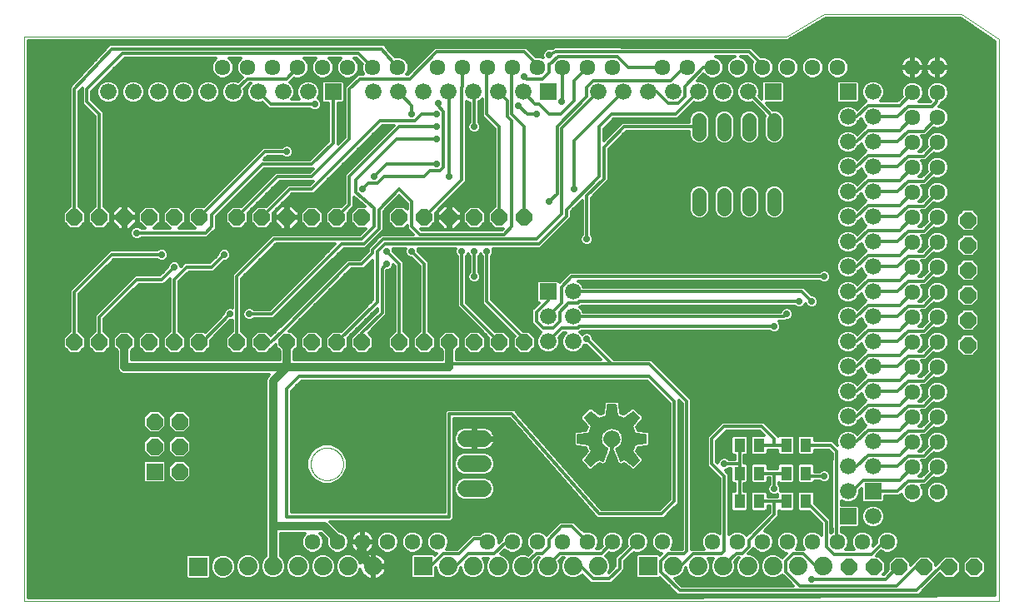
<source format=gtl>
G75*
%MOIN*%
%OFA0B0*%
%FSLAX25Y25*%
%IPPOS*%
%LPD*%
%AMOC8*
5,1,8,0,0,1.08239X$1,22.5*
%
%ADD10C,0.00000*%
%ADD11C,0.00100*%
%ADD12C,0.06337*%
%ADD13R,0.07400X0.07400*%
%ADD14C,0.07400*%
%ADD15R,0.06600X0.06600*%
%ADD16C,0.06600*%
%ADD17OC8,0.06600*%
%ADD18C,0.05600*%
%ADD19C,0.06800*%
%ADD20OC8,0.06400*%
%ADD21R,0.04331X0.05512*%
%ADD22C,0.00591*%
%ADD23C,0.01200*%
%ADD24C,0.02778*%
%ADD25C,0.04000*%
%ADD26C,0.01600*%
%ADD27C,0.03200*%
D10*
X0045000Y0005000D02*
X0434951Y0005000D01*
X0434951Y0229961D01*
X0159500Y0060000D02*
X0159502Y0060161D01*
X0159508Y0060321D01*
X0159518Y0060482D01*
X0159532Y0060642D01*
X0159550Y0060802D01*
X0159571Y0060961D01*
X0159597Y0061120D01*
X0159627Y0061278D01*
X0159660Y0061435D01*
X0159698Y0061592D01*
X0159739Y0061747D01*
X0159784Y0061901D01*
X0159833Y0062054D01*
X0159886Y0062206D01*
X0159942Y0062357D01*
X0160003Y0062506D01*
X0160066Y0062654D01*
X0160134Y0062800D01*
X0160205Y0062944D01*
X0160279Y0063086D01*
X0160357Y0063227D01*
X0160439Y0063365D01*
X0160524Y0063502D01*
X0160612Y0063636D01*
X0160704Y0063768D01*
X0160799Y0063898D01*
X0160897Y0064026D01*
X0160998Y0064151D01*
X0161102Y0064273D01*
X0161209Y0064393D01*
X0161319Y0064510D01*
X0161432Y0064625D01*
X0161548Y0064736D01*
X0161667Y0064845D01*
X0161788Y0064950D01*
X0161912Y0065053D01*
X0162038Y0065153D01*
X0162166Y0065249D01*
X0162297Y0065342D01*
X0162431Y0065432D01*
X0162566Y0065519D01*
X0162704Y0065602D01*
X0162843Y0065682D01*
X0162985Y0065758D01*
X0163128Y0065831D01*
X0163273Y0065900D01*
X0163420Y0065966D01*
X0163568Y0066028D01*
X0163718Y0066086D01*
X0163869Y0066141D01*
X0164022Y0066192D01*
X0164176Y0066239D01*
X0164331Y0066282D01*
X0164487Y0066321D01*
X0164643Y0066357D01*
X0164801Y0066388D01*
X0164959Y0066416D01*
X0165118Y0066440D01*
X0165278Y0066460D01*
X0165438Y0066476D01*
X0165598Y0066488D01*
X0165759Y0066496D01*
X0165920Y0066500D01*
X0166080Y0066500D01*
X0166241Y0066496D01*
X0166402Y0066488D01*
X0166562Y0066476D01*
X0166722Y0066460D01*
X0166882Y0066440D01*
X0167041Y0066416D01*
X0167199Y0066388D01*
X0167357Y0066357D01*
X0167513Y0066321D01*
X0167669Y0066282D01*
X0167824Y0066239D01*
X0167978Y0066192D01*
X0168131Y0066141D01*
X0168282Y0066086D01*
X0168432Y0066028D01*
X0168580Y0065966D01*
X0168727Y0065900D01*
X0168872Y0065831D01*
X0169015Y0065758D01*
X0169157Y0065682D01*
X0169296Y0065602D01*
X0169434Y0065519D01*
X0169569Y0065432D01*
X0169703Y0065342D01*
X0169834Y0065249D01*
X0169962Y0065153D01*
X0170088Y0065053D01*
X0170212Y0064950D01*
X0170333Y0064845D01*
X0170452Y0064736D01*
X0170568Y0064625D01*
X0170681Y0064510D01*
X0170791Y0064393D01*
X0170898Y0064273D01*
X0171002Y0064151D01*
X0171103Y0064026D01*
X0171201Y0063898D01*
X0171296Y0063768D01*
X0171388Y0063636D01*
X0171476Y0063502D01*
X0171561Y0063365D01*
X0171643Y0063227D01*
X0171721Y0063086D01*
X0171795Y0062944D01*
X0171866Y0062800D01*
X0171934Y0062654D01*
X0171997Y0062506D01*
X0172058Y0062357D01*
X0172114Y0062206D01*
X0172167Y0062054D01*
X0172216Y0061901D01*
X0172261Y0061747D01*
X0172302Y0061592D01*
X0172340Y0061435D01*
X0172373Y0061278D01*
X0172403Y0061120D01*
X0172429Y0060961D01*
X0172450Y0060802D01*
X0172468Y0060642D01*
X0172482Y0060482D01*
X0172492Y0060321D01*
X0172498Y0060161D01*
X0172500Y0060000D01*
X0172498Y0059839D01*
X0172492Y0059679D01*
X0172482Y0059518D01*
X0172468Y0059358D01*
X0172450Y0059198D01*
X0172429Y0059039D01*
X0172403Y0058880D01*
X0172373Y0058722D01*
X0172340Y0058565D01*
X0172302Y0058408D01*
X0172261Y0058253D01*
X0172216Y0058099D01*
X0172167Y0057946D01*
X0172114Y0057794D01*
X0172058Y0057643D01*
X0171997Y0057494D01*
X0171934Y0057346D01*
X0171866Y0057200D01*
X0171795Y0057056D01*
X0171721Y0056914D01*
X0171643Y0056773D01*
X0171561Y0056635D01*
X0171476Y0056498D01*
X0171388Y0056364D01*
X0171296Y0056232D01*
X0171201Y0056102D01*
X0171103Y0055974D01*
X0171002Y0055849D01*
X0170898Y0055727D01*
X0170791Y0055607D01*
X0170681Y0055490D01*
X0170568Y0055375D01*
X0170452Y0055264D01*
X0170333Y0055155D01*
X0170212Y0055050D01*
X0170088Y0054947D01*
X0169962Y0054847D01*
X0169834Y0054751D01*
X0169703Y0054658D01*
X0169569Y0054568D01*
X0169434Y0054481D01*
X0169296Y0054398D01*
X0169157Y0054318D01*
X0169015Y0054242D01*
X0168872Y0054169D01*
X0168727Y0054100D01*
X0168580Y0054034D01*
X0168432Y0053972D01*
X0168282Y0053914D01*
X0168131Y0053859D01*
X0167978Y0053808D01*
X0167824Y0053761D01*
X0167669Y0053718D01*
X0167513Y0053679D01*
X0167357Y0053643D01*
X0167199Y0053612D01*
X0167041Y0053584D01*
X0166882Y0053560D01*
X0166722Y0053540D01*
X0166562Y0053524D01*
X0166402Y0053512D01*
X0166241Y0053504D01*
X0166080Y0053500D01*
X0165920Y0053500D01*
X0165759Y0053504D01*
X0165598Y0053512D01*
X0165438Y0053524D01*
X0165278Y0053540D01*
X0165118Y0053560D01*
X0164959Y0053584D01*
X0164801Y0053612D01*
X0164643Y0053643D01*
X0164487Y0053679D01*
X0164331Y0053718D01*
X0164176Y0053761D01*
X0164022Y0053808D01*
X0163869Y0053859D01*
X0163718Y0053914D01*
X0163568Y0053972D01*
X0163420Y0054034D01*
X0163273Y0054100D01*
X0163128Y0054169D01*
X0162985Y0054242D01*
X0162843Y0054318D01*
X0162704Y0054398D01*
X0162566Y0054481D01*
X0162431Y0054568D01*
X0162297Y0054658D01*
X0162166Y0054751D01*
X0162038Y0054847D01*
X0161912Y0054947D01*
X0161788Y0055050D01*
X0161667Y0055155D01*
X0161548Y0055264D01*
X0161432Y0055375D01*
X0161319Y0055490D01*
X0161209Y0055607D01*
X0161102Y0055727D01*
X0160998Y0055849D01*
X0160897Y0055974D01*
X0160799Y0056102D01*
X0160704Y0056232D01*
X0160612Y0056364D01*
X0160524Y0056498D01*
X0160439Y0056635D01*
X0160357Y0056773D01*
X0160279Y0056914D01*
X0160205Y0057056D01*
X0160134Y0057200D01*
X0160066Y0057346D01*
X0160003Y0057494D01*
X0159942Y0057643D01*
X0159886Y0057794D01*
X0159833Y0057946D01*
X0159784Y0058099D01*
X0159739Y0058253D01*
X0159698Y0058408D01*
X0159660Y0058565D01*
X0159627Y0058722D01*
X0159597Y0058880D01*
X0159571Y0059039D01*
X0159550Y0059198D01*
X0159532Y0059358D01*
X0159518Y0059518D01*
X0159508Y0059679D01*
X0159502Y0059839D01*
X0159500Y0060000D01*
X0045000Y0005000D02*
X0045000Y0229961D01*
D11*
X0045000Y0230000D02*
X0045000Y0231250D01*
X0350000Y0231250D01*
X0365000Y0240000D01*
X0420000Y0240000D01*
X0435000Y0230000D01*
D12*
X0410250Y0218750D03*
X0400250Y0218750D03*
X0400250Y0208750D03*
X0410250Y0208750D03*
X0410250Y0198750D03*
X0400250Y0198750D03*
X0400250Y0188750D03*
X0410250Y0188750D03*
X0410250Y0178750D03*
X0400250Y0178750D03*
X0400250Y0168750D03*
X0410250Y0168750D03*
X0410250Y0158750D03*
X0400250Y0158750D03*
X0400250Y0148750D03*
X0410250Y0148750D03*
X0410250Y0138750D03*
X0400250Y0138750D03*
X0400250Y0128750D03*
X0410250Y0128750D03*
X0410250Y0118750D03*
X0400250Y0118750D03*
X0400250Y0108750D03*
X0410250Y0108750D03*
X0410250Y0098750D03*
X0400250Y0098750D03*
X0400250Y0088750D03*
X0410250Y0088750D03*
X0410250Y0078750D03*
X0400250Y0078750D03*
X0400250Y0068750D03*
X0410250Y0068750D03*
X0410250Y0058750D03*
X0400250Y0058750D03*
X0400250Y0048750D03*
X0410250Y0048750D03*
X0390250Y0028750D03*
X0380250Y0028750D03*
X0370250Y0028750D03*
X0360250Y0028750D03*
X0350250Y0028750D03*
X0340250Y0028750D03*
X0330250Y0028750D03*
X0320250Y0028750D03*
X0300250Y0028750D03*
X0290250Y0028750D03*
X0280250Y0028750D03*
X0270250Y0028750D03*
X0260250Y0028750D03*
X0250250Y0028750D03*
X0240250Y0028750D03*
X0230250Y0028750D03*
X0210250Y0028750D03*
X0200250Y0028750D03*
X0190250Y0028750D03*
X0180250Y0028750D03*
X0170250Y0028750D03*
X0160250Y0028750D03*
X0164250Y0218750D03*
X0154250Y0218750D03*
X0144250Y0218750D03*
X0134250Y0218750D03*
X0124250Y0218750D03*
X0174250Y0218750D03*
X0184250Y0218750D03*
X0194250Y0218750D03*
X0210250Y0218750D03*
X0220250Y0218750D03*
X0230250Y0218750D03*
X0240250Y0218750D03*
X0250250Y0218750D03*
X0260250Y0218750D03*
X0270250Y0218750D03*
X0280250Y0218750D03*
X0300250Y0218750D03*
X0310250Y0218750D03*
X0320250Y0218750D03*
X0330250Y0218750D03*
X0340250Y0218750D03*
X0350250Y0218750D03*
X0360250Y0218750D03*
X0370250Y0218750D03*
D13*
X0294500Y0019000D03*
X0204500Y0019000D03*
X0114472Y0018949D03*
D14*
X0124472Y0018949D03*
X0134500Y0018996D03*
X0144500Y0019000D03*
X0154500Y0019000D03*
X0164500Y0019000D03*
X0174500Y0019000D03*
X0184500Y0019000D03*
X0214500Y0019000D03*
X0224500Y0019000D03*
X0234500Y0019000D03*
X0244500Y0019000D03*
X0254500Y0019000D03*
X0264500Y0019000D03*
X0274500Y0019000D03*
X0304500Y0019000D03*
X0314500Y0019000D03*
X0324500Y0019000D03*
X0334500Y0019000D03*
X0344500Y0019000D03*
X0354500Y0019000D03*
X0364500Y0019000D03*
D15*
X0374500Y0039000D03*
X0384500Y0049000D03*
X0254500Y0129000D03*
X0254500Y0209000D03*
X0168500Y0209000D03*
X0344500Y0209000D03*
X0374500Y0209000D03*
X0097063Y0056953D03*
D16*
X0254500Y0109000D03*
X0264500Y0109000D03*
X0264500Y0119000D03*
X0254500Y0119000D03*
X0264500Y0129000D03*
X0374500Y0129000D03*
X0384500Y0129000D03*
X0384500Y0119000D03*
X0374500Y0119000D03*
X0374500Y0109000D03*
X0384500Y0109000D03*
X0384500Y0099000D03*
X0374500Y0099000D03*
X0374500Y0089000D03*
X0384500Y0089000D03*
X0384500Y0079000D03*
X0374500Y0079000D03*
X0374500Y0069000D03*
X0384500Y0069000D03*
X0384500Y0059000D03*
X0374500Y0059000D03*
X0374500Y0049000D03*
X0384500Y0039000D03*
X0384500Y0139000D03*
X0374500Y0139000D03*
X0374500Y0149000D03*
X0384500Y0149000D03*
X0384500Y0159000D03*
X0374500Y0159000D03*
X0374500Y0169000D03*
X0384500Y0169000D03*
X0384500Y0179000D03*
X0374500Y0179000D03*
X0374500Y0189000D03*
X0384500Y0189000D03*
X0384500Y0199000D03*
X0374500Y0199000D03*
X0384500Y0209000D03*
X0334500Y0209000D03*
X0324500Y0209000D03*
X0314500Y0209000D03*
X0304500Y0209000D03*
X0294500Y0209000D03*
X0284500Y0209000D03*
X0274500Y0209000D03*
X0244500Y0209000D03*
X0234500Y0209000D03*
X0224500Y0209000D03*
X0214500Y0209000D03*
X0204500Y0209000D03*
X0194500Y0209000D03*
X0184500Y0209000D03*
X0158500Y0209000D03*
X0148500Y0209000D03*
X0138500Y0209000D03*
X0128500Y0209000D03*
X0118500Y0209000D03*
X0108500Y0209000D03*
X0098500Y0209000D03*
X0088500Y0209000D03*
X0078500Y0209000D03*
D17*
X0097063Y0076953D03*
X0107063Y0076953D03*
X0107063Y0066953D03*
X0097063Y0066953D03*
X0107063Y0056953D03*
D18*
X0315000Y0162200D02*
X0315000Y0167800D01*
X0325000Y0167800D02*
X0325000Y0162200D01*
X0335000Y0162200D02*
X0335000Y0167800D01*
X0345000Y0167800D02*
X0345000Y0162200D01*
X0345000Y0192200D02*
X0345000Y0197800D01*
X0335000Y0197800D02*
X0335000Y0192200D01*
X0325000Y0192200D02*
X0325000Y0197800D01*
X0315000Y0197800D02*
X0315000Y0192200D01*
D19*
X0228400Y0070000D02*
X0221600Y0070000D01*
X0221600Y0060000D02*
X0228400Y0060000D01*
X0228400Y0050000D02*
X0221600Y0050000D01*
D20*
X0225000Y0108750D03*
X0215000Y0108750D03*
X0205000Y0108750D03*
X0195000Y0108750D03*
X0180000Y0108750D03*
X0170000Y0108750D03*
X0160000Y0108750D03*
X0150000Y0108750D03*
X0140000Y0108750D03*
X0130000Y0108750D03*
X0115000Y0108750D03*
X0105000Y0108750D03*
X0095000Y0108750D03*
X0085000Y0108750D03*
X0075000Y0108750D03*
X0065000Y0108750D03*
X0065000Y0158750D03*
X0075000Y0158750D03*
X0085000Y0158750D03*
X0095000Y0158750D03*
X0105000Y0158750D03*
X0115000Y0158750D03*
X0130000Y0158750D03*
X0140000Y0158750D03*
X0150000Y0158750D03*
X0160000Y0158750D03*
X0170000Y0158750D03*
X0180000Y0158750D03*
X0195000Y0158750D03*
X0205000Y0158750D03*
X0215000Y0158750D03*
X0225000Y0158750D03*
X0235000Y0158750D03*
X0245000Y0158750D03*
X0245000Y0108750D03*
X0235000Y0108750D03*
X0375000Y0018750D03*
X0385000Y0018750D03*
X0395000Y0018750D03*
X0405000Y0018750D03*
X0415000Y0018750D03*
X0425000Y0018750D03*
X0422500Y0107500D03*
X0422500Y0117500D03*
X0422500Y0127500D03*
X0422500Y0137500D03*
X0422500Y0147500D03*
X0422500Y0157500D03*
D21*
X0357687Y0067500D03*
X0349813Y0067500D03*
X0338937Y0067500D03*
X0331063Y0067500D03*
X0331063Y0056250D03*
X0338937Y0056250D03*
X0349813Y0056250D03*
X0357687Y0056250D03*
X0357687Y0045000D03*
X0349813Y0045000D03*
X0338937Y0045000D03*
X0331063Y0045000D03*
D22*
X0290858Y0061517D02*
X0288034Y0064980D01*
X0288539Y0065897D01*
X0288939Y0066864D01*
X0289231Y0067869D01*
X0293677Y0068321D01*
X0293677Y0071679D01*
X0289231Y0072131D01*
X0288939Y0073136D01*
X0288539Y0074103D01*
X0288034Y0075020D01*
X0290858Y0078483D01*
X0288483Y0080858D01*
X0285020Y0078034D01*
X0284103Y0078539D01*
X0283136Y0078939D01*
X0282131Y0079231D01*
X0281679Y0083677D01*
X0278321Y0083677D01*
X0277869Y0079231D01*
X0276864Y0078939D01*
X0275897Y0078539D01*
X0274980Y0078034D01*
X0271517Y0080858D01*
X0269142Y0078483D01*
X0271966Y0075020D01*
X0271461Y0074103D01*
X0271061Y0073136D01*
X0270769Y0072131D01*
X0266323Y0071679D01*
X0266323Y0068321D01*
X0270769Y0067869D01*
X0271061Y0066864D01*
X0271461Y0065897D01*
X0271966Y0064980D01*
X0269142Y0061517D01*
X0271517Y0059142D01*
X0274980Y0061966D01*
X0275662Y0061578D01*
X0276374Y0061248D01*
X0278352Y0066022D01*
X0277709Y0066354D01*
X0277130Y0066789D01*
X0276633Y0067315D01*
X0276231Y0067917D01*
X0275935Y0068578D01*
X0275755Y0069279D01*
X0275694Y0070000D01*
X0275769Y0070804D01*
X0275994Y0071580D01*
X0276359Y0072300D01*
X0276853Y0072939D01*
X0277457Y0073475D01*
X0278150Y0073889D01*
X0278909Y0074166D01*
X0279706Y0074296D01*
X0280513Y0074276D01*
X0281303Y0074104D01*
X0282046Y0073789D01*
X0282717Y0073340D01*
X0283293Y0072774D01*
X0283753Y0072111D01*
X0284081Y0071373D01*
X0284266Y0070587D01*
X0284300Y0069780D01*
X0284184Y0068981D01*
X0283920Y0068217D01*
X0283518Y0067517D01*
X0282993Y0066904D01*
X0282362Y0066399D01*
X0281648Y0066022D01*
X0283626Y0061248D01*
X0284338Y0061578D01*
X0285020Y0061966D01*
X0288483Y0059142D01*
X0290858Y0061517D01*
X0290831Y0061550D02*
X0285530Y0061550D01*
X0286252Y0060961D02*
X0290303Y0060961D01*
X0289714Y0060372D02*
X0286975Y0060372D01*
X0287697Y0059783D02*
X0289125Y0059783D01*
X0288535Y0059194D02*
X0288420Y0059194D01*
X0290351Y0062139D02*
X0283256Y0062139D01*
X0283012Y0062728D02*
X0289870Y0062728D01*
X0289390Y0063317D02*
X0282768Y0063317D01*
X0282524Y0063906D02*
X0288910Y0063906D01*
X0288429Y0064495D02*
X0282280Y0064495D01*
X0282036Y0065084D02*
X0288092Y0065084D01*
X0288416Y0065673D02*
X0281792Y0065673D01*
X0282103Y0066263D02*
X0288690Y0066263D01*
X0288934Y0066852D02*
X0282927Y0066852D01*
X0283453Y0067441D02*
X0289107Y0067441D01*
X0290812Y0068030D02*
X0283812Y0068030D01*
X0284059Y0068619D02*
X0293677Y0068619D01*
X0293677Y0069208D02*
X0284217Y0069208D01*
X0284300Y0069797D02*
X0293677Y0069797D01*
X0293677Y0070386D02*
X0284275Y0070386D01*
X0284175Y0070975D02*
X0293677Y0070975D01*
X0293677Y0071564D02*
X0283996Y0071564D01*
X0283724Y0072153D02*
X0289224Y0072153D01*
X0289054Y0072742D02*
X0283316Y0072742D01*
X0282727Y0073331D02*
X0288859Y0073331D01*
X0288615Y0073920D02*
X0281737Y0073920D01*
X0278237Y0073920D02*
X0271385Y0073920D01*
X0271141Y0073331D02*
X0277295Y0073331D01*
X0276701Y0072742D02*
X0270946Y0072742D01*
X0270776Y0072153D02*
X0276285Y0072153D01*
X0275989Y0071564D02*
X0266323Y0071564D01*
X0266323Y0070975D02*
X0275819Y0070975D01*
X0275730Y0070386D02*
X0266323Y0070386D01*
X0266323Y0069797D02*
X0275711Y0069797D01*
X0275773Y0069208D02*
X0266323Y0069208D01*
X0266323Y0068619D02*
X0275925Y0068619D01*
X0276181Y0068030D02*
X0269188Y0068030D01*
X0270893Y0067441D02*
X0276549Y0067441D01*
X0277071Y0066852D02*
X0271066Y0066852D01*
X0271310Y0066263D02*
X0277886Y0066263D01*
X0278208Y0065673D02*
X0271584Y0065673D01*
X0271908Y0065084D02*
X0277964Y0065084D01*
X0277720Y0064495D02*
X0271571Y0064495D01*
X0271090Y0063906D02*
X0277476Y0063906D01*
X0277232Y0063317D02*
X0270610Y0063317D01*
X0270130Y0062728D02*
X0276988Y0062728D01*
X0276744Y0062139D02*
X0269649Y0062139D01*
X0269169Y0061550D02*
X0274470Y0061550D01*
X0273748Y0060961D02*
X0269697Y0060961D01*
X0270286Y0060372D02*
X0273025Y0060372D01*
X0272303Y0059783D02*
X0270875Y0059783D01*
X0271465Y0059194D02*
X0271580Y0059194D01*
X0275722Y0061550D02*
X0276500Y0061550D01*
X0283500Y0061550D02*
X0284278Y0061550D01*
X0288315Y0074509D02*
X0271685Y0074509D01*
X0271902Y0075098D02*
X0288098Y0075098D01*
X0288578Y0075688D02*
X0271422Y0075688D01*
X0270941Y0076277D02*
X0289059Y0076277D01*
X0289539Y0076866D02*
X0270461Y0076866D01*
X0269981Y0077455D02*
X0290019Y0077455D01*
X0290500Y0078044D02*
X0285032Y0078044D01*
X0285003Y0078044D02*
X0274997Y0078044D01*
X0274968Y0078044D02*
X0269500Y0078044D01*
X0269291Y0078633D02*
X0274246Y0078633D01*
X0273523Y0079222D02*
X0269880Y0079222D01*
X0270469Y0079811D02*
X0272801Y0079811D01*
X0272079Y0080400D02*
X0271058Y0080400D01*
X0276124Y0078633D02*
X0283877Y0078633D01*
X0282162Y0079222D02*
X0277838Y0079222D01*
X0277928Y0079811D02*
X0282072Y0079811D01*
X0282012Y0080400D02*
X0277988Y0080400D01*
X0278048Y0080989D02*
X0281952Y0080989D01*
X0281892Y0081578D02*
X0278108Y0081578D01*
X0278167Y0082167D02*
X0281833Y0082167D01*
X0281773Y0082756D02*
X0278227Y0082756D01*
X0278287Y0083345D02*
X0281713Y0083345D01*
X0285754Y0078633D02*
X0290709Y0078633D01*
X0290120Y0079222D02*
X0286477Y0079222D01*
X0287199Y0079811D02*
X0289531Y0079811D01*
X0288942Y0080400D02*
X0287921Y0080400D01*
D23*
X0286997Y0081705D02*
X0283483Y0081705D01*
X0283361Y0082903D02*
X0303100Y0082903D01*
X0303100Y0081705D02*
X0289893Y0081705D01*
X0289669Y0081929D02*
X0289302Y0082378D01*
X0289210Y0082388D01*
X0289144Y0082454D01*
X0288564Y0082454D01*
X0287987Y0082512D01*
X0287916Y0082454D01*
X0287823Y0082454D01*
X0287413Y0082043D01*
X0284852Y0079955D01*
X0284795Y0079979D01*
X0284294Y0080255D01*
X0284241Y0080240D01*
X0284215Y0080288D01*
X0283665Y0080447D01*
X0283609Y0080470D01*
X0283274Y0083758D01*
X0283274Y0084338D01*
X0283209Y0084403D01*
X0283199Y0084495D01*
X0282750Y0084862D01*
X0282340Y0085272D01*
X0282247Y0085272D01*
X0282175Y0085331D01*
X0281598Y0085272D01*
X0278402Y0085272D01*
X0277825Y0085331D01*
X0277753Y0085272D01*
X0277660Y0085272D01*
X0277250Y0084862D01*
X0276801Y0084495D01*
X0276791Y0084403D01*
X0276726Y0084338D01*
X0276726Y0083758D01*
X0276391Y0080470D01*
X0276335Y0080447D01*
X0275785Y0080288D01*
X0275759Y0080240D01*
X0275706Y0080255D01*
X0275205Y0079979D01*
X0275148Y0079955D01*
X0272587Y0082043D01*
X0272177Y0082454D01*
X0272084Y0082454D01*
X0272013Y0082512D01*
X0271436Y0082454D01*
X0270856Y0082454D01*
X0270790Y0082388D01*
X0270698Y0082378D01*
X0270331Y0081929D01*
X0268071Y0079669D01*
X0267621Y0079302D01*
X0267612Y0079210D01*
X0267546Y0079144D01*
X0267546Y0078564D01*
X0267488Y0077987D01*
X0267546Y0077916D01*
X0267546Y0077823D01*
X0267956Y0077413D01*
X0270044Y0074852D01*
X0270021Y0074795D01*
X0269745Y0074294D01*
X0269760Y0074241D01*
X0269712Y0074215D01*
X0269553Y0073665D01*
X0269530Y0073609D01*
X0266242Y0073274D01*
X0265662Y0073274D01*
X0265597Y0073209D01*
X0265504Y0073199D01*
X0265138Y0072750D01*
X0264728Y0072340D01*
X0264728Y0072247D01*
X0264669Y0072175D01*
X0264728Y0071598D01*
X0264728Y0068402D01*
X0264669Y0067825D01*
X0264728Y0067753D01*
X0264728Y0067660D01*
X0265138Y0067250D01*
X0265504Y0066801D01*
X0265597Y0066791D01*
X0265662Y0066726D01*
X0266242Y0066726D01*
X0269530Y0066391D01*
X0269553Y0066335D01*
X0269712Y0065785D01*
X0269760Y0065759D01*
X0269745Y0065706D01*
X0270021Y0065205D01*
X0270044Y0065148D01*
X0267956Y0062587D01*
X0267546Y0062177D01*
X0267546Y0062084D01*
X0267488Y0062013D01*
X0267546Y0061436D01*
X0267546Y0060856D01*
X0267612Y0060790D01*
X0267621Y0060698D01*
X0268071Y0060331D01*
X0270331Y0058071D01*
X0270698Y0057621D01*
X0270790Y0057612D01*
X0270856Y0057546D01*
X0271436Y0057546D01*
X0272013Y0057488D01*
X0272084Y0057546D01*
X0272177Y0057546D01*
X0272587Y0057956D01*
X0275141Y0060039D01*
X0275151Y0060034D01*
X0275153Y0060027D01*
X0275188Y0060012D01*
X0275448Y0059864D01*
X0275507Y0059880D01*
X0275733Y0059786D01*
X0276303Y0059522D01*
X0276339Y0059536D01*
X0276374Y0059521D01*
X0276954Y0059761D01*
X0277544Y0059977D01*
X0277560Y0060012D01*
X0277595Y0060027D01*
X0277836Y0060607D01*
X0278100Y0061176D01*
X0278086Y0061212D01*
X0279800Y0065349D01*
X0279997Y0065731D01*
X0280203Y0065342D01*
X0281914Y0061212D01*
X0281900Y0061176D01*
X0282164Y0060607D01*
X0282405Y0060027D01*
X0282440Y0060012D01*
X0282456Y0059977D01*
X0283046Y0059761D01*
X0283626Y0059521D01*
X0283661Y0059536D01*
X0283697Y0059522D01*
X0284267Y0059786D01*
X0284493Y0059880D01*
X0284552Y0059864D01*
X0284812Y0060012D01*
X0284847Y0060027D01*
X0284849Y0060034D01*
X0284859Y0060039D01*
X0287413Y0057956D01*
X0287823Y0057546D01*
X0287916Y0057546D01*
X0287987Y0057488D01*
X0288564Y0057546D01*
X0289144Y0057546D01*
X0289210Y0057612D01*
X0289302Y0057621D01*
X0289669Y0058071D01*
X0291929Y0060331D01*
X0292378Y0060698D01*
X0292388Y0060790D01*
X0292454Y0060856D01*
X0292454Y0061436D01*
X0292512Y0062013D01*
X0292454Y0062084D01*
X0292454Y0062177D01*
X0292043Y0062587D01*
X0289955Y0065148D01*
X0289979Y0065205D01*
X0290255Y0065706D01*
X0290240Y0065759D01*
X0290288Y0065785D01*
X0290447Y0066335D01*
X0290470Y0066391D01*
X0293758Y0066726D01*
X0294338Y0066726D01*
X0294403Y0066791D01*
X0294495Y0066801D01*
X0294862Y0067250D01*
X0295272Y0067660D01*
X0295272Y0067753D01*
X0295331Y0067825D01*
X0295272Y0068402D01*
X0295272Y0071598D01*
X0295331Y0072175D01*
X0295272Y0072247D01*
X0295272Y0072340D01*
X0294862Y0072750D01*
X0294495Y0073199D01*
X0294403Y0073209D01*
X0294338Y0073274D01*
X0293758Y0073274D01*
X0290470Y0073609D01*
X0290447Y0073665D01*
X0290288Y0074215D01*
X0290240Y0074241D01*
X0290255Y0074294D01*
X0289979Y0074795D01*
X0289955Y0074852D01*
X0292043Y0077413D01*
X0292454Y0077823D01*
X0292454Y0077916D01*
X0292512Y0077987D01*
X0292454Y0078564D01*
X0292454Y0079144D01*
X0292388Y0079210D01*
X0292378Y0079302D01*
X0291929Y0079669D01*
X0289669Y0081929D01*
X0291092Y0080506D02*
X0303100Y0080506D01*
X0303100Y0079308D02*
X0292372Y0079308D01*
X0292500Y0078109D02*
X0303100Y0078109D01*
X0303100Y0076911D02*
X0291634Y0076911D01*
X0290657Y0075712D02*
X0303100Y0075712D01*
X0303100Y0074514D02*
X0290134Y0074514D01*
X0293357Y0073315D02*
X0303100Y0073315D01*
X0303100Y0072117D02*
X0295325Y0072117D01*
X0295272Y0070918D02*
X0303100Y0070918D01*
X0303100Y0069720D02*
X0295272Y0069720D01*
X0295272Y0068521D02*
X0303100Y0068521D01*
X0303100Y0067323D02*
X0294935Y0067323D01*
X0290386Y0066124D02*
X0303100Y0066124D01*
X0303100Y0064926D02*
X0290137Y0064926D01*
X0291114Y0063727D02*
X0303100Y0063727D01*
X0303100Y0062529D02*
X0292102Y0062529D01*
X0292454Y0061330D02*
X0303100Y0061330D01*
X0303100Y0060132D02*
X0291729Y0060132D01*
X0290531Y0058933D02*
X0303100Y0058933D01*
X0303100Y0057734D02*
X0289394Y0057734D01*
X0287635Y0057734D02*
X0272365Y0057734D01*
X0270606Y0057734D02*
X0262007Y0057734D01*
X0263056Y0056536D02*
X0303100Y0056536D01*
X0303100Y0055337D02*
X0264104Y0055337D01*
X0265153Y0054139D02*
X0303100Y0054139D01*
X0303100Y0052940D02*
X0266202Y0052940D01*
X0267250Y0051742D02*
X0303100Y0051742D01*
X0303100Y0050543D02*
X0268299Y0050543D01*
X0269348Y0049345D02*
X0303100Y0049345D01*
X0303100Y0048146D02*
X0270397Y0048146D01*
X0271445Y0046948D02*
X0303100Y0046948D01*
X0303100Y0045787D02*
X0299213Y0041900D01*
X0275862Y0041900D01*
X0241900Y0080714D01*
X0241900Y0080787D01*
X0241388Y0081299D01*
X0240912Y0081843D01*
X0240839Y0081848D01*
X0240787Y0081900D01*
X0240063Y0081900D01*
X0239341Y0081948D01*
X0239286Y0081900D01*
X0214213Y0081900D01*
X0213100Y0080787D01*
X0213100Y0040650D01*
X0151900Y0040650D01*
X0151900Y0089213D01*
X0155787Y0093100D01*
X0294213Y0093100D01*
X0303100Y0084213D01*
X0303100Y0045787D01*
X0303062Y0045749D02*
X0272494Y0045749D01*
X0273543Y0044551D02*
X0301864Y0044551D01*
X0300665Y0043352D02*
X0274591Y0043352D01*
X0275640Y0042154D02*
X0299467Y0042154D01*
X0300000Y0040000D02*
X0305000Y0045000D01*
X0305000Y0085000D01*
X0295000Y0095000D01*
X0155000Y0095000D01*
X0150000Y0090000D01*
X0150000Y0038750D01*
X0215000Y0038750D01*
X0215000Y0080000D01*
X0240000Y0080000D01*
X0275000Y0040000D01*
X0300000Y0040000D01*
X0301245Y0038558D02*
X0308100Y0038558D01*
X0308100Y0037360D02*
X0216297Y0037360D01*
X0215787Y0036850D02*
X0216900Y0037963D01*
X0216900Y0068285D01*
X0216966Y0068081D01*
X0217324Y0067379D01*
X0217786Y0066743D01*
X0218343Y0066186D01*
X0218979Y0065724D01*
X0219681Y0065366D01*
X0220429Y0065123D01*
X0221206Y0065000D01*
X0224500Y0065000D01*
X0224500Y0069500D01*
X0225500Y0069500D01*
X0225500Y0070500D01*
X0224500Y0070500D01*
X0224500Y0075000D01*
X0221206Y0075000D01*
X0220429Y0074877D01*
X0219681Y0074634D01*
X0218979Y0074276D01*
X0218343Y0073814D01*
X0217786Y0073257D01*
X0217324Y0072621D01*
X0216966Y0071919D01*
X0216900Y0071715D01*
X0216900Y0078100D01*
X0239138Y0078100D01*
X0244388Y0072100D01*
X0232617Y0072100D01*
X0232384Y0072662D01*
X0231062Y0073984D01*
X0229335Y0074700D01*
X0220665Y0074700D01*
X0218938Y0073984D01*
X0217616Y0072662D01*
X0216900Y0070935D01*
X0216900Y0069065D01*
X0217616Y0067338D01*
X0218938Y0066016D01*
X0220665Y0065300D01*
X0229335Y0065300D01*
X0231062Y0066016D01*
X0232384Y0067338D01*
X0232617Y0067900D01*
X0244936Y0067900D01*
X0269348Y0040000D01*
X0216900Y0040000D01*
X0216900Y0078100D01*
X0239138Y0078100D01*
X0273100Y0039286D01*
X0273100Y0039213D01*
X0273612Y0038701D01*
X0274088Y0038157D01*
X0274161Y0038152D01*
X0274213Y0038100D01*
X0274937Y0038100D01*
X0275659Y0038052D01*
X0275714Y0038100D01*
X0300787Y0038100D01*
X0305787Y0043100D01*
X0306900Y0044213D01*
X0306900Y0085413D01*
X0308100Y0084213D01*
X0308100Y0025900D01*
X0303719Y0025900D01*
X0304038Y0026219D01*
X0304718Y0027861D01*
X0304718Y0029639D01*
X0304038Y0031281D01*
X0302781Y0032538D01*
X0301139Y0033218D01*
X0299361Y0033218D01*
X0297719Y0032538D01*
X0296462Y0031281D01*
X0295781Y0029639D01*
X0295781Y0027861D01*
X0296462Y0026219D01*
X0297719Y0024962D01*
X0299361Y0024281D01*
X0300023Y0024281D01*
X0299240Y0023498D01*
X0298738Y0024000D01*
X0290262Y0024000D01*
X0289500Y0023238D01*
X0289500Y0014762D01*
X0290262Y0014000D01*
X0298738Y0014000D01*
X0299240Y0014502D01*
X0306292Y0007450D01*
X0402751Y0007450D01*
X0411344Y0016043D01*
X0413136Y0014250D01*
X0416864Y0014250D01*
X0419500Y0016886D01*
X0419500Y0020614D01*
X0416864Y0023250D01*
X0413136Y0023250D01*
X0410500Y0020614D01*
X0410500Y0020573D01*
X0409500Y0019573D01*
X0409500Y0020614D01*
X0406864Y0023250D01*
X0403136Y0023250D01*
X0400500Y0020614D01*
X0400500Y0020573D01*
X0399500Y0019573D01*
X0399500Y0020614D01*
X0396864Y0023250D01*
X0393136Y0023250D01*
X0390500Y0020614D01*
X0390500Y0017631D01*
X0388708Y0015839D01*
X0388453Y0015839D01*
X0389500Y0016886D01*
X0389500Y0020614D01*
X0386864Y0023250D01*
X0385937Y0023250D01*
X0387684Y0024997D01*
X0387719Y0024962D01*
X0389361Y0024281D01*
X0391139Y0024281D01*
X0392781Y0024962D01*
X0394038Y0026219D01*
X0394718Y0027861D01*
X0394718Y0029639D01*
X0394038Y0031281D01*
X0392781Y0032538D01*
X0391139Y0033218D01*
X0389361Y0033218D01*
X0387719Y0032538D01*
X0386462Y0031281D01*
X0385781Y0029639D01*
X0385781Y0028468D01*
X0384396Y0027083D01*
X0384718Y0027861D01*
X0384718Y0029639D01*
X0384038Y0031281D01*
X0382781Y0032538D01*
X0381139Y0033218D01*
X0379361Y0033218D01*
X0377719Y0032538D01*
X0376462Y0031281D01*
X0375781Y0029639D01*
X0375781Y0027861D01*
X0376462Y0026219D01*
X0376940Y0025740D01*
X0373560Y0025740D01*
X0374038Y0026219D01*
X0374718Y0027861D01*
X0374718Y0029639D01*
X0374038Y0031281D01*
X0372781Y0032538D01*
X0371900Y0032903D01*
X0371900Y0034400D01*
X0378338Y0034400D01*
X0379100Y0035162D01*
X0379100Y0042838D01*
X0378338Y0043600D01*
X0371800Y0043600D01*
X0371800Y0045195D01*
X0371894Y0045100D01*
X0373585Y0044400D01*
X0375415Y0044400D01*
X0377106Y0045100D01*
X0378400Y0046394D01*
X0379100Y0048085D01*
X0379100Y0049351D01*
X0379900Y0050152D01*
X0379900Y0045162D01*
X0380662Y0044400D01*
X0388338Y0044400D01*
X0389100Y0045162D01*
X0389100Y0047100D01*
X0394968Y0047100D01*
X0395781Y0047914D01*
X0395781Y0047861D01*
X0396462Y0046219D01*
X0397719Y0044962D01*
X0399361Y0044281D01*
X0401139Y0044281D01*
X0402781Y0044962D01*
X0404038Y0046219D01*
X0404718Y0047861D01*
X0404718Y0049639D01*
X0404038Y0051281D01*
X0404001Y0051319D01*
X0405505Y0051319D01*
X0406618Y0052431D01*
X0408730Y0054543D01*
X0409361Y0054281D01*
X0411139Y0054281D01*
X0412781Y0054962D01*
X0414038Y0056219D01*
X0414718Y0057861D01*
X0414718Y0059639D01*
X0414038Y0061281D01*
X0412781Y0062538D01*
X0411139Y0063218D01*
X0409361Y0063218D01*
X0407719Y0062538D01*
X0406462Y0061281D01*
X0405781Y0059639D01*
X0405781Y0057861D01*
X0406043Y0057230D01*
X0403931Y0055118D01*
X0402938Y0055118D01*
X0404038Y0056219D01*
X0404718Y0057861D01*
X0404718Y0059639D01*
X0404038Y0061281D01*
X0404001Y0061319D01*
X0405505Y0061319D01*
X0408730Y0064543D01*
X0409361Y0064281D01*
X0411139Y0064281D01*
X0412781Y0064962D01*
X0414038Y0066219D01*
X0414718Y0067861D01*
X0414718Y0069639D01*
X0414038Y0071281D01*
X0412781Y0072538D01*
X0411139Y0073218D01*
X0409361Y0073218D01*
X0407719Y0072538D01*
X0406462Y0071281D01*
X0405781Y0069639D01*
X0405781Y0067861D01*
X0406043Y0067230D01*
X0403931Y0065118D01*
X0402938Y0065118D01*
X0404038Y0066219D01*
X0404718Y0067861D01*
X0404718Y0069639D01*
X0404038Y0071281D01*
X0404001Y0071319D01*
X0405505Y0071319D01*
X0406618Y0072431D01*
X0408730Y0074543D01*
X0409361Y0074281D01*
X0411139Y0074281D01*
X0412781Y0074962D01*
X0414038Y0076219D01*
X0414718Y0077861D01*
X0414718Y0079639D01*
X0414038Y0081281D01*
X0412781Y0082538D01*
X0411139Y0083218D01*
X0409361Y0083218D01*
X0407719Y0082538D01*
X0406462Y0081281D01*
X0405781Y0079639D01*
X0405781Y0077861D01*
X0406043Y0077230D01*
X0403931Y0075118D01*
X0402938Y0075118D01*
X0404038Y0076219D01*
X0404718Y0077861D01*
X0404718Y0079639D01*
X0404038Y0081281D01*
X0404001Y0081319D01*
X0405505Y0081319D01*
X0406618Y0082431D01*
X0408730Y0084543D01*
X0409361Y0084281D01*
X0411139Y0084281D01*
X0412781Y0084962D01*
X0414038Y0086219D01*
X0414718Y0087861D01*
X0414718Y0089639D01*
X0414038Y0091281D01*
X0412781Y0092538D01*
X0411139Y0093218D01*
X0409361Y0093218D01*
X0407719Y0092538D01*
X0406462Y0091281D01*
X0405781Y0089639D01*
X0405781Y0087861D01*
X0406043Y0087230D01*
X0403931Y0085118D01*
X0402938Y0085118D01*
X0404038Y0086219D01*
X0404718Y0087861D01*
X0404718Y0089639D01*
X0404038Y0091281D01*
X0404001Y0091319D01*
X0405505Y0091319D01*
X0406618Y0092431D01*
X0406618Y0092432D01*
X0408730Y0094543D01*
X0409361Y0094281D01*
X0411139Y0094281D01*
X0412781Y0094962D01*
X0414038Y0096219D01*
X0414718Y0097861D01*
X0414718Y0099639D01*
X0414038Y0101281D01*
X0412781Y0102538D01*
X0411139Y0103218D01*
X0409361Y0103218D01*
X0407719Y0102538D01*
X0406462Y0101281D01*
X0405781Y0099639D01*
X0405781Y0097861D01*
X0406043Y0097230D01*
X0403932Y0095118D01*
X0402938Y0095118D01*
X0404038Y0096219D01*
X0404718Y0097861D01*
X0404718Y0099639D01*
X0404038Y0101281D01*
X0404001Y0101319D01*
X0405505Y0101319D01*
X0408730Y0104543D01*
X0409361Y0104281D01*
X0411139Y0104281D01*
X0412781Y0104962D01*
X0414038Y0106219D01*
X0414718Y0107861D01*
X0414718Y0109639D01*
X0414038Y0111281D01*
X0412781Y0112538D01*
X0411139Y0113218D01*
X0409361Y0113218D01*
X0407719Y0112538D01*
X0406462Y0111281D01*
X0405781Y0109639D01*
X0405781Y0107861D01*
X0406043Y0107230D01*
X0403931Y0105118D01*
X0402938Y0105118D01*
X0404038Y0106219D01*
X0404718Y0107861D01*
X0404718Y0109639D01*
X0404038Y0111281D01*
X0404001Y0111319D01*
X0405505Y0111319D01*
X0406618Y0112431D01*
X0408730Y0114543D01*
X0409361Y0114281D01*
X0411139Y0114281D01*
X0412781Y0114962D01*
X0414038Y0116219D01*
X0414718Y0117861D01*
X0414718Y0119639D01*
X0414038Y0121281D01*
X0412781Y0122538D01*
X0411139Y0123218D01*
X0409361Y0123218D01*
X0407719Y0122538D01*
X0406462Y0121281D01*
X0405781Y0119639D01*
X0405781Y0117861D01*
X0406043Y0117230D01*
X0403931Y0115118D01*
X0402938Y0115118D01*
X0404038Y0116219D01*
X0404718Y0117861D01*
X0404718Y0119639D01*
X0404038Y0121281D01*
X0404001Y0121319D01*
X0405505Y0121319D01*
X0406618Y0122431D01*
X0408730Y0124543D01*
X0409361Y0124281D01*
X0411139Y0124281D01*
X0412781Y0124962D01*
X0414038Y0126219D01*
X0414718Y0127861D01*
X0414718Y0129639D01*
X0414038Y0131281D01*
X0412781Y0132538D01*
X0411139Y0133218D01*
X0409361Y0133218D01*
X0407719Y0132538D01*
X0406462Y0131281D01*
X0405781Y0129639D01*
X0405781Y0127861D01*
X0406043Y0127230D01*
X0403931Y0125118D01*
X0402938Y0125118D01*
X0404038Y0126219D01*
X0404718Y0127861D01*
X0404718Y0129639D01*
X0404038Y0131281D01*
X0404001Y0131319D01*
X0405505Y0131319D01*
X0406618Y0132431D01*
X0408730Y0134543D01*
X0409361Y0134281D01*
X0411139Y0134281D01*
X0412781Y0134962D01*
X0414038Y0136219D01*
X0414718Y0137861D01*
X0414718Y0139639D01*
X0414038Y0141281D01*
X0412781Y0142538D01*
X0411139Y0143218D01*
X0409361Y0143218D01*
X0407719Y0142538D01*
X0406462Y0141281D01*
X0405781Y0139639D01*
X0405781Y0137861D01*
X0406043Y0137230D01*
X0403931Y0135118D01*
X0402938Y0135118D01*
X0404038Y0136219D01*
X0404718Y0137861D01*
X0404718Y0139639D01*
X0404038Y0141281D01*
X0404001Y0141319D01*
X0405505Y0141319D01*
X0406618Y0142431D01*
X0408730Y0144543D01*
X0409361Y0144281D01*
X0411139Y0144281D01*
X0412781Y0144962D01*
X0414038Y0146219D01*
X0414718Y0147861D01*
X0414718Y0149639D01*
X0414038Y0151281D01*
X0412781Y0152538D01*
X0411139Y0153218D01*
X0409361Y0153218D01*
X0407719Y0152538D01*
X0406462Y0151281D01*
X0405781Y0149639D01*
X0405781Y0147861D01*
X0406043Y0147230D01*
X0403931Y0145118D01*
X0402938Y0145118D01*
X0404038Y0146219D01*
X0404718Y0147861D01*
X0404718Y0149639D01*
X0404038Y0151281D01*
X0404001Y0151319D01*
X0405505Y0151319D01*
X0408730Y0154543D01*
X0409361Y0154281D01*
X0411139Y0154281D01*
X0412781Y0154962D01*
X0414038Y0156219D01*
X0414718Y0157861D01*
X0414718Y0159639D01*
X0414038Y0161281D01*
X0412781Y0162538D01*
X0411139Y0163218D01*
X0409361Y0163218D01*
X0407719Y0162538D01*
X0406462Y0161281D01*
X0405781Y0159639D01*
X0405781Y0157861D01*
X0406043Y0157230D01*
X0403931Y0155118D01*
X0402938Y0155118D01*
X0404038Y0156219D01*
X0404718Y0157861D01*
X0404718Y0159639D01*
X0404038Y0161281D01*
X0404001Y0161319D01*
X0405505Y0161319D01*
X0406618Y0162431D01*
X0406618Y0162432D01*
X0408730Y0164543D01*
X0409361Y0164281D01*
X0411139Y0164281D01*
X0412781Y0164962D01*
X0414038Y0166219D01*
X0414718Y0167861D01*
X0414718Y0169639D01*
X0414038Y0171281D01*
X0412781Y0172538D01*
X0411139Y0173218D01*
X0409361Y0173218D01*
X0407719Y0172538D01*
X0406462Y0171281D01*
X0405781Y0169639D01*
X0405781Y0167861D01*
X0406043Y0167230D01*
X0403932Y0165118D01*
X0402938Y0165118D01*
X0404038Y0166219D01*
X0404718Y0167861D01*
X0404718Y0169639D01*
X0404038Y0171281D01*
X0404001Y0171319D01*
X0405505Y0171319D01*
X0406618Y0172431D01*
X0408730Y0174543D01*
X0409361Y0174281D01*
X0411139Y0174281D01*
X0412781Y0174962D01*
X0414038Y0176219D01*
X0414718Y0177861D01*
X0414718Y0179639D01*
X0414038Y0181281D01*
X0412781Y0182538D01*
X0411139Y0183218D01*
X0409361Y0183218D01*
X0407719Y0182538D01*
X0406462Y0181281D01*
X0405781Y0179639D01*
X0405781Y0177861D01*
X0406043Y0177230D01*
X0403931Y0175118D01*
X0402938Y0175118D01*
X0404038Y0176219D01*
X0404718Y0177861D01*
X0404718Y0179639D01*
X0404038Y0181281D01*
X0404001Y0181319D01*
X0405505Y0181319D01*
X0406618Y0182431D01*
X0408730Y0184543D01*
X0409361Y0184281D01*
X0411139Y0184281D01*
X0412781Y0184962D01*
X0414038Y0186219D01*
X0414718Y0187861D01*
X0414718Y0189639D01*
X0414038Y0191281D01*
X0412781Y0192538D01*
X0411139Y0193218D01*
X0409361Y0193218D01*
X0407719Y0192538D01*
X0406462Y0191281D01*
X0405781Y0189639D01*
X0405781Y0187861D01*
X0406043Y0187230D01*
X0403931Y0185118D01*
X0402938Y0185118D01*
X0404038Y0186219D01*
X0404718Y0187861D01*
X0404718Y0189639D01*
X0404038Y0191281D01*
X0404001Y0191319D01*
X0405505Y0191319D01*
X0406618Y0192431D01*
X0408730Y0194543D01*
X0409361Y0194281D01*
X0411139Y0194281D01*
X0412781Y0194962D01*
X0414038Y0196219D01*
X0414718Y0197861D01*
X0414718Y0199639D01*
X0414038Y0201281D01*
X0412781Y0202538D01*
X0411139Y0203218D01*
X0410905Y0203218D01*
X0411900Y0204213D01*
X0411900Y0204597D01*
X0412781Y0204962D01*
X0414038Y0206219D01*
X0414718Y0207861D01*
X0414718Y0209639D01*
X0414038Y0211281D01*
X0412781Y0212538D01*
X0411139Y0213218D01*
X0409361Y0213218D01*
X0407719Y0212538D01*
X0406462Y0211281D01*
X0405781Y0209639D01*
X0405781Y0207861D01*
X0406462Y0206219D01*
X0407497Y0205184D01*
X0407431Y0205118D01*
X0402938Y0205118D01*
X0404038Y0206219D01*
X0404718Y0207861D01*
X0404718Y0209639D01*
X0404038Y0211281D01*
X0402781Y0212538D01*
X0401139Y0213218D01*
X0399361Y0213218D01*
X0397719Y0212538D01*
X0396462Y0211281D01*
X0395781Y0209639D01*
X0395781Y0207861D01*
X0396043Y0207230D01*
X0394313Y0205500D01*
X0387505Y0205500D01*
X0388400Y0206394D01*
X0389100Y0208085D01*
X0389100Y0209915D01*
X0388400Y0211606D01*
X0387106Y0212900D01*
X0385415Y0213600D01*
X0383585Y0213600D01*
X0381894Y0212900D01*
X0380600Y0211606D01*
X0379900Y0209915D01*
X0379900Y0208085D01*
X0380600Y0206394D01*
X0381651Y0205344D01*
X0380695Y0204387D01*
X0378156Y0201849D01*
X0377106Y0202900D01*
X0375415Y0203600D01*
X0373585Y0203600D01*
X0371894Y0202900D01*
X0370600Y0201606D01*
X0369900Y0199915D01*
X0369900Y0198085D01*
X0370600Y0196394D01*
X0371894Y0195100D01*
X0373585Y0194400D01*
X0375415Y0194400D01*
X0377106Y0195100D01*
X0378400Y0196394D01*
X0378692Y0197100D01*
X0378782Y0197100D01*
X0379900Y0198218D01*
X0379900Y0198085D01*
X0380600Y0196394D01*
X0381651Y0195344D01*
X0380695Y0194387D01*
X0378156Y0191849D01*
X0377106Y0192900D01*
X0375415Y0193600D01*
X0373585Y0193600D01*
X0371894Y0192900D01*
X0370600Y0191606D01*
X0369900Y0189915D01*
X0369900Y0188085D01*
X0370600Y0186394D01*
X0371894Y0185100D01*
X0373585Y0184400D01*
X0375415Y0184400D01*
X0377106Y0185100D01*
X0378400Y0186394D01*
X0378692Y0187100D01*
X0378782Y0187100D01*
X0379900Y0188218D01*
X0379900Y0188085D01*
X0380600Y0186394D01*
X0381651Y0185344D01*
X0380695Y0184387D01*
X0378156Y0181849D01*
X0377106Y0182900D01*
X0375415Y0183600D01*
X0373585Y0183600D01*
X0371894Y0182900D01*
X0370600Y0181606D01*
X0369900Y0179915D01*
X0369900Y0178085D01*
X0370600Y0176394D01*
X0371894Y0175100D01*
X0373585Y0174400D01*
X0375415Y0174400D01*
X0377106Y0175100D01*
X0378400Y0176394D01*
X0378692Y0177100D01*
X0378782Y0177100D01*
X0379900Y0178218D01*
X0379900Y0178085D01*
X0380600Y0176394D01*
X0381651Y0175344D01*
X0380695Y0174387D01*
X0378156Y0171849D01*
X0377106Y0172900D01*
X0375415Y0173600D01*
X0373585Y0173600D01*
X0371894Y0172900D01*
X0370600Y0171606D01*
X0369900Y0169915D01*
X0369900Y0168085D01*
X0370600Y0166394D01*
X0371894Y0165100D01*
X0373585Y0164400D01*
X0375415Y0164400D01*
X0377106Y0165100D01*
X0378400Y0166394D01*
X0378692Y0167100D01*
X0378782Y0167100D01*
X0379900Y0168218D01*
X0379900Y0168085D01*
X0380600Y0166394D01*
X0381651Y0165344D01*
X0380695Y0164387D01*
X0378156Y0161849D01*
X0377106Y0162900D01*
X0375415Y0163600D01*
X0373585Y0163600D01*
X0371894Y0162900D01*
X0370600Y0161606D01*
X0369900Y0159915D01*
X0369900Y0158085D01*
X0370600Y0156394D01*
X0371894Y0155100D01*
X0373585Y0154400D01*
X0375415Y0154400D01*
X0377106Y0155100D01*
X0378400Y0156394D01*
X0378692Y0157100D01*
X0378782Y0157100D01*
X0379900Y0158218D01*
X0379900Y0158085D01*
X0380600Y0156394D01*
X0381651Y0155344D01*
X0380695Y0154387D01*
X0378156Y0151849D01*
X0377106Y0152900D01*
X0375415Y0153600D01*
X0373585Y0153600D01*
X0371894Y0152900D01*
X0370600Y0151606D01*
X0369900Y0149915D01*
X0369900Y0148085D01*
X0370600Y0146394D01*
X0371894Y0145100D01*
X0373585Y0144400D01*
X0375415Y0144400D01*
X0377106Y0145100D01*
X0378400Y0146394D01*
X0378692Y0147100D01*
X0378782Y0147100D01*
X0379900Y0148218D01*
X0379900Y0148085D01*
X0380600Y0146394D01*
X0381651Y0145344D01*
X0380695Y0144387D01*
X0378156Y0141849D01*
X0377106Y0142900D01*
X0375415Y0143600D01*
X0373585Y0143600D01*
X0371894Y0142900D01*
X0370600Y0141606D01*
X0369900Y0139915D01*
X0369900Y0138085D01*
X0370600Y0136394D01*
X0371894Y0135100D01*
X0373585Y0134400D01*
X0375415Y0134400D01*
X0377106Y0135100D01*
X0378400Y0136394D01*
X0378692Y0137100D01*
X0378782Y0137100D01*
X0379900Y0138218D01*
X0379900Y0138085D01*
X0380600Y0136394D01*
X0381651Y0135344D01*
X0380695Y0134387D01*
X0378156Y0131849D01*
X0377106Y0132900D01*
X0375415Y0133600D01*
X0373585Y0133600D01*
X0371894Y0132900D01*
X0370600Y0131606D01*
X0369900Y0129915D01*
X0369900Y0128085D01*
X0370600Y0126394D01*
X0371894Y0125100D01*
X0373585Y0124400D01*
X0375415Y0124400D01*
X0377106Y0125100D01*
X0378400Y0126394D01*
X0378692Y0127100D01*
X0378782Y0127100D01*
X0379900Y0128218D01*
X0379900Y0128085D01*
X0380600Y0126394D01*
X0381651Y0125343D01*
X0380695Y0124387D01*
X0378156Y0121849D01*
X0377106Y0122900D01*
X0375415Y0123600D01*
X0373585Y0123600D01*
X0371894Y0122900D01*
X0370600Y0121606D01*
X0369900Y0119915D01*
X0369900Y0118085D01*
X0370600Y0116394D01*
X0371894Y0115100D01*
X0373585Y0114400D01*
X0375415Y0114400D01*
X0377106Y0115100D01*
X0378400Y0116394D01*
X0378692Y0117100D01*
X0378782Y0117100D01*
X0379900Y0118218D01*
X0379900Y0118085D01*
X0380600Y0116394D01*
X0381651Y0115343D01*
X0378156Y0111849D01*
X0377106Y0112900D01*
X0375415Y0113600D01*
X0373585Y0113600D01*
X0371894Y0112900D01*
X0370600Y0111606D01*
X0369900Y0109915D01*
X0369900Y0108085D01*
X0370600Y0106394D01*
X0371894Y0105100D01*
X0373585Y0104400D01*
X0375415Y0104400D01*
X0377106Y0105100D01*
X0378400Y0106394D01*
X0378692Y0107100D01*
X0378782Y0107100D01*
X0379900Y0108218D01*
X0379900Y0108085D01*
X0380600Y0106394D01*
X0381651Y0105343D01*
X0380695Y0104387D01*
X0378156Y0101849D01*
X0377106Y0102900D01*
X0375415Y0103600D01*
X0373585Y0103600D01*
X0371894Y0102900D01*
X0370600Y0101606D01*
X0369900Y0099915D01*
X0369900Y0098085D01*
X0370600Y0096394D01*
X0371894Y0095100D01*
X0373585Y0094400D01*
X0375415Y0094400D01*
X0377106Y0095100D01*
X0378400Y0096394D01*
X0378692Y0097100D01*
X0378782Y0097100D01*
X0379900Y0098218D01*
X0379900Y0098085D01*
X0380600Y0096394D01*
X0381651Y0095343D01*
X0380695Y0094387D01*
X0378156Y0091849D01*
X0377106Y0092900D01*
X0375415Y0093600D01*
X0373585Y0093600D01*
X0371894Y0092900D01*
X0370600Y0091606D01*
X0369900Y0089915D01*
X0369900Y0088085D01*
X0370600Y0086394D01*
X0371894Y0085100D01*
X0373585Y0084400D01*
X0375415Y0084400D01*
X0377106Y0085100D01*
X0378400Y0086394D01*
X0378692Y0087100D01*
X0378782Y0087100D01*
X0379900Y0088218D01*
X0379900Y0088085D01*
X0380600Y0086394D01*
X0381651Y0085343D01*
X0380695Y0084387D01*
X0378156Y0081849D01*
X0377106Y0082900D01*
X0375415Y0083600D01*
X0373585Y0083600D01*
X0371894Y0082900D01*
X0370600Y0081606D01*
X0369900Y0079915D01*
X0369900Y0078085D01*
X0370600Y0076394D01*
X0371894Y0075100D01*
X0373585Y0074400D01*
X0375415Y0074400D01*
X0377106Y0075100D01*
X0378400Y0076394D01*
X0378692Y0077100D01*
X0378782Y0077100D01*
X0379900Y0078218D01*
X0379900Y0078085D01*
X0380600Y0076394D01*
X0381651Y0075344D01*
X0380695Y0074387D01*
X0378156Y0071849D01*
X0377106Y0072900D01*
X0375415Y0073600D01*
X0373585Y0073600D01*
X0371894Y0072900D01*
X0370600Y0071606D01*
X0369900Y0069915D01*
X0369900Y0068085D01*
X0370111Y0067576D01*
X0368287Y0069400D01*
X0361152Y0069400D01*
X0361152Y0070794D01*
X0360391Y0071556D01*
X0354983Y0071556D01*
X0354222Y0070794D01*
X0354222Y0064206D01*
X0354983Y0063444D01*
X0360391Y0063444D01*
X0361152Y0064206D01*
X0361152Y0065600D01*
X0366713Y0065600D01*
X0368100Y0064213D01*
X0368100Y0061792D01*
X0368000Y0061692D01*
X0368000Y0034375D01*
X0368100Y0034275D01*
X0368100Y0032696D01*
X0367719Y0032538D01*
X0367681Y0032501D01*
X0367681Y0037693D01*
X0361152Y0044222D01*
X0361152Y0048294D01*
X0360391Y0049056D01*
X0354983Y0049056D01*
X0354222Y0048294D01*
X0354222Y0041706D01*
X0354983Y0040944D01*
X0359056Y0040944D01*
X0363881Y0036119D01*
X0363881Y0031438D01*
X0362781Y0032538D01*
X0361139Y0033218D01*
X0359361Y0033218D01*
X0357719Y0032538D01*
X0356462Y0031281D01*
X0355781Y0029639D01*
X0355781Y0027861D01*
X0356462Y0026219D01*
X0356781Y0025900D01*
X0353719Y0025900D01*
X0354038Y0026219D01*
X0354718Y0027861D01*
X0354718Y0029639D01*
X0354038Y0031281D01*
X0352781Y0032538D01*
X0351139Y0033218D01*
X0349361Y0033218D01*
X0347719Y0032538D01*
X0346462Y0031281D01*
X0345781Y0029639D01*
X0345781Y0027861D01*
X0346462Y0026219D01*
X0347719Y0024962D01*
X0349361Y0024281D01*
X0350023Y0024281D01*
X0348713Y0022971D01*
X0348156Y0022415D01*
X0347332Y0023239D01*
X0345495Y0024000D01*
X0343505Y0024000D01*
X0341668Y0023239D01*
X0340261Y0021832D01*
X0339500Y0019995D01*
X0338739Y0021832D01*
X0337332Y0023239D01*
X0335495Y0024000D01*
X0334506Y0024000D01*
X0335505Y0024999D01*
X0335505Y0024999D01*
X0336594Y0026087D01*
X0337719Y0024962D01*
X0339361Y0024281D01*
X0341139Y0024281D01*
X0342781Y0024962D01*
X0344038Y0026219D01*
X0344718Y0027861D01*
X0344718Y0029639D01*
X0344038Y0031281D01*
X0342781Y0032538D01*
X0341139Y0033218D01*
X0341086Y0033218D01*
X0346900Y0039032D01*
X0346900Y0041153D01*
X0347109Y0040944D01*
X0352517Y0040944D01*
X0353278Y0041706D01*
X0353278Y0048294D01*
X0352517Y0049056D01*
X0347519Y0049056D01*
X0347689Y0049465D01*
X0347689Y0050535D01*
X0347280Y0051523D01*
X0346900Y0051903D01*
X0346900Y0052403D01*
X0347109Y0052194D01*
X0352517Y0052194D01*
X0353278Y0052956D01*
X0353278Y0059544D01*
X0352517Y0060306D01*
X0347109Y0060306D01*
X0346348Y0059544D01*
X0346348Y0058150D01*
X0342402Y0058150D01*
X0342402Y0059544D01*
X0341641Y0060306D01*
X0336233Y0060306D01*
X0335472Y0059544D01*
X0335472Y0052956D01*
X0336233Y0052194D01*
X0341641Y0052194D01*
X0342402Y0052956D01*
X0342402Y0054350D01*
X0343100Y0054350D01*
X0343100Y0051903D01*
X0342720Y0051523D01*
X0342311Y0050535D01*
X0342311Y0049465D01*
X0342720Y0048477D01*
X0343477Y0047720D01*
X0344465Y0047311D01*
X0345535Y0047311D01*
X0346348Y0047648D01*
X0346348Y0046900D01*
X0342402Y0046900D01*
X0342402Y0048294D01*
X0341641Y0049056D01*
X0336233Y0049056D01*
X0335472Y0048294D01*
X0335472Y0041706D01*
X0336233Y0040944D01*
X0341641Y0040944D01*
X0342402Y0041706D01*
X0342402Y0043100D01*
X0343100Y0043100D01*
X0343100Y0040606D01*
X0333931Y0031438D01*
X0333906Y0031413D01*
X0332781Y0032538D01*
X0331139Y0033218D01*
X0329361Y0033218D01*
X0327719Y0032538D01*
X0326900Y0031719D01*
X0326900Y0055787D01*
X0325376Y0057311D01*
X0325535Y0057311D01*
X0326523Y0057720D01*
X0326903Y0058100D01*
X0327598Y0058100D01*
X0327598Y0052956D01*
X0328359Y0052194D01*
X0329163Y0052194D01*
X0329163Y0049056D01*
X0328359Y0049056D01*
X0327598Y0048294D01*
X0327598Y0041706D01*
X0328359Y0040944D01*
X0333767Y0040944D01*
X0334528Y0041706D01*
X0334528Y0048294D01*
X0333767Y0049056D01*
X0332963Y0049056D01*
X0332963Y0052194D01*
X0333767Y0052194D01*
X0334528Y0052956D01*
X0334528Y0059544D01*
X0333767Y0060306D01*
X0332963Y0060306D01*
X0332963Y0063444D01*
X0333767Y0063444D01*
X0334528Y0064206D01*
X0334528Y0070794D01*
X0333767Y0071556D01*
X0328359Y0071556D01*
X0327598Y0070794D01*
X0327598Y0064206D01*
X0328359Y0063444D01*
X0329163Y0063444D01*
X0329163Y0061900D01*
X0326903Y0061900D01*
X0326523Y0062280D01*
X0325535Y0062689D01*
X0324465Y0062689D01*
X0323477Y0062280D01*
X0322720Y0061523D01*
X0322311Y0060535D01*
X0322311Y0060376D01*
X0321900Y0060787D01*
X0321900Y0069213D01*
X0325787Y0073100D01*
X0339213Y0073100D01*
X0340757Y0071556D01*
X0336233Y0071556D01*
X0335472Y0070794D01*
X0335472Y0064206D01*
X0336233Y0063444D01*
X0341641Y0063444D01*
X0342402Y0064206D01*
X0342402Y0065600D01*
X0346348Y0065600D01*
X0346348Y0064206D01*
X0347109Y0063444D01*
X0352517Y0063444D01*
X0353278Y0064206D01*
X0353278Y0070794D01*
X0352517Y0071556D01*
X0347109Y0071556D01*
X0346620Y0071067D01*
X0345787Y0071900D01*
X0340787Y0076900D01*
X0324213Y0076900D01*
X0323100Y0075787D01*
X0318100Y0070787D01*
X0318100Y0059213D01*
X0319213Y0058100D01*
X0323100Y0054213D01*
X0323100Y0032219D01*
X0322781Y0032538D01*
X0321139Y0033218D01*
X0319361Y0033218D01*
X0317719Y0032538D01*
X0316462Y0031281D01*
X0315781Y0029639D01*
X0315781Y0027861D01*
X0316462Y0026219D01*
X0316781Y0025900D01*
X0311900Y0025900D01*
X0311900Y0085787D01*
X0295787Y0101900D01*
X0280787Y0101900D01*
X0272689Y0109998D01*
X0272689Y0110535D01*
X0272280Y0111523D01*
X0271523Y0112280D01*
X0270535Y0112689D01*
X0269465Y0112689D01*
X0268477Y0112280D01*
X0268101Y0111904D01*
X0267349Y0112656D01*
X0267792Y0113100D01*
X0343097Y0113100D01*
X0343477Y0112720D01*
X0344465Y0112311D01*
X0345535Y0112311D01*
X0346523Y0112720D01*
X0347280Y0113477D01*
X0347689Y0114465D01*
X0347689Y0115535D01*
X0347280Y0116523D01*
X0346703Y0117100D01*
X0349787Y0117100D01*
X0349998Y0117311D01*
X0350535Y0117311D01*
X0351523Y0117720D01*
X0352280Y0118477D01*
X0352689Y0119465D01*
X0352689Y0120535D01*
X0352280Y0121523D01*
X0351523Y0122280D01*
X0350535Y0122689D01*
X0349465Y0122689D01*
X0348477Y0122280D01*
X0347720Y0121523D01*
X0347462Y0120900D01*
X0268692Y0120900D01*
X0268400Y0121606D01*
X0267349Y0122656D01*
X0267792Y0123100D01*
X0353097Y0123100D01*
X0353477Y0122720D01*
X0354465Y0122311D01*
X0355535Y0122311D01*
X0356523Y0122720D01*
X0357280Y0123477D01*
X0357500Y0124009D01*
X0357720Y0123477D01*
X0358477Y0122720D01*
X0359465Y0122311D01*
X0360535Y0122311D01*
X0361523Y0122720D01*
X0362280Y0123477D01*
X0362689Y0124465D01*
X0362689Y0125535D01*
X0362280Y0126523D01*
X0361523Y0127280D01*
X0360535Y0127689D01*
X0359998Y0127689D01*
X0356787Y0130900D01*
X0268692Y0130900D01*
X0268400Y0131606D01*
X0267106Y0132900D01*
X0266622Y0133100D01*
X0363097Y0133100D01*
X0363477Y0132720D01*
X0364465Y0132311D01*
X0365535Y0132311D01*
X0366523Y0132720D01*
X0367280Y0133477D01*
X0367689Y0134465D01*
X0367689Y0135535D01*
X0367280Y0136523D01*
X0366523Y0137280D01*
X0365535Y0137689D01*
X0364465Y0137689D01*
X0363477Y0137280D01*
X0363097Y0136900D01*
X0263208Y0136900D01*
X0259100Y0132792D01*
X0259100Y0132838D01*
X0258338Y0133600D01*
X0250662Y0133600D01*
X0249900Y0132838D01*
X0249900Y0125162D01*
X0250662Y0124400D01*
X0250708Y0124400D01*
X0248000Y0121692D01*
X0248000Y0116308D01*
X0250695Y0113613D01*
X0251651Y0112656D01*
X0250600Y0111606D01*
X0249900Y0109915D01*
X0249900Y0108085D01*
X0250600Y0106394D01*
X0251894Y0105100D01*
X0253585Y0104400D01*
X0255415Y0104400D01*
X0257106Y0105100D01*
X0258400Y0106394D01*
X0259100Y0108085D01*
X0259100Y0109915D01*
X0258808Y0110621D01*
X0260687Y0112500D01*
X0261495Y0112500D01*
X0260600Y0111606D01*
X0259900Y0109915D01*
X0259900Y0108085D01*
X0260600Y0106394D01*
X0261894Y0105100D01*
X0263585Y0104400D01*
X0265415Y0104400D01*
X0267106Y0105100D01*
X0268400Y0106394D01*
X0268880Y0107553D01*
X0269465Y0107311D01*
X0270002Y0107311D01*
X0275413Y0101900D01*
X0250704Y0101900D01*
X0250687Y0101917D01*
X0249113Y0101917D01*
X0249096Y0101900D01*
X0217900Y0101900D01*
X0217900Y0105286D01*
X0219500Y0106886D01*
X0219500Y0110614D01*
X0216864Y0113250D01*
X0213136Y0113250D01*
X0210500Y0110614D01*
X0210500Y0106886D01*
X0212100Y0105286D01*
X0212100Y0101650D01*
X0152900Y0101650D01*
X0152900Y0105286D01*
X0154500Y0106886D01*
X0154500Y0110614D01*
X0151864Y0113250D01*
X0150937Y0113250D01*
X0175787Y0138100D01*
X0180787Y0138100D01*
X0181900Y0139213D01*
X0184297Y0141610D01*
X0184297Y0125734D01*
X0171813Y0113250D01*
X0168136Y0113250D01*
X0165500Y0110614D01*
X0165500Y0106886D01*
X0168136Y0104250D01*
X0171864Y0104250D01*
X0174500Y0106886D01*
X0174500Y0110563D01*
X0186197Y0122260D01*
X0186197Y0121270D01*
X0178177Y0113250D01*
X0178136Y0113250D01*
X0175500Y0110614D01*
X0175500Y0106886D01*
X0178136Y0104250D01*
X0181864Y0104250D01*
X0184500Y0106886D01*
X0184500Y0110614D01*
X0182707Y0112406D01*
X0189997Y0119696D01*
X0189997Y0137310D01*
X0189998Y0137311D01*
X0190535Y0137311D01*
X0191523Y0137720D01*
X0192280Y0138477D01*
X0192689Y0139465D01*
X0192689Y0139624D01*
X0193100Y0139213D01*
X0193100Y0113214D01*
X0190500Y0110614D01*
X0190500Y0106886D01*
X0193136Y0104250D01*
X0196864Y0104250D01*
X0199500Y0106886D01*
X0199500Y0110614D01*
X0196900Y0113214D01*
X0196900Y0140787D01*
X0192689Y0144998D01*
X0192689Y0145535D01*
X0192413Y0146200D01*
X0197587Y0146200D01*
X0197311Y0145535D01*
X0197311Y0144465D01*
X0197720Y0143477D01*
X0198477Y0142720D01*
X0199465Y0142311D01*
X0200002Y0142311D01*
X0203100Y0139213D01*
X0203100Y0113214D01*
X0200500Y0110614D01*
X0200500Y0106886D01*
X0203136Y0104250D01*
X0206864Y0104250D01*
X0209500Y0106886D01*
X0209500Y0110614D01*
X0206900Y0113214D01*
X0206900Y0140787D01*
X0202689Y0144998D01*
X0202689Y0145535D01*
X0202413Y0146200D01*
X0217587Y0146200D01*
X0217311Y0145535D01*
X0217311Y0144465D01*
X0217720Y0143477D01*
X0218100Y0143097D01*
X0218100Y0122963D01*
X0230500Y0110563D01*
X0230500Y0106886D01*
X0233136Y0104250D01*
X0236864Y0104250D01*
X0239500Y0106886D01*
X0239500Y0110614D01*
X0236864Y0113250D01*
X0233187Y0113250D01*
X0221900Y0124537D01*
X0221900Y0143097D01*
X0222280Y0143477D01*
X0222500Y0144009D01*
X0222720Y0143477D01*
X0223100Y0143097D01*
X0223100Y0136903D01*
X0222720Y0136523D01*
X0222311Y0135535D01*
X0222311Y0134465D01*
X0222720Y0133477D01*
X0223477Y0132720D01*
X0224465Y0132311D01*
X0225535Y0132311D01*
X0226523Y0132720D01*
X0227280Y0133477D01*
X0227689Y0134465D01*
X0227689Y0135535D01*
X0227280Y0136523D01*
X0226900Y0136903D01*
X0226900Y0143097D01*
X0227280Y0143477D01*
X0227500Y0144009D01*
X0227720Y0143477D01*
X0228100Y0143097D01*
X0228100Y0124213D01*
X0229213Y0123100D01*
X0241100Y0111213D01*
X0240500Y0110614D01*
X0240500Y0106886D01*
X0243136Y0104250D01*
X0246864Y0104250D01*
X0249500Y0106886D01*
X0249500Y0110614D01*
X0246864Y0113250D01*
X0244437Y0113250D01*
X0231900Y0125787D01*
X0231900Y0143097D01*
X0232280Y0143477D01*
X0232689Y0144465D01*
X0232689Y0145535D01*
X0232413Y0146200D01*
X0251574Y0146200D01*
X0252687Y0147313D01*
X0262687Y0157313D01*
X0263800Y0158426D01*
X0263800Y0161113D01*
X0268100Y0165413D01*
X0268100Y0151903D01*
X0267720Y0151523D01*
X0267311Y0150535D01*
X0267311Y0149465D01*
X0267720Y0148477D01*
X0268477Y0147720D01*
X0269465Y0147311D01*
X0270535Y0147311D01*
X0271523Y0147720D01*
X0272280Y0148477D01*
X0272689Y0149465D01*
X0272689Y0150535D01*
X0272280Y0151523D01*
X0271900Y0151903D01*
X0271900Y0166526D01*
X0277687Y0172313D01*
X0278800Y0173426D01*
X0278800Y0186113D01*
X0285787Y0193100D01*
X0310900Y0193100D01*
X0310900Y0191384D01*
X0311524Y0189878D01*
X0312678Y0188724D01*
X0314184Y0188100D01*
X0315816Y0188100D01*
X0317322Y0188724D01*
X0318476Y0189878D01*
X0319100Y0191384D01*
X0319100Y0198616D01*
X0318476Y0200122D01*
X0317322Y0201276D01*
X0315816Y0201900D01*
X0314184Y0201900D01*
X0312678Y0201276D01*
X0311524Y0200122D01*
X0310900Y0198616D01*
X0310900Y0196900D01*
X0284213Y0196900D01*
X0283100Y0195787D01*
X0276900Y0189587D01*
X0276900Y0194213D01*
X0280787Y0198100D01*
X0306287Y0198100D01*
X0312879Y0204692D01*
X0313585Y0204400D01*
X0315415Y0204400D01*
X0317106Y0205100D01*
X0318400Y0206394D01*
X0319100Y0208085D01*
X0319100Y0209915D01*
X0318400Y0211606D01*
X0317106Y0212900D01*
X0315415Y0213600D01*
X0314106Y0213600D01*
X0316594Y0216087D01*
X0317719Y0214962D01*
X0319361Y0214281D01*
X0321139Y0214281D01*
X0322781Y0214962D01*
X0324038Y0216219D01*
X0324718Y0217861D01*
X0324718Y0219639D01*
X0324038Y0221281D01*
X0322781Y0222538D01*
X0321425Y0223100D01*
X0329075Y0223100D01*
X0327719Y0222538D01*
X0326462Y0221281D01*
X0325781Y0219639D01*
X0325781Y0217861D01*
X0326462Y0216219D01*
X0327719Y0214962D01*
X0329361Y0214281D01*
X0331139Y0214281D01*
X0332781Y0214962D01*
X0334038Y0216219D01*
X0334718Y0217861D01*
X0334718Y0219639D01*
X0334038Y0221281D01*
X0332781Y0222538D01*
X0331425Y0223100D01*
X0334213Y0223100D01*
X0336336Y0220977D01*
X0335781Y0219639D01*
X0335781Y0217861D01*
X0336462Y0216219D01*
X0337719Y0214962D01*
X0339361Y0214281D01*
X0341139Y0214281D01*
X0342781Y0214962D01*
X0344038Y0216219D01*
X0344718Y0217861D01*
X0344718Y0219639D01*
X0344038Y0221281D01*
X0342781Y0222538D01*
X0341139Y0223218D01*
X0339468Y0223218D01*
X0336900Y0225787D01*
X0335787Y0226900D01*
X0283793Y0226900D01*
X0283675Y0227018D01*
X0257444Y0227018D01*
X0257346Y0227051D01*
X0257280Y0227018D01*
X0256825Y0227018D01*
X0256367Y0226561D01*
X0255858Y0226305D01*
X0255535Y0226439D01*
X0254465Y0226439D01*
X0253477Y0226030D01*
X0252720Y0225273D01*
X0252311Y0224285D01*
X0252311Y0223215D01*
X0252552Y0222633D01*
X0251139Y0223218D01*
X0249468Y0223218D01*
X0246900Y0225787D01*
X0245787Y0226900D01*
X0209213Y0226900D01*
X0198494Y0216181D01*
X0198001Y0216181D01*
X0198038Y0216219D01*
X0198718Y0217861D01*
X0198718Y0219639D01*
X0198038Y0221281D01*
X0196781Y0222538D01*
X0195139Y0223218D01*
X0193361Y0223218D01*
X0193092Y0223107D01*
X0189900Y0226938D01*
X0189900Y0227037D01*
X0189404Y0227533D01*
X0188956Y0228071D01*
X0188857Y0228080D01*
X0188787Y0228150D01*
X0188086Y0228150D01*
X0187388Y0228213D01*
X0187312Y0228150D01*
X0080743Y0228150D01*
X0080710Y0228180D01*
X0079962Y0228150D01*
X0079213Y0228150D01*
X0079182Y0228119D01*
X0079138Y0228117D01*
X0078630Y0227566D01*
X0078100Y0227037D01*
X0078100Y0226993D01*
X0063630Y0211317D01*
X0063100Y0210787D01*
X0063100Y0210743D01*
X0063070Y0210710D01*
X0063100Y0209962D01*
X0063100Y0163214D01*
X0060500Y0160614D01*
X0060500Y0156886D01*
X0063136Y0154250D01*
X0066864Y0154250D01*
X0069500Y0156886D01*
X0069500Y0160614D01*
X0066900Y0163214D01*
X0066900Y0209257D01*
X0068100Y0210557D01*
X0068100Y0204213D01*
X0069213Y0203100D01*
X0073100Y0199213D01*
X0073100Y0163214D01*
X0070500Y0160614D01*
X0070500Y0156886D01*
X0073136Y0154250D01*
X0076864Y0154250D01*
X0079500Y0156886D01*
X0079500Y0160614D01*
X0076900Y0163214D01*
X0076900Y0200787D01*
X0071900Y0205787D01*
X0071900Y0209213D01*
X0085137Y0222450D01*
X0121631Y0222450D01*
X0120462Y0221281D01*
X0119781Y0219639D01*
X0119781Y0217861D01*
X0120462Y0216219D01*
X0121719Y0214962D01*
X0123361Y0214281D01*
X0125139Y0214281D01*
X0126781Y0214962D01*
X0128038Y0216219D01*
X0128718Y0217861D01*
X0128718Y0219639D01*
X0128038Y0221281D01*
X0126869Y0222450D01*
X0131631Y0222450D01*
X0130462Y0221281D01*
X0129781Y0219639D01*
X0129781Y0217861D01*
X0130462Y0216219D01*
X0131719Y0214962D01*
X0132112Y0214799D01*
X0130474Y0213161D01*
X0129415Y0213600D01*
X0127585Y0213600D01*
X0125894Y0212900D01*
X0124600Y0211606D01*
X0123900Y0209915D01*
X0123900Y0208085D01*
X0124600Y0206394D01*
X0125894Y0205100D01*
X0127585Y0204400D01*
X0129415Y0204400D01*
X0131106Y0205100D01*
X0132400Y0206394D01*
X0133100Y0208085D01*
X0133100Y0209915D01*
X0132954Y0210267D01*
X0135068Y0212381D01*
X0135376Y0212381D01*
X0134600Y0211606D01*
X0133900Y0209915D01*
X0133900Y0208085D01*
X0134600Y0206394D01*
X0135894Y0205100D01*
X0137585Y0204400D01*
X0139415Y0204400D01*
X0140121Y0204692D01*
X0142645Y0202168D01*
X0159286Y0202168D01*
X0159666Y0201788D01*
X0160654Y0201379D01*
X0161724Y0201379D01*
X0162712Y0201788D01*
X0163469Y0202545D01*
X0163878Y0203533D01*
X0163878Y0204603D01*
X0163469Y0205591D01*
X0162712Y0206347D01*
X0162429Y0206465D01*
X0163100Y0208085D01*
X0163100Y0209915D01*
X0162400Y0211606D01*
X0161106Y0212900D01*
X0159415Y0213600D01*
X0157585Y0213600D01*
X0155894Y0212900D01*
X0154600Y0211606D01*
X0153900Y0209915D01*
X0153900Y0208085D01*
X0154600Y0206394D01*
X0155027Y0205968D01*
X0151973Y0205968D01*
X0152400Y0206394D01*
X0153100Y0208085D01*
X0153100Y0209915D01*
X0152400Y0211606D01*
X0151106Y0212900D01*
X0151092Y0212905D01*
X0152730Y0214543D01*
X0153361Y0214281D01*
X0155139Y0214281D01*
X0156781Y0214962D01*
X0158038Y0216219D01*
X0158718Y0217861D01*
X0158718Y0219639D01*
X0158038Y0221281D01*
X0156869Y0222450D01*
X0161631Y0222450D01*
X0160462Y0221281D01*
X0159781Y0219639D01*
X0159781Y0217861D01*
X0160462Y0216219D01*
X0161719Y0214962D01*
X0163361Y0214281D01*
X0165139Y0214281D01*
X0166781Y0214962D01*
X0168038Y0216219D01*
X0168718Y0217861D01*
X0168718Y0219639D01*
X0168038Y0221281D01*
X0166869Y0222450D01*
X0171631Y0222450D01*
X0170462Y0221281D01*
X0169781Y0219639D01*
X0169781Y0217861D01*
X0170462Y0216219D01*
X0171719Y0214962D01*
X0173361Y0214281D01*
X0175139Y0214281D01*
X0176781Y0214962D01*
X0178038Y0216219D01*
X0178718Y0217861D01*
X0178718Y0219639D01*
X0178038Y0221281D01*
X0176869Y0222450D01*
X0177863Y0222450D01*
X0180043Y0220270D01*
X0179781Y0219639D01*
X0179781Y0217861D01*
X0180462Y0216219D01*
X0180499Y0216181D01*
X0178494Y0216181D01*
X0177381Y0215068D01*
X0174213Y0211900D01*
X0173100Y0210787D01*
X0173100Y0190787D01*
X0170400Y0188087D01*
X0170400Y0204400D01*
X0172338Y0204400D01*
X0173100Y0205162D01*
X0173100Y0212838D01*
X0172338Y0213600D01*
X0164662Y0213600D01*
X0163900Y0212838D01*
X0163900Y0205162D01*
X0164662Y0204400D01*
X0166600Y0204400D01*
X0166600Y0189287D01*
X0159213Y0181900D01*
X0140837Y0181900D01*
X0142037Y0183100D01*
X0148097Y0183100D01*
X0148477Y0182720D01*
X0149465Y0182311D01*
X0150535Y0182311D01*
X0151523Y0182720D01*
X0152280Y0183477D01*
X0152689Y0184465D01*
X0152689Y0185535D01*
X0152280Y0186523D01*
X0151523Y0187280D01*
X0150535Y0187689D01*
X0149465Y0187689D01*
X0148477Y0187280D01*
X0148097Y0186900D01*
X0140463Y0186900D01*
X0116813Y0163250D01*
X0113136Y0163250D01*
X0110500Y0160614D01*
X0110500Y0156886D01*
X0113047Y0154339D01*
X0106953Y0154339D01*
X0109500Y0156886D01*
X0109500Y0160614D01*
X0106864Y0163250D01*
X0103136Y0163250D01*
X0100500Y0160614D01*
X0100500Y0156886D01*
X0103047Y0154339D01*
X0096953Y0154339D01*
X0099500Y0156886D01*
X0099500Y0160614D01*
X0096864Y0163250D01*
X0093136Y0163250D01*
X0090500Y0160614D01*
X0090500Y0156886D01*
X0093047Y0154339D01*
X0091903Y0154339D01*
X0091523Y0154719D01*
X0090535Y0155128D01*
X0089465Y0155128D01*
X0088477Y0154719D01*
X0087720Y0153962D01*
X0087311Y0152974D01*
X0087311Y0151904D01*
X0087720Y0150916D01*
X0088477Y0150159D01*
X0089465Y0149750D01*
X0090535Y0149750D01*
X0091523Y0150159D01*
X0091903Y0150539D01*
X0118226Y0150539D01*
X0119339Y0151652D01*
X0120787Y0153100D01*
X0121900Y0154213D01*
X0121900Y0159079D01*
X0140921Y0178100D01*
X0160413Y0178100D01*
X0159213Y0176900D01*
X0145463Y0176900D01*
X0131813Y0163250D01*
X0128136Y0163250D01*
X0125500Y0160614D01*
X0125500Y0156886D01*
X0128136Y0154250D01*
X0131864Y0154250D01*
X0134500Y0156886D01*
X0134500Y0160563D01*
X0147037Y0173100D01*
X0160413Y0173100D01*
X0159213Y0171900D01*
X0150463Y0171900D01*
X0141813Y0163250D01*
X0138136Y0163250D01*
X0135500Y0160614D01*
X0135500Y0156886D01*
X0138136Y0154250D01*
X0141864Y0154250D01*
X0144500Y0156886D01*
X0144500Y0160563D01*
X0152037Y0168100D01*
X0160787Y0168100D01*
X0188098Y0195411D01*
X0192724Y0195411D01*
X0174213Y0176900D01*
X0173100Y0175787D01*
X0173100Y0164537D01*
X0171813Y0163250D01*
X0168136Y0163250D01*
X0165500Y0160614D01*
X0165500Y0156886D01*
X0168136Y0154250D01*
X0171864Y0154250D01*
X0174500Y0156886D01*
X0174500Y0160563D01*
X0176900Y0162963D01*
X0176900Y0166777D01*
X0181132Y0163250D01*
X0178136Y0163250D01*
X0175500Y0160614D01*
X0175500Y0156886D01*
X0178136Y0154250D01*
X0181563Y0154250D01*
X0179213Y0151900D01*
X0144213Y0151900D01*
X0128100Y0135787D01*
X0128100Y0122584D01*
X0127846Y0122689D01*
X0126776Y0122689D01*
X0125788Y0122280D01*
X0125031Y0121523D01*
X0124622Y0120535D01*
X0124622Y0119998D01*
X0117369Y0112745D01*
X0116864Y0113250D01*
X0113136Y0113250D01*
X0110500Y0110614D01*
X0110500Y0106886D01*
X0113136Y0104250D01*
X0116864Y0104250D01*
X0119500Y0106886D01*
X0119500Y0109502D01*
X0127309Y0117311D01*
X0127846Y0117311D01*
X0128100Y0117416D01*
X0128100Y0113214D01*
X0125500Y0110614D01*
X0125500Y0106886D01*
X0128136Y0104250D01*
X0131864Y0104250D01*
X0134500Y0106886D01*
X0134500Y0110614D01*
X0131900Y0113214D01*
X0131900Y0134213D01*
X0145787Y0148100D01*
X0169299Y0148100D01*
X0143099Y0121900D01*
X0136903Y0121900D01*
X0136523Y0122280D01*
X0135535Y0122689D01*
X0134465Y0122689D01*
X0133477Y0122280D01*
X0132720Y0121523D01*
X0132311Y0120535D01*
X0132311Y0119465D01*
X0132720Y0118477D01*
X0133477Y0117720D01*
X0134465Y0117311D01*
X0135535Y0117311D01*
X0136523Y0117720D01*
X0136903Y0118100D01*
X0144673Y0118100D01*
X0172773Y0146200D01*
X0181574Y0146200D01*
X0182687Y0147313D01*
X0187687Y0152313D01*
X0188800Y0153426D01*
X0188800Y0161113D01*
X0195000Y0167313D01*
X0198100Y0164213D01*
X0198100Y0162014D01*
X0196864Y0163250D01*
X0193136Y0163250D01*
X0190500Y0160614D01*
X0190500Y0156886D01*
X0193136Y0154250D01*
X0196864Y0154250D01*
X0198100Y0155486D01*
X0198100Y0154213D01*
X0200413Y0151900D01*
X0187723Y0151900D01*
X0186610Y0150787D01*
X0182397Y0146574D01*
X0182397Y0145084D01*
X0179213Y0141900D01*
X0174213Y0141900D01*
X0147463Y0115150D01*
X0147349Y0115150D01*
X0143656Y0111457D01*
X0141864Y0113250D01*
X0138136Y0113250D01*
X0135500Y0110614D01*
X0135500Y0106886D01*
X0138136Y0104250D01*
X0141864Y0104250D01*
X0144500Y0106886D01*
X0144500Y0106927D01*
X0145500Y0107927D01*
X0145500Y0106886D01*
X0147100Y0105286D01*
X0147100Y0101650D01*
X0087900Y0101650D01*
X0087900Y0105286D01*
X0089500Y0106886D01*
X0089500Y0110614D01*
X0086864Y0113250D01*
X0083136Y0113250D01*
X0080500Y0110614D01*
X0080500Y0106886D01*
X0082100Y0105286D01*
X0082100Y0098173D01*
X0082541Y0097107D01*
X0083357Y0096291D01*
X0084423Y0095850D01*
X0142999Y0095850D01*
X0142041Y0094893D01*
X0141600Y0093827D01*
X0141600Y0023171D01*
X0140261Y0021832D01*
X0139500Y0019995D01*
X0139500Y0018005D01*
X0140261Y0016168D01*
X0141668Y0014761D01*
X0143505Y0014000D01*
X0145495Y0014000D01*
X0147332Y0014761D01*
X0148739Y0016168D01*
X0149500Y0018005D01*
X0150261Y0016168D01*
X0151668Y0014761D01*
X0153505Y0014000D01*
X0155495Y0014000D01*
X0157332Y0014761D01*
X0158739Y0016168D01*
X0159500Y0018005D01*
X0160261Y0016168D01*
X0161668Y0014761D01*
X0163505Y0014000D01*
X0165495Y0014000D01*
X0167332Y0014761D01*
X0168739Y0016168D01*
X0169500Y0018005D01*
X0169500Y0019995D01*
X0168739Y0021832D01*
X0167332Y0023239D01*
X0165495Y0024000D01*
X0163505Y0024000D01*
X0161668Y0023239D01*
X0160261Y0021832D01*
X0159500Y0019995D01*
X0159500Y0018005D01*
X0159500Y0019995D01*
X0158739Y0021832D01*
X0157332Y0023239D01*
X0155495Y0024000D01*
X0153505Y0024000D01*
X0151668Y0023239D01*
X0150261Y0021832D01*
X0149500Y0019995D01*
X0149500Y0018005D01*
X0149500Y0019995D01*
X0148739Y0021832D01*
X0147400Y0023171D01*
X0147400Y0032100D01*
X0157281Y0032100D01*
X0156462Y0031281D01*
X0155781Y0029639D01*
X0155781Y0027861D01*
X0156462Y0026219D01*
X0157719Y0024962D01*
X0159361Y0024281D01*
X0161139Y0024281D01*
X0162781Y0024962D01*
X0164038Y0026219D01*
X0164718Y0027861D01*
X0164718Y0029639D01*
X0164038Y0031281D01*
X0163219Y0032100D01*
X0163799Y0032100D01*
X0165922Y0029977D01*
X0165781Y0029639D01*
X0165781Y0027861D01*
X0166462Y0026219D01*
X0167719Y0024962D01*
X0169361Y0024281D01*
X0171139Y0024281D01*
X0172781Y0024962D01*
X0174038Y0026219D01*
X0174718Y0027861D01*
X0174718Y0029639D01*
X0174038Y0031281D01*
X0172781Y0032538D01*
X0171139Y0033218D01*
X0170883Y0033218D01*
X0167458Y0036643D01*
X0167251Y0036850D01*
X0215787Y0036850D01*
X0216900Y0038558D02*
X0273737Y0038558D01*
X0272688Y0039757D02*
X0216900Y0039757D01*
X0216900Y0040955D02*
X0268513Y0040955D01*
X0267464Y0042154D02*
X0216900Y0042154D01*
X0270591Y0042154D01*
X0271639Y0040955D02*
X0216900Y0040955D01*
X0216900Y0043352D02*
X0266415Y0043352D01*
X0265366Y0044551D02*
X0216900Y0044551D01*
X0268493Y0044551D01*
X0267445Y0045749D02*
X0230420Y0045749D01*
X0264318Y0045749D01*
X0263269Y0046948D02*
X0231995Y0046948D01*
X0266396Y0046948D01*
X0265347Y0048146D02*
X0232719Y0048146D01*
X0262220Y0048146D01*
X0261172Y0049345D02*
X0233100Y0049345D01*
X0264299Y0049345D01*
X0263250Y0050543D02*
X0233100Y0050543D01*
X0260123Y0050543D01*
X0259074Y0051742D02*
X0232766Y0051742D01*
X0262201Y0051742D01*
X0261152Y0052940D02*
X0232106Y0052940D01*
X0258026Y0052940D01*
X0256977Y0054139D02*
X0230689Y0054139D01*
X0260104Y0054139D01*
X0259055Y0055337D02*
X0229425Y0055337D01*
X0255928Y0055337D01*
X0254879Y0056536D02*
X0231583Y0056536D01*
X0258006Y0056536D01*
X0256958Y0057734D02*
X0232549Y0057734D01*
X0253831Y0057734D01*
X0252782Y0058933D02*
X0233045Y0058933D01*
X0255909Y0058933D01*
X0254860Y0060132D02*
X0233100Y0060132D01*
X0251733Y0060132D01*
X0250685Y0061330D02*
X0232936Y0061330D01*
X0253812Y0061330D01*
X0252763Y0062529D02*
X0232440Y0062529D01*
X0249636Y0062529D01*
X0248587Y0063727D02*
X0231320Y0063727D01*
X0251714Y0063727D01*
X0250665Y0064926D02*
X0216900Y0064926D01*
X0247539Y0064926D01*
X0246490Y0066124D02*
X0231171Y0066124D01*
X0231572Y0066124D02*
X0249617Y0066124D01*
X0248568Y0067323D02*
X0232635Y0067323D01*
X0232676Y0067379D02*
X0233034Y0068081D01*
X0233277Y0068829D01*
X0233383Y0069500D01*
X0225500Y0069500D01*
X0225500Y0065000D01*
X0228794Y0065000D01*
X0229571Y0065123D01*
X0230319Y0065366D01*
X0231021Y0065724D01*
X0231657Y0066186D01*
X0232214Y0066743D01*
X0232676Y0067379D01*
X0232369Y0067323D02*
X0245441Y0067323D01*
X0247519Y0068521D02*
X0233177Y0068521D01*
X0233383Y0070500D02*
X0233277Y0071171D01*
X0233034Y0071919D01*
X0232676Y0072621D01*
X0232214Y0073257D01*
X0231657Y0073814D01*
X0231021Y0074276D01*
X0230319Y0074634D01*
X0229571Y0074877D01*
X0228794Y0075000D01*
X0225500Y0075000D01*
X0225500Y0070500D01*
X0233383Y0070500D01*
X0233317Y0070918D02*
X0245422Y0070918D01*
X0246471Y0069720D02*
X0225500Y0069720D01*
X0225500Y0070918D02*
X0224500Y0070918D01*
X0224500Y0072117D02*
X0225500Y0072117D01*
X0225500Y0073315D02*
X0224500Y0073315D01*
X0224500Y0074514D02*
X0225500Y0074514D01*
X0229785Y0074514D02*
X0242276Y0074514D01*
X0230555Y0074514D01*
X0231732Y0073315D02*
X0243325Y0073315D01*
X0232156Y0073315D01*
X0232610Y0072117D02*
X0244373Y0072117D01*
X0232933Y0072117D01*
X0225500Y0068521D02*
X0224500Y0068521D01*
X0224500Y0067323D02*
X0225500Y0067323D01*
X0225500Y0066124D02*
X0224500Y0066124D01*
X0220665Y0064700D02*
X0218938Y0063984D01*
X0217616Y0062662D01*
X0216900Y0060935D01*
X0216900Y0059065D01*
X0217616Y0057338D01*
X0218938Y0056016D01*
X0220665Y0055300D01*
X0229335Y0055300D01*
X0231062Y0056016D01*
X0232384Y0057338D01*
X0233100Y0059065D01*
X0233100Y0060935D01*
X0232384Y0062662D01*
X0231062Y0063984D01*
X0229335Y0064700D01*
X0220665Y0064700D01*
X0218938Y0063984D01*
X0217616Y0062662D01*
X0216900Y0060935D01*
X0216900Y0059065D01*
X0217616Y0057338D01*
X0218938Y0056016D01*
X0220665Y0055300D01*
X0229335Y0055300D01*
X0231062Y0056016D01*
X0232384Y0057338D01*
X0233100Y0059065D01*
X0233100Y0060935D01*
X0232384Y0062662D01*
X0231062Y0063984D01*
X0229335Y0064700D01*
X0220665Y0064700D01*
X0218680Y0063727D02*
X0216900Y0063727D01*
X0218680Y0063727D01*
X0217560Y0062529D02*
X0216900Y0062529D01*
X0217560Y0062529D01*
X0217064Y0061330D02*
X0216900Y0061330D01*
X0217064Y0061330D01*
X0216900Y0060132D02*
X0216900Y0060132D01*
X0216900Y0060132D01*
X0216900Y0058933D02*
X0216955Y0058933D01*
X0216900Y0058933D01*
X0216900Y0057734D02*
X0217451Y0057734D01*
X0216900Y0057734D01*
X0216900Y0056536D02*
X0218417Y0056536D01*
X0216900Y0056536D01*
X0216900Y0055337D02*
X0220575Y0055337D01*
X0216900Y0055337D01*
X0216900Y0054139D02*
X0219311Y0054139D01*
X0216900Y0054139D01*
X0216900Y0052940D02*
X0217894Y0052940D01*
X0216900Y0052940D01*
X0217616Y0052662D02*
X0216900Y0050935D01*
X0216900Y0049065D01*
X0217616Y0047338D01*
X0218938Y0046016D01*
X0220665Y0045300D01*
X0229335Y0045300D01*
X0231062Y0046016D01*
X0232384Y0047338D01*
X0233100Y0049065D01*
X0233100Y0050935D01*
X0232384Y0052662D01*
X0231062Y0053984D01*
X0229335Y0054700D01*
X0220665Y0054700D01*
X0218938Y0053984D01*
X0217616Y0052662D01*
X0216900Y0050935D01*
X0216900Y0049065D01*
X0217616Y0047338D01*
X0218938Y0046016D01*
X0220665Y0045300D01*
X0229335Y0045300D01*
X0231062Y0046016D01*
X0232384Y0047338D01*
X0233100Y0049065D01*
X0233100Y0050935D01*
X0232384Y0052662D01*
X0231062Y0053984D01*
X0229335Y0054700D01*
X0220665Y0054700D01*
X0218938Y0053984D01*
X0217616Y0052662D01*
X0217234Y0051742D02*
X0216900Y0051742D01*
X0217234Y0051742D01*
X0216900Y0050543D02*
X0216900Y0050543D01*
X0216900Y0050543D01*
X0216900Y0049345D02*
X0216900Y0049345D01*
X0216900Y0049345D01*
X0216900Y0048146D02*
X0217281Y0048146D01*
X0216900Y0048146D01*
X0216900Y0046948D02*
X0218005Y0046948D01*
X0216900Y0046948D01*
X0216900Y0045749D02*
X0219580Y0045749D01*
X0216900Y0045749D01*
X0216900Y0043352D02*
X0269542Y0043352D01*
X0264787Y0036900D02*
X0259213Y0036900D01*
X0258100Y0035787D01*
X0253816Y0031503D01*
X0252781Y0032538D01*
X0251139Y0033218D01*
X0249361Y0033218D01*
X0247719Y0032538D01*
X0246462Y0031281D01*
X0245781Y0029639D01*
X0245781Y0027861D01*
X0246462Y0026219D01*
X0247719Y0024962D01*
X0247758Y0024945D01*
X0246427Y0023614D01*
X0245495Y0024000D01*
X0243505Y0024000D01*
X0241668Y0023239D01*
X0240261Y0021832D01*
X0239500Y0019995D01*
X0239500Y0018005D01*
X0240261Y0016168D01*
X0241668Y0014761D01*
X0243505Y0014000D01*
X0245495Y0014000D01*
X0247332Y0014761D01*
X0248739Y0016168D01*
X0249500Y0018005D01*
X0250261Y0016168D01*
X0251668Y0014761D01*
X0253505Y0014000D01*
X0255495Y0014000D01*
X0257332Y0014761D01*
X0258739Y0016168D01*
X0259500Y0018005D01*
X0260261Y0016168D01*
X0261668Y0014761D01*
X0263505Y0014000D01*
X0265495Y0014000D01*
X0267332Y0014761D01*
X0268156Y0015585D01*
X0270529Y0013213D01*
X0271642Y0012100D01*
X0279787Y0012100D01*
X0285150Y0017463D01*
X0285150Y0020963D01*
X0288730Y0024543D01*
X0289361Y0024281D01*
X0291139Y0024281D01*
X0292781Y0024962D01*
X0294038Y0026219D01*
X0294718Y0027861D01*
X0294718Y0029639D01*
X0294038Y0031281D01*
X0292781Y0032538D01*
X0291139Y0033218D01*
X0289361Y0033218D01*
X0287719Y0032538D01*
X0286462Y0031281D01*
X0285781Y0029639D01*
X0285781Y0027861D01*
X0286043Y0027230D01*
X0282463Y0023650D01*
X0281350Y0022537D01*
X0281350Y0019037D01*
X0278921Y0016608D01*
X0279500Y0018005D01*
X0279500Y0019995D01*
X0278739Y0021832D01*
X0277379Y0023192D01*
X0278730Y0024543D01*
X0279361Y0024281D01*
X0281139Y0024281D01*
X0282781Y0024962D01*
X0284038Y0026219D01*
X0284718Y0027861D01*
X0284718Y0029639D01*
X0284038Y0031281D01*
X0282781Y0032538D01*
X0281139Y0033218D01*
X0279361Y0033218D01*
X0277719Y0032538D01*
X0276462Y0031281D01*
X0275781Y0029639D01*
X0275781Y0027861D01*
X0276043Y0027230D01*
X0274994Y0026181D01*
X0274001Y0026181D01*
X0274038Y0026219D01*
X0274718Y0027861D01*
X0274718Y0029639D01*
X0274038Y0031281D01*
X0272781Y0032538D01*
X0271139Y0033218D01*
X0269361Y0033218D01*
X0268730Y0032957D01*
X0264787Y0036900D01*
X0265526Y0036161D02*
X0308100Y0036161D01*
X0308100Y0034963D02*
X0266724Y0034963D01*
X0267923Y0033764D02*
X0308100Y0033764D01*
X0308100Y0032566D02*
X0302715Y0032566D01*
X0303952Y0031367D02*
X0308100Y0031367D01*
X0308100Y0030169D02*
X0304499Y0030169D01*
X0304718Y0028970D02*
X0308100Y0028970D01*
X0308100Y0027772D02*
X0304681Y0027772D01*
X0304185Y0026573D02*
X0308100Y0026573D01*
X0310000Y0025000D02*
X0310000Y0085000D01*
X0295000Y0100000D01*
X0280000Y0100000D01*
X0270000Y0110000D01*
X0272135Y0111668D02*
X0370662Y0111668D01*
X0370129Y0110469D02*
X0272689Y0110469D01*
X0273416Y0109270D02*
X0369900Y0109270D01*
X0369905Y0108072D02*
X0274615Y0108072D01*
X0275814Y0106873D02*
X0370402Y0106873D01*
X0371320Y0105675D02*
X0277012Y0105675D01*
X0278211Y0104476D02*
X0373400Y0104476D01*
X0372807Y0103278D02*
X0279409Y0103278D01*
X0280608Y0102079D02*
X0371074Y0102079D01*
X0370300Y0100881D02*
X0296806Y0100881D01*
X0298005Y0099682D02*
X0369900Y0099682D01*
X0369900Y0098484D02*
X0299203Y0098484D01*
X0300402Y0097285D02*
X0370231Y0097285D01*
X0370908Y0096087D02*
X0301600Y0096087D01*
X0302799Y0094888D02*
X0372406Y0094888D01*
X0371486Y0092491D02*
X0305196Y0092491D01*
X0306394Y0091293D02*
X0370471Y0091293D01*
X0369974Y0090094D02*
X0307593Y0090094D01*
X0308791Y0088896D02*
X0369900Y0088896D01*
X0370061Y0087697D02*
X0309990Y0087697D01*
X0311188Y0086499D02*
X0370557Y0086499D01*
X0371694Y0085300D02*
X0311900Y0085300D01*
X0311900Y0084102D02*
X0380409Y0084102D01*
X0379211Y0082903D02*
X0377097Y0082903D01*
X0377306Y0085300D02*
X0381608Y0085300D01*
X0380557Y0086499D02*
X0378443Y0086499D01*
X0379379Y0087697D02*
X0380061Y0087697D01*
X0377995Y0089000D02*
X0374500Y0089000D01*
X0377995Y0089000D02*
X0382595Y0093600D01*
X0395100Y0093600D01*
X0400250Y0098750D01*
X0404480Y0097285D02*
X0406020Y0097285D01*
X0405781Y0098484D02*
X0404718Y0098484D01*
X0404700Y0099682D02*
X0405800Y0099682D01*
X0406296Y0100881D02*
X0404204Y0100881D01*
X0406266Y0102079D02*
X0407260Y0102079D01*
X0407465Y0103278D02*
X0420358Y0103278D01*
X0420636Y0103000D02*
X0424364Y0103000D01*
X0427000Y0105636D01*
X0427000Y0109364D01*
X0424364Y0112000D01*
X0420636Y0112000D01*
X0418000Y0109364D01*
X0418000Y0105636D01*
X0420636Y0103000D01*
X0419160Y0104476D02*
X0411609Y0104476D01*
X0413494Y0105675D02*
X0418000Y0105675D01*
X0418000Y0106873D02*
X0414309Y0106873D01*
X0414718Y0108072D02*
X0418000Y0108072D01*
X0418000Y0109270D02*
X0414718Y0109270D01*
X0414375Y0110469D02*
X0419105Y0110469D01*
X0420304Y0111668D02*
X0413652Y0111668D01*
X0411990Y0112866D02*
X0433351Y0112866D01*
X0433351Y0111668D02*
X0424696Y0111668D01*
X0424364Y0113000D02*
X0427000Y0115636D01*
X0427000Y0119364D01*
X0424364Y0122000D01*
X0420636Y0122000D01*
X0418000Y0119364D01*
X0418000Y0115636D01*
X0420636Y0113000D01*
X0424364Y0113000D01*
X0425428Y0114065D02*
X0433351Y0114065D01*
X0433351Y0115263D02*
X0426627Y0115263D01*
X0427000Y0116462D02*
X0433351Y0116462D01*
X0433351Y0117660D02*
X0427000Y0117660D01*
X0427000Y0118859D02*
X0433351Y0118859D01*
X0433351Y0120057D02*
X0426307Y0120057D01*
X0425108Y0121256D02*
X0433351Y0121256D01*
X0433351Y0122454D02*
X0412865Y0122454D01*
X0414049Y0121256D02*
X0419892Y0121256D01*
X0418693Y0120057D02*
X0414545Y0120057D01*
X0414718Y0118859D02*
X0418000Y0118859D01*
X0418000Y0117660D02*
X0414635Y0117660D01*
X0414139Y0116462D02*
X0418000Y0116462D01*
X0418373Y0115263D02*
X0413082Y0115263D01*
X0410250Y0118750D02*
X0404719Y0113219D01*
X0398399Y0113219D01*
X0394181Y0109000D01*
X0384500Y0109000D01*
X0381320Y0105675D02*
X0377680Y0105675D01*
X0378598Y0106873D02*
X0380402Y0106873D01*
X0379905Y0108072D02*
X0379754Y0108072D01*
X0377995Y0109000D02*
X0382595Y0113600D01*
X0395100Y0113600D01*
X0400250Y0118750D01*
X0404718Y0118859D02*
X0405781Y0118859D01*
X0405865Y0117660D02*
X0404635Y0117660D01*
X0404139Y0116462D02*
X0405275Y0116462D01*
X0404076Y0115263D02*
X0403082Y0115263D01*
X0407053Y0112866D02*
X0408510Y0112866D01*
X0408252Y0114065D02*
X0419572Y0114065D01*
X0425895Y0110469D02*
X0433351Y0110469D01*
X0433351Y0109270D02*
X0427000Y0109270D01*
X0427000Y0108072D02*
X0433351Y0108072D01*
X0433351Y0106873D02*
X0427000Y0106873D01*
X0427000Y0105675D02*
X0433351Y0105675D01*
X0433351Y0104476D02*
X0425840Y0104476D01*
X0424642Y0103278D02*
X0433351Y0103278D01*
X0433351Y0102079D02*
X0413240Y0102079D01*
X0414204Y0100881D02*
X0433351Y0100881D01*
X0433351Y0099682D02*
X0414700Y0099682D01*
X0414718Y0098484D02*
X0433351Y0098484D01*
X0433351Y0097285D02*
X0414480Y0097285D01*
X0413906Y0096087D02*
X0433351Y0096087D01*
X0433351Y0094888D02*
X0412604Y0094888D01*
X0412828Y0092491D02*
X0433351Y0092491D01*
X0433351Y0091293D02*
X0414027Y0091293D01*
X0414530Y0090094D02*
X0433351Y0090094D01*
X0433351Y0088896D02*
X0414718Y0088896D01*
X0414651Y0087697D02*
X0433351Y0087697D01*
X0433351Y0086499D02*
X0414154Y0086499D01*
X0413120Y0085300D02*
X0433351Y0085300D01*
X0433351Y0084102D02*
X0408289Y0084102D01*
X0408600Y0082903D02*
X0407090Y0082903D01*
X0406885Y0081705D02*
X0405892Y0081705D01*
X0406141Y0080506D02*
X0404359Y0080506D01*
X0404718Y0079308D02*
X0405781Y0079308D01*
X0405781Y0078109D02*
X0404718Y0078109D01*
X0404325Y0076911D02*
X0405724Y0076911D01*
X0404525Y0075712D02*
X0403532Y0075712D01*
X0404719Y0073219D02*
X0410250Y0078750D01*
X0414359Y0080506D02*
X0433351Y0080506D01*
X0433351Y0079308D02*
X0414718Y0079308D01*
X0414718Y0078109D02*
X0433351Y0078109D01*
X0433351Y0076911D02*
X0414325Y0076911D01*
X0413532Y0075712D02*
X0433351Y0075712D01*
X0433351Y0074514D02*
X0411699Y0074514D01*
X0413203Y0072117D02*
X0433351Y0072117D01*
X0433351Y0073315D02*
X0407502Y0073315D01*
X0407297Y0072117D02*
X0406304Y0072117D01*
X0406311Y0070918D02*
X0404189Y0070918D01*
X0404685Y0069720D02*
X0405815Y0069720D01*
X0405781Y0068521D02*
X0404718Y0068521D01*
X0404495Y0067323D02*
X0406005Y0067323D01*
X0404937Y0066124D02*
X0403943Y0066124D01*
X0404719Y0063219D02*
X0410250Y0068750D01*
X0414718Y0068521D02*
X0433351Y0068521D01*
X0433351Y0067323D02*
X0414495Y0067323D01*
X0413943Y0066124D02*
X0433351Y0066124D01*
X0433351Y0064926D02*
X0412694Y0064926D01*
X0412791Y0062529D02*
X0433351Y0062529D01*
X0433351Y0063727D02*
X0407914Y0063727D01*
X0407709Y0062529D02*
X0406716Y0062529D01*
X0406511Y0061330D02*
X0405517Y0061330D01*
X0405986Y0060132D02*
X0404514Y0060132D01*
X0404718Y0058933D02*
X0405781Y0058933D01*
X0405834Y0057734D02*
X0404666Y0057734D01*
X0404170Y0056536D02*
X0405349Y0056536D01*
X0404150Y0055337D02*
X0403157Y0055337D01*
X0404719Y0053219D02*
X0398399Y0053219D01*
X0394181Y0049000D01*
X0384500Y0049000D01*
X0379900Y0049345D02*
X0379100Y0049345D01*
X0379100Y0048146D02*
X0379900Y0048146D01*
X0379900Y0046948D02*
X0378629Y0046948D01*
X0377755Y0045749D02*
X0379900Y0045749D01*
X0380511Y0044551D02*
X0375779Y0044551D01*
X0373221Y0044551D02*
X0371800Y0044551D01*
X0368000Y0044551D02*
X0361152Y0044551D01*
X0361152Y0045749D02*
X0368000Y0045749D01*
X0368000Y0046948D02*
X0361152Y0046948D01*
X0361152Y0048146D02*
X0368000Y0048146D01*
X0368000Y0049345D02*
X0347639Y0049345D01*
X0347685Y0050543D02*
X0368000Y0050543D01*
X0368000Y0051742D02*
X0347061Y0051742D01*
X0345000Y0050000D02*
X0345000Y0055000D01*
X0345000Y0055999D01*
X0344749Y0056250D01*
X0338937Y0056250D01*
X0335472Y0056536D02*
X0334528Y0056536D01*
X0334528Y0057734D02*
X0335472Y0057734D01*
X0335472Y0058933D02*
X0334528Y0058933D01*
X0333941Y0060132D02*
X0336059Y0060132D01*
X0332963Y0061330D02*
X0368000Y0061330D01*
X0368000Y0060132D02*
X0360565Y0060132D01*
X0360391Y0060306D02*
X0354983Y0060306D01*
X0354222Y0059544D01*
X0354222Y0052956D01*
X0354983Y0052194D01*
X0360391Y0052194D01*
X0361152Y0052956D01*
X0361152Y0053100D01*
X0363097Y0053100D01*
X0363477Y0052720D01*
X0364465Y0052311D01*
X0365535Y0052311D01*
X0366523Y0052720D01*
X0367280Y0053477D01*
X0367689Y0054465D01*
X0367689Y0055535D01*
X0367280Y0056523D01*
X0366523Y0057280D01*
X0365535Y0057689D01*
X0364465Y0057689D01*
X0363477Y0057280D01*
X0363097Y0056900D01*
X0361152Y0056900D01*
X0361152Y0059544D01*
X0360391Y0060306D01*
X0361152Y0058933D02*
X0368000Y0058933D01*
X0368000Y0057734D02*
X0361152Y0057734D01*
X0358937Y0055000D02*
X0357687Y0056250D01*
X0358937Y0055000D02*
X0365000Y0055000D01*
X0367554Y0054139D02*
X0368000Y0054139D01*
X0368000Y0055337D02*
X0367689Y0055337D01*
X0368000Y0056536D02*
X0367267Y0056536D01*
X0369900Y0060905D02*
X0369900Y0035162D01*
X0370000Y0035062D01*
X0370000Y0029000D01*
X0370250Y0028750D01*
X0374718Y0028970D02*
X0375781Y0028970D01*
X0375819Y0027772D02*
X0374681Y0027772D01*
X0374185Y0026573D02*
X0376315Y0026573D01*
X0368840Y0023840D02*
X0383840Y0023840D01*
X0388750Y0028750D01*
X0390250Y0028750D01*
X0394718Y0028970D02*
X0433351Y0028970D01*
X0433351Y0027772D02*
X0394681Y0027772D01*
X0394185Y0026573D02*
X0433351Y0026573D01*
X0433351Y0025375D02*
X0393194Y0025375D01*
X0392864Y0022978D02*
X0387136Y0022978D01*
X0386863Y0024176D02*
X0433351Y0024176D01*
X0433351Y0022978D02*
X0427136Y0022978D01*
X0426864Y0023250D02*
X0423136Y0023250D01*
X0420500Y0020614D01*
X0420500Y0016886D01*
X0423136Y0014250D01*
X0426864Y0014250D01*
X0429500Y0016886D01*
X0429500Y0020614D01*
X0426864Y0023250D01*
X0428335Y0021779D02*
X0433351Y0021779D01*
X0433351Y0020581D02*
X0429500Y0020581D01*
X0429500Y0019382D02*
X0433351Y0019382D01*
X0433351Y0018184D02*
X0429500Y0018184D01*
X0429500Y0016985D02*
X0433351Y0016985D01*
X0433351Y0015787D02*
X0428401Y0015787D01*
X0427202Y0014588D02*
X0433351Y0014588D01*
X0433351Y0013390D02*
X0408691Y0013390D01*
X0409889Y0014588D02*
X0412798Y0014588D01*
X0411599Y0015787D02*
X0411088Y0015787D01*
X0411364Y0018750D02*
X0401964Y0009350D01*
X0307079Y0009350D01*
X0299500Y0016929D01*
X0299500Y0021071D01*
X0302429Y0024000D01*
X0309000Y0024000D01*
X0310000Y0025000D01*
X0311900Y0026573D02*
X0316315Y0026573D01*
X0315819Y0027772D02*
X0311900Y0027772D01*
X0311900Y0028970D02*
X0315781Y0028970D01*
X0316001Y0030169D02*
X0311900Y0030169D01*
X0311900Y0031367D02*
X0316548Y0031367D01*
X0317785Y0032566D02*
X0311900Y0032566D01*
X0311900Y0033764D02*
X0323100Y0033764D01*
X0323100Y0032566D02*
X0322715Y0032566D01*
X0323100Y0034963D02*
X0311900Y0034963D01*
X0311900Y0036161D02*
X0323100Y0036161D01*
X0323100Y0037360D02*
X0311900Y0037360D01*
X0311900Y0038558D02*
X0323100Y0038558D01*
X0323100Y0039757D02*
X0311900Y0039757D01*
X0311900Y0040955D02*
X0323100Y0040955D01*
X0323100Y0042154D02*
X0311900Y0042154D01*
X0311900Y0043352D02*
X0323100Y0043352D01*
X0323100Y0044551D02*
X0311900Y0044551D01*
X0311900Y0045749D02*
X0323100Y0045749D01*
X0323100Y0046948D02*
X0311900Y0046948D01*
X0311900Y0048146D02*
X0323100Y0048146D01*
X0323100Y0049345D02*
X0311900Y0049345D01*
X0311900Y0050543D02*
X0323100Y0050543D01*
X0323100Y0051742D02*
X0311900Y0051742D01*
X0311900Y0052940D02*
X0323100Y0052940D01*
X0323100Y0054139D02*
X0311900Y0054139D01*
X0311900Y0055337D02*
X0321976Y0055337D01*
X0320777Y0056536D02*
X0311900Y0056536D01*
X0311900Y0057734D02*
X0319578Y0057734D01*
X0318380Y0058933D02*
X0311900Y0058933D01*
X0311900Y0060132D02*
X0318100Y0060132D01*
X0318100Y0061330D02*
X0311900Y0061330D01*
X0311900Y0062529D02*
X0318100Y0062529D01*
X0318100Y0063727D02*
X0311900Y0063727D01*
X0311900Y0064926D02*
X0318100Y0064926D01*
X0318100Y0066124D02*
X0311900Y0066124D01*
X0311900Y0067323D02*
X0318100Y0067323D01*
X0318100Y0068521D02*
X0311900Y0068521D01*
X0311900Y0069720D02*
X0318100Y0069720D01*
X0318231Y0070918D02*
X0311900Y0070918D01*
X0311900Y0072117D02*
X0319430Y0072117D01*
X0320628Y0073315D02*
X0311900Y0073315D01*
X0311900Y0074514D02*
X0321827Y0074514D01*
X0323025Y0075712D02*
X0311900Y0075712D01*
X0311900Y0076911D02*
X0370386Y0076911D01*
X0369900Y0078109D02*
X0311900Y0078109D01*
X0311900Y0079308D02*
X0369900Y0079308D01*
X0370145Y0080506D02*
X0311900Y0080506D01*
X0311900Y0081705D02*
X0370699Y0081705D01*
X0371903Y0082903D02*
X0311900Y0082903D01*
X0308100Y0082903D02*
X0306900Y0082903D01*
X0306900Y0081705D02*
X0308100Y0081705D01*
X0308100Y0080506D02*
X0306900Y0080506D01*
X0306900Y0079308D02*
X0308100Y0079308D01*
X0308100Y0078109D02*
X0306900Y0078109D01*
X0306900Y0076911D02*
X0308100Y0076911D01*
X0308100Y0075712D02*
X0306900Y0075712D01*
X0306900Y0074514D02*
X0308100Y0074514D01*
X0308100Y0073315D02*
X0306900Y0073315D01*
X0306900Y0072117D02*
X0308100Y0072117D01*
X0308100Y0070918D02*
X0306900Y0070918D01*
X0306900Y0069720D02*
X0308100Y0069720D01*
X0308100Y0068521D02*
X0306900Y0068521D01*
X0306900Y0067323D02*
X0308100Y0067323D01*
X0308100Y0066124D02*
X0306900Y0066124D01*
X0306900Y0064926D02*
X0308100Y0064926D01*
X0308100Y0063727D02*
X0306900Y0063727D01*
X0306900Y0062529D02*
X0308100Y0062529D01*
X0308100Y0061330D02*
X0306900Y0061330D01*
X0306900Y0060132D02*
X0308100Y0060132D01*
X0308100Y0058933D02*
X0306900Y0058933D01*
X0306900Y0057734D02*
X0308100Y0057734D01*
X0308100Y0056536D02*
X0306900Y0056536D01*
X0306900Y0055337D02*
X0308100Y0055337D01*
X0308100Y0054139D02*
X0306900Y0054139D01*
X0306900Y0052940D02*
X0308100Y0052940D01*
X0308100Y0051742D02*
X0306900Y0051742D01*
X0306900Y0050543D02*
X0308100Y0050543D01*
X0308100Y0049345D02*
X0306900Y0049345D01*
X0306900Y0048146D02*
X0308100Y0048146D01*
X0308100Y0046948D02*
X0306900Y0046948D01*
X0306900Y0045749D02*
X0308100Y0045749D01*
X0308100Y0044551D02*
X0306900Y0044551D01*
X0306039Y0043352D02*
X0308100Y0043352D01*
X0308100Y0042154D02*
X0304841Y0042154D01*
X0305000Y0042154D01*
X0305000Y0042313D02*
X0305000Y0040000D01*
X0302687Y0040000D01*
X0305000Y0042313D01*
X0305000Y0040955D02*
X0303642Y0040955D01*
X0308100Y0040955D01*
X0308100Y0039757D02*
X0302444Y0039757D01*
X0297785Y0032566D02*
X0292715Y0032566D01*
X0293952Y0031367D02*
X0296548Y0031367D01*
X0296001Y0030169D02*
X0294499Y0030169D01*
X0294718Y0028970D02*
X0295781Y0028970D01*
X0295819Y0027772D02*
X0294681Y0027772D01*
X0294185Y0026573D02*
X0296315Y0026573D01*
X0297306Y0025375D02*
X0293194Y0025375D01*
X0289500Y0022978D02*
X0287165Y0022978D01*
X0288363Y0024176D02*
X0299918Y0024176D01*
X0304500Y0019000D02*
X0307429Y0019000D01*
X0312429Y0024000D01*
X0324000Y0024000D01*
X0325000Y0025000D01*
X0325000Y0055000D01*
X0320000Y0060000D01*
X0320000Y0070000D01*
X0325000Y0075000D01*
X0340000Y0075000D01*
X0345000Y0070000D01*
X0345000Y0067870D01*
X0344630Y0067500D01*
X0338937Y0067500D01*
X0335472Y0067323D02*
X0334528Y0067323D01*
X0334528Y0068521D02*
X0335472Y0068521D01*
X0335472Y0069720D02*
X0334528Y0069720D01*
X0334405Y0070918D02*
X0335595Y0070918D01*
X0340196Y0072117D02*
X0324804Y0072117D01*
X0323605Y0070918D02*
X0327721Y0070918D01*
X0327598Y0069720D02*
X0322407Y0069720D01*
X0321900Y0068521D02*
X0327598Y0068521D01*
X0327598Y0067323D02*
X0321900Y0067323D01*
X0321900Y0066124D02*
X0327598Y0066124D01*
X0327598Y0064926D02*
X0321900Y0064926D01*
X0321900Y0063727D02*
X0328076Y0063727D01*
X0329163Y0062529D02*
X0325922Y0062529D01*
X0324078Y0062529D02*
X0321900Y0062529D01*
X0321900Y0061330D02*
X0322640Y0061330D01*
X0325000Y0060000D02*
X0331063Y0060000D01*
X0331063Y0056250D01*
X0331063Y0045000D01*
X0334528Y0044551D02*
X0335472Y0044551D01*
X0335472Y0045749D02*
X0334528Y0045749D01*
X0334528Y0046948D02*
X0335472Y0046948D01*
X0335472Y0048146D02*
X0334528Y0048146D01*
X0332963Y0049345D02*
X0342361Y0049345D01*
X0342402Y0048146D02*
X0343051Y0048146D01*
X0342402Y0046948D02*
X0346348Y0046948D01*
X0345000Y0045000D02*
X0345000Y0039819D01*
X0334719Y0029538D01*
X0334719Y0026899D01*
X0332101Y0024281D01*
X0329781Y0024281D01*
X0324500Y0019000D01*
X0329114Y0020927D02*
X0330568Y0022381D01*
X0330810Y0022381D01*
X0330261Y0021832D01*
X0329500Y0019995D01*
X0329500Y0018005D01*
X0330261Y0016168D01*
X0331668Y0014761D01*
X0333505Y0014000D01*
X0335495Y0014000D01*
X0337332Y0014761D01*
X0338739Y0016168D01*
X0339500Y0018005D01*
X0339500Y0019995D01*
X0339500Y0018005D01*
X0340261Y0016168D01*
X0341668Y0014761D01*
X0343505Y0014000D01*
X0345495Y0014000D01*
X0347332Y0014761D01*
X0348156Y0015585D01*
X0348713Y0015029D01*
X0352492Y0011250D01*
X0307866Y0011250D01*
X0305116Y0014000D01*
X0305495Y0014000D01*
X0307332Y0014761D01*
X0308739Y0016168D01*
X0309500Y0018005D01*
X0310261Y0016168D01*
X0311668Y0014761D01*
X0313505Y0014000D01*
X0315495Y0014000D01*
X0317332Y0014761D01*
X0318739Y0016168D01*
X0319500Y0018005D01*
X0320261Y0016168D01*
X0321668Y0014761D01*
X0323505Y0014000D01*
X0325495Y0014000D01*
X0327332Y0014761D01*
X0328739Y0016168D01*
X0329500Y0018005D01*
X0329500Y0019995D01*
X0329114Y0020927D01*
X0329257Y0020581D02*
X0329743Y0020581D01*
X0329966Y0021779D02*
X0330239Y0021779D01*
X0329500Y0019382D02*
X0329500Y0019382D01*
X0329500Y0018184D02*
X0329500Y0018184D01*
X0329077Y0016985D02*
X0329923Y0016985D01*
X0330642Y0015787D02*
X0328358Y0015787D01*
X0326914Y0014588D02*
X0332086Y0014588D01*
X0336914Y0014588D02*
X0342086Y0014588D01*
X0340642Y0015787D02*
X0338358Y0015787D01*
X0339077Y0016985D02*
X0339923Y0016985D01*
X0339500Y0018184D02*
X0339500Y0018184D01*
X0339500Y0019382D02*
X0339500Y0019382D01*
X0339257Y0020581D02*
X0339743Y0020581D01*
X0340239Y0021779D02*
X0338761Y0021779D01*
X0337593Y0022978D02*
X0341407Y0022978D01*
X0343194Y0025375D02*
X0347306Y0025375D01*
X0346315Y0026573D02*
X0344185Y0026573D01*
X0344681Y0027772D02*
X0345819Y0027772D01*
X0345781Y0028970D02*
X0344718Y0028970D01*
X0344499Y0030169D02*
X0346001Y0030169D01*
X0346548Y0031367D02*
X0343952Y0031367D01*
X0342715Y0032566D02*
X0347785Y0032566D01*
X0352715Y0032566D02*
X0357785Y0032566D01*
X0356548Y0031367D02*
X0353952Y0031367D01*
X0354499Y0030169D02*
X0356001Y0030169D01*
X0355781Y0028970D02*
X0354718Y0028970D01*
X0354681Y0027772D02*
X0355819Y0027772D01*
X0356315Y0026573D02*
X0354185Y0026573D01*
X0352429Y0024000D02*
X0349500Y0021071D01*
X0349500Y0016929D01*
X0355179Y0011250D01*
X0393864Y0011250D01*
X0401364Y0018750D01*
X0405000Y0018750D01*
X0408335Y0021779D02*
X0411665Y0021779D01*
X0410500Y0020581D02*
X0409500Y0020581D01*
X0411364Y0018750D02*
X0415000Y0018750D01*
X0418335Y0021779D02*
X0421665Y0021779D01*
X0420500Y0020581D02*
X0419500Y0020581D01*
X0419500Y0019382D02*
X0420500Y0019382D01*
X0420500Y0018184D02*
X0419500Y0018184D01*
X0419500Y0016985D02*
X0420500Y0016985D01*
X0421599Y0015787D02*
X0418401Y0015787D01*
X0417202Y0014588D02*
X0422798Y0014588D01*
X0419929Y0007397D02*
X0046600Y0007397D01*
X0046600Y0006600D02*
X0046600Y0229267D01*
X0046650Y0229317D01*
X0046650Y0229600D01*
X0349787Y0229600D01*
X0350241Y0229480D01*
X0350446Y0229600D01*
X0350683Y0229600D01*
X0351016Y0229932D01*
X0365446Y0238350D01*
X0419500Y0238350D01*
X0433351Y0229116D01*
X0433351Y0007482D01*
X0293598Y0006600D01*
X0046600Y0006600D01*
X0046600Y0008596D02*
X0305146Y0008596D01*
X0303948Y0009794D02*
X0046600Y0009794D01*
X0046600Y0010993D02*
X0302749Y0010993D01*
X0301551Y0012191D02*
X0279878Y0012191D01*
X0281077Y0013390D02*
X0300352Y0013390D01*
X0305726Y0013390D02*
X0350352Y0013390D01*
X0349154Y0014588D02*
X0346914Y0014588D01*
X0351551Y0012191D02*
X0306925Y0012191D01*
X0306914Y0014588D02*
X0312086Y0014588D01*
X0310642Y0015787D02*
X0308358Y0015787D01*
X0309077Y0016985D02*
X0309923Y0016985D01*
X0309500Y0018005D02*
X0309500Y0018384D01*
X0309500Y0018384D01*
X0309500Y0018005D01*
X0309500Y0018184D02*
X0309500Y0018184D01*
X0316914Y0014588D02*
X0322086Y0014588D01*
X0320642Y0015787D02*
X0318358Y0015787D01*
X0319077Y0016985D02*
X0319923Y0016985D01*
X0319500Y0018005D02*
X0319500Y0019995D01*
X0320261Y0021832D01*
X0320529Y0022100D01*
X0318471Y0022100D01*
X0318739Y0021832D01*
X0319500Y0019995D01*
X0319500Y0018005D01*
X0319500Y0018184D02*
X0319500Y0018184D01*
X0319500Y0019382D02*
X0319500Y0019382D01*
X0319257Y0020581D02*
X0319743Y0020581D01*
X0320239Y0021779D02*
X0318761Y0021779D01*
X0334683Y0024176D02*
X0349918Y0024176D01*
X0348720Y0022978D02*
X0347593Y0022978D01*
X0352429Y0024000D02*
X0356571Y0024000D01*
X0361571Y0019000D01*
X0364500Y0019000D01*
X0368840Y0023840D02*
X0365781Y0026899D01*
X0365781Y0036906D01*
X0357687Y0045000D01*
X0354222Y0044551D02*
X0353278Y0044551D01*
X0353278Y0045749D02*
X0354222Y0045749D01*
X0354222Y0046948D02*
X0353278Y0046948D01*
X0353278Y0048146D02*
X0354222Y0048146D01*
X0349813Y0045000D02*
X0345000Y0045000D01*
X0338937Y0045000D01*
X0335472Y0043352D02*
X0334528Y0043352D01*
X0334528Y0042154D02*
X0335472Y0042154D01*
X0336222Y0040955D02*
X0333778Y0040955D01*
X0339853Y0037360D02*
X0326900Y0037360D01*
X0326900Y0038558D02*
X0341052Y0038558D01*
X0342250Y0039757D02*
X0326900Y0039757D01*
X0326900Y0040955D02*
X0328348Y0040955D01*
X0327598Y0042154D02*
X0326900Y0042154D01*
X0326900Y0043352D02*
X0327598Y0043352D01*
X0327598Y0044551D02*
X0326900Y0044551D01*
X0326900Y0045749D02*
X0327598Y0045749D01*
X0327598Y0046948D02*
X0326900Y0046948D01*
X0326900Y0048146D02*
X0327598Y0048146D01*
X0326900Y0049345D02*
X0329163Y0049345D01*
X0329163Y0050543D02*
X0326900Y0050543D01*
X0326900Y0051742D02*
X0329163Y0051742D01*
X0327613Y0052940D02*
X0326900Y0052940D01*
X0326900Y0054139D02*
X0327598Y0054139D01*
X0327598Y0055337D02*
X0326900Y0055337D01*
X0327598Y0056536D02*
X0326151Y0056536D01*
X0326537Y0057734D02*
X0327598Y0057734D01*
X0331063Y0060000D02*
X0331063Y0067500D01*
X0334528Y0066124D02*
X0335472Y0066124D01*
X0335472Y0064926D02*
X0334528Y0064926D01*
X0334050Y0063727D02*
X0335950Y0063727D01*
X0332963Y0062529D02*
X0368100Y0062529D01*
X0368100Y0063727D02*
X0360674Y0063727D01*
X0361152Y0064926D02*
X0367387Y0064926D01*
X0367500Y0067500D02*
X0370000Y0065000D01*
X0370000Y0061005D01*
X0369900Y0060905D01*
X0374500Y0059000D02*
X0377995Y0059000D01*
X0382595Y0063600D01*
X0395100Y0063600D01*
X0400250Y0068750D01*
X0398399Y0073219D02*
X0404719Y0073219D01*
X0408701Y0074514D02*
X0408801Y0074514D01*
X0414189Y0070918D02*
X0433351Y0070918D01*
X0433351Y0069720D02*
X0414685Y0069720D01*
X0413989Y0061330D02*
X0433351Y0061330D01*
X0433351Y0060132D02*
X0414514Y0060132D01*
X0414718Y0058933D02*
X0433351Y0058933D01*
X0433351Y0057734D02*
X0414666Y0057734D01*
X0414170Y0056536D02*
X0433351Y0056536D01*
X0433351Y0055337D02*
X0413157Y0055337D01*
X0411810Y0052940D02*
X0433351Y0052940D01*
X0433351Y0051742D02*
X0413577Y0051742D01*
X0414038Y0051281D02*
X0412781Y0052538D01*
X0411139Y0053218D01*
X0409361Y0053218D01*
X0407719Y0052538D01*
X0406462Y0051281D01*
X0405781Y0049639D01*
X0405781Y0047861D01*
X0406462Y0046219D01*
X0407719Y0044962D01*
X0409361Y0044281D01*
X0411139Y0044281D01*
X0412781Y0044962D01*
X0414038Y0046219D01*
X0414718Y0047861D01*
X0414718Y0049639D01*
X0414038Y0051281D01*
X0414344Y0050543D02*
X0433351Y0050543D01*
X0433351Y0049345D02*
X0414718Y0049345D01*
X0414718Y0048146D02*
X0433351Y0048146D01*
X0433351Y0046948D02*
X0414340Y0046948D01*
X0413569Y0045749D02*
X0433351Y0045749D01*
X0433351Y0044551D02*
X0411789Y0044551D01*
X0408711Y0044551D02*
X0401789Y0044551D01*
X0403569Y0045749D02*
X0406931Y0045749D01*
X0406160Y0046948D02*
X0404340Y0046948D01*
X0404718Y0048146D02*
X0405781Y0048146D01*
X0405781Y0049345D02*
X0404718Y0049345D01*
X0404344Y0050543D02*
X0406156Y0050543D01*
X0405929Y0051742D02*
X0406923Y0051742D01*
X0407127Y0052940D02*
X0408690Y0052940D01*
X0408326Y0054139D02*
X0433351Y0054139D01*
X0433351Y0043352D02*
X0386013Y0043352D01*
X0385415Y0043600D02*
X0383585Y0043600D01*
X0381894Y0042900D01*
X0380600Y0041606D01*
X0379900Y0039915D01*
X0379900Y0038085D01*
X0380600Y0036394D01*
X0381894Y0035100D01*
X0383585Y0034400D01*
X0385415Y0034400D01*
X0387106Y0035100D01*
X0388400Y0036394D01*
X0389100Y0038085D01*
X0389100Y0039915D01*
X0388400Y0041606D01*
X0387106Y0042900D01*
X0385415Y0043600D01*
X0382987Y0043352D02*
X0378586Y0043352D01*
X0379100Y0042154D02*
X0381148Y0042154D01*
X0380331Y0040955D02*
X0379100Y0040955D01*
X0379100Y0039757D02*
X0379900Y0039757D01*
X0379900Y0038558D02*
X0379100Y0038558D01*
X0379100Y0037360D02*
X0380200Y0037360D01*
X0380833Y0036161D02*
X0379100Y0036161D01*
X0378901Y0034963D02*
X0382226Y0034963D01*
X0382715Y0032566D02*
X0387785Y0032566D01*
X0386548Y0031367D02*
X0383952Y0031367D01*
X0384499Y0030169D02*
X0386001Y0030169D01*
X0385781Y0028970D02*
X0384718Y0028970D01*
X0384681Y0027772D02*
X0385085Y0027772D01*
X0377785Y0032566D02*
X0372715Y0032566D01*
X0371900Y0033764D02*
X0433351Y0033764D01*
X0433351Y0032566D02*
X0392715Y0032566D01*
X0393952Y0031367D02*
X0433351Y0031367D01*
X0433351Y0030169D02*
X0394499Y0030169D01*
X0388167Y0036161D02*
X0433351Y0036161D01*
X0433351Y0034963D02*
X0386774Y0034963D01*
X0388800Y0037360D02*
X0433351Y0037360D01*
X0433351Y0038558D02*
X0389100Y0038558D01*
X0389100Y0039757D02*
X0433351Y0039757D01*
X0433351Y0040955D02*
X0388669Y0040955D01*
X0387852Y0042154D02*
X0433351Y0042154D01*
X0410250Y0058750D02*
X0404719Y0053219D01*
X0400250Y0058750D02*
X0395100Y0053600D01*
X0380662Y0053600D01*
X0376062Y0049000D01*
X0374500Y0049000D01*
X0368000Y0052940D02*
X0366743Y0052940D01*
X0363257Y0052940D02*
X0361137Y0052940D01*
X0354237Y0052940D02*
X0353263Y0052940D01*
X0353278Y0054139D02*
X0354222Y0054139D01*
X0354222Y0055337D02*
X0353278Y0055337D01*
X0353278Y0056536D02*
X0354222Y0056536D01*
X0354222Y0057734D02*
X0353278Y0057734D01*
X0353278Y0058933D02*
X0354222Y0058933D01*
X0354809Y0060132D02*
X0352691Y0060132D01*
X0349813Y0056250D02*
X0344749Y0056250D01*
X0345000Y0056250D02*
X0345000Y0055999D01*
X0343100Y0054139D02*
X0342402Y0054139D01*
X0342387Y0052940D02*
X0343100Y0052940D01*
X0342939Y0051742D02*
X0332963Y0051742D01*
X0332963Y0050543D02*
X0342315Y0050543D01*
X0335487Y0052940D02*
X0334513Y0052940D01*
X0334528Y0054139D02*
X0335472Y0054139D01*
X0335472Y0055337D02*
X0334528Y0055337D01*
X0342402Y0058933D02*
X0346348Y0058933D01*
X0346935Y0060132D02*
X0341815Y0060132D01*
X0341924Y0063727D02*
X0346826Y0063727D01*
X0346348Y0064926D02*
X0342402Y0064926D01*
X0344630Y0067500D02*
X0349813Y0067500D01*
X0353278Y0067323D02*
X0354222Y0067323D01*
X0354222Y0068521D02*
X0353278Y0068521D01*
X0353278Y0069720D02*
X0354222Y0069720D01*
X0354345Y0070918D02*
X0353155Y0070918D01*
X0353278Y0066124D02*
X0354222Y0066124D01*
X0354222Y0064926D02*
X0353278Y0064926D01*
X0352800Y0063727D02*
X0354700Y0063727D01*
X0357687Y0067500D02*
X0367500Y0067500D01*
X0369166Y0068521D02*
X0369900Y0068521D01*
X0369900Y0069720D02*
X0361152Y0069720D01*
X0361029Y0070918D02*
X0370316Y0070918D01*
X0371111Y0072117D02*
X0345570Y0072117D01*
X0344372Y0073315D02*
X0372897Y0073315D01*
X0373311Y0074514D02*
X0343173Y0074514D01*
X0341975Y0075712D02*
X0371282Y0075712D01*
X0375689Y0074514D02*
X0380821Y0074514D01*
X0381282Y0075712D02*
X0377718Y0075712D01*
X0378614Y0076911D02*
X0380386Y0076911D01*
X0379900Y0078109D02*
X0379791Y0078109D01*
X0377995Y0079000D02*
X0374500Y0079000D01*
X0377995Y0079000D02*
X0382595Y0083600D01*
X0395100Y0083600D01*
X0400250Y0088750D01*
X0404718Y0088896D02*
X0405781Y0088896D01*
X0405849Y0087697D02*
X0404651Y0087697D01*
X0404154Y0086499D02*
X0405312Y0086499D01*
X0404113Y0085300D02*
X0403120Y0085300D01*
X0404719Y0083219D02*
X0398399Y0083219D01*
X0394181Y0079000D01*
X0384500Y0079000D01*
X0382595Y0073600D02*
X0395100Y0073600D01*
X0400250Y0078750D01*
X0404719Y0083219D02*
X0410250Y0088750D01*
X0405970Y0090094D02*
X0404530Y0090094D01*
X0404027Y0091293D02*
X0406473Y0091293D01*
X0406678Y0092491D02*
X0407672Y0092491D01*
X0407877Y0093690D02*
X0433351Y0093690D01*
X0433351Y0082903D02*
X0411900Y0082903D01*
X0413615Y0081705D02*
X0433351Y0081705D01*
X0410250Y0098750D02*
X0404719Y0093219D01*
X0398399Y0093219D01*
X0394181Y0089000D01*
X0384500Y0089000D01*
X0378799Y0092491D02*
X0377514Y0092491D01*
X0376594Y0094888D02*
X0381196Y0094888D01*
X0380908Y0096087D02*
X0378092Y0096087D01*
X0378967Y0097285D02*
X0380231Y0097285D01*
X0377995Y0099000D02*
X0374500Y0099000D01*
X0377995Y0099000D02*
X0382595Y0103600D01*
X0395100Y0103600D01*
X0400250Y0108750D01*
X0404375Y0110469D02*
X0406125Y0110469D01*
X0405855Y0111668D02*
X0406848Y0111668D01*
X0405781Y0109270D02*
X0404718Y0109270D01*
X0404718Y0108072D02*
X0405781Y0108072D01*
X0405686Y0106873D02*
X0404309Y0106873D01*
X0404488Y0105675D02*
X0403494Y0105675D01*
X0404719Y0103219D02*
X0398399Y0103219D01*
X0394181Y0099000D01*
X0384500Y0099000D01*
X0378387Y0102079D02*
X0377926Y0102079D01*
X0379586Y0103278D02*
X0376193Y0103278D01*
X0375600Y0104476D02*
X0380784Y0104476D01*
X0380695Y0104387D02*
X0380695Y0104387D01*
X0377995Y0109000D02*
X0374500Y0109000D01*
X0377139Y0112866D02*
X0379174Y0112866D01*
X0380372Y0114065D02*
X0347523Y0114065D01*
X0347689Y0115263D02*
X0371732Y0115263D01*
X0370572Y0116462D02*
X0347305Y0116462D01*
X0345000Y0115000D02*
X0267005Y0115000D01*
X0266405Y0114400D01*
X0259900Y0114400D01*
X0254500Y0109000D01*
X0251320Y0105675D02*
X0248289Y0105675D01*
X0249487Y0106873D02*
X0250402Y0106873D01*
X0249905Y0108072D02*
X0249500Y0108072D01*
X0249500Y0109270D02*
X0249900Y0109270D01*
X0250129Y0110469D02*
X0249500Y0110469D01*
X0248446Y0111668D02*
X0250662Y0111668D01*
X0251442Y0112866D02*
X0247248Y0112866D01*
X0249045Y0115263D02*
X0242424Y0115263D01*
X0243622Y0114065D02*
X0250243Y0114065D01*
X0252595Y0114400D02*
X0256405Y0114400D01*
X0259100Y0117095D01*
X0259100Y0120913D01*
X0262587Y0124400D01*
X0266405Y0124400D01*
X0267005Y0125000D01*
X0355000Y0125000D01*
X0354120Y0122454D02*
X0351102Y0122454D01*
X0352390Y0121256D02*
X0370455Y0121256D01*
X0369959Y0120057D02*
X0352689Y0120057D01*
X0352438Y0118859D02*
X0369900Y0118859D01*
X0370076Y0117660D02*
X0351378Y0117660D01*
X0350000Y0120000D02*
X0349000Y0119000D01*
X0264500Y0119000D01*
X0268545Y0121256D02*
X0347610Y0121256D01*
X0348898Y0122454D02*
X0267551Y0122454D01*
X0264500Y0129000D02*
X0356000Y0129000D01*
X0360000Y0125000D01*
X0362476Y0126050D02*
X0370945Y0126050D01*
X0370247Y0127248D02*
X0361555Y0127248D01*
X0359240Y0128447D02*
X0369900Y0128447D01*
X0369900Y0129645D02*
X0358042Y0129645D01*
X0356843Y0130844D02*
X0370285Y0130844D01*
X0371037Y0132042D02*
X0267963Y0132042D01*
X0263995Y0135000D02*
X0259900Y0130905D01*
X0259900Y0124400D01*
X0254500Y0119000D01*
X0249900Y0117095D02*
X0252595Y0114400D01*
X0249900Y0117095D02*
X0249900Y0120905D01*
X0254500Y0125505D01*
X0254500Y0129000D01*
X0249900Y0128447D02*
X0231900Y0128447D01*
X0231900Y0129645D02*
X0249900Y0129645D01*
X0249900Y0130844D02*
X0231900Y0130844D01*
X0231900Y0132042D02*
X0249900Y0132042D01*
X0250302Y0133241D02*
X0231900Y0133241D01*
X0231900Y0134439D02*
X0260747Y0134439D01*
X0259548Y0133241D02*
X0258698Y0133241D01*
X0261945Y0135638D02*
X0231900Y0135638D01*
X0231900Y0136836D02*
X0263144Y0136836D01*
X0263995Y0135000D02*
X0365000Y0135000D01*
X0366967Y0136836D02*
X0370417Y0136836D01*
X0369921Y0138035D02*
X0231900Y0138035D01*
X0231900Y0139233D02*
X0369900Y0139233D01*
X0370114Y0140432D02*
X0231900Y0140432D01*
X0231900Y0141630D02*
X0370625Y0141630D01*
X0371823Y0142829D02*
X0231900Y0142829D01*
X0232508Y0144027D02*
X0380335Y0144027D01*
X0379136Y0142829D02*
X0377177Y0142829D01*
X0377231Y0145226D02*
X0381533Y0145226D01*
X0380588Y0146424D02*
X0378412Y0146424D01*
X0379304Y0147623D02*
X0380091Y0147623D01*
X0377995Y0149000D02*
X0374500Y0149000D01*
X0377995Y0149000D02*
X0382595Y0153600D01*
X0395100Y0153600D01*
X0400250Y0158750D01*
X0404449Y0157211D02*
X0406024Y0157211D01*
X0405781Y0158409D02*
X0404718Y0158409D01*
X0404718Y0159608D02*
X0405781Y0159608D01*
X0406265Y0160806D02*
X0404235Y0160806D01*
X0406192Y0162005D02*
X0407186Y0162005D01*
X0407390Y0163203D02*
X0409325Y0163203D01*
X0409070Y0164402D02*
X0408589Y0164402D01*
X0411430Y0164402D02*
X0433351Y0164402D01*
X0433351Y0165601D02*
X0413420Y0165601D01*
X0414279Y0166799D02*
X0433351Y0166799D01*
X0433351Y0167998D02*
X0414718Y0167998D01*
X0414718Y0169196D02*
X0433351Y0169196D01*
X0433351Y0170395D02*
X0414405Y0170395D01*
X0413726Y0171593D02*
X0433351Y0171593D01*
X0433351Y0172792D02*
X0412169Y0172792D01*
X0413008Y0175189D02*
X0433351Y0175189D01*
X0433351Y0176387D02*
X0414108Y0176387D01*
X0414604Y0177586D02*
X0433351Y0177586D01*
X0433351Y0178784D02*
X0414718Y0178784D01*
X0414576Y0179983D02*
X0433351Y0179983D01*
X0433351Y0181181D02*
X0414080Y0181181D01*
X0412940Y0182380D02*
X0433351Y0182380D01*
X0433351Y0183578D02*
X0407765Y0183578D01*
X0407560Y0182380D02*
X0406567Y0182380D01*
X0406420Y0181181D02*
X0404080Y0181181D01*
X0404576Y0179983D02*
X0405924Y0179983D01*
X0405781Y0178784D02*
X0404718Y0178784D01*
X0404604Y0177586D02*
X0405896Y0177586D01*
X0405200Y0176387D02*
X0404108Y0176387D01*
X0404002Y0175189D02*
X0403008Y0175189D01*
X0404719Y0173219D02*
X0398399Y0173219D01*
X0394181Y0169000D01*
X0384500Y0169000D01*
X0380433Y0166799D02*
X0378567Y0166799D01*
X0377606Y0165601D02*
X0381394Y0165601D01*
X0380710Y0164402D02*
X0375420Y0164402D01*
X0376372Y0163203D02*
X0379511Y0163203D01*
X0378313Y0162005D02*
X0378000Y0162005D01*
X0377995Y0159000D02*
X0374500Y0159000D01*
X0377995Y0159000D02*
X0382595Y0163600D01*
X0395100Y0163600D01*
X0400250Y0168750D01*
X0404405Y0170395D02*
X0406095Y0170395D01*
X0405780Y0171593D02*
X0406774Y0171593D01*
X0406979Y0172792D02*
X0408331Y0172792D01*
X0408177Y0173990D02*
X0433351Y0173990D01*
X0433351Y0184777D02*
X0412334Y0184777D01*
X0413795Y0185975D02*
X0433351Y0185975D01*
X0433351Y0187174D02*
X0414434Y0187174D01*
X0414718Y0188372D02*
X0433351Y0188372D01*
X0433351Y0189571D02*
X0414718Y0189571D01*
X0414250Y0190769D02*
X0433351Y0190769D01*
X0433351Y0191968D02*
X0413352Y0191968D01*
X0411265Y0193166D02*
X0433351Y0193166D01*
X0433351Y0194365D02*
X0411340Y0194365D01*
X0409160Y0194365D02*
X0408552Y0194365D01*
X0409235Y0193166D02*
X0407353Y0193166D01*
X0407148Y0191968D02*
X0406155Y0191968D01*
X0406250Y0190769D02*
X0404250Y0190769D01*
X0404718Y0189571D02*
X0405781Y0189571D01*
X0405781Y0188372D02*
X0404718Y0188372D01*
X0404434Y0187174D02*
X0405987Y0187174D01*
X0404788Y0185975D02*
X0403795Y0185975D01*
X0404719Y0183219D02*
X0398399Y0183219D01*
X0394181Y0179000D01*
X0384500Y0179000D01*
X0380107Y0177586D02*
X0379267Y0177586D01*
X0378392Y0176387D02*
X0380607Y0176387D01*
X0381496Y0175189D02*
X0377194Y0175189D01*
X0377214Y0172792D02*
X0379099Y0172792D01*
X0380298Y0173990D02*
X0278800Y0173990D01*
X0278800Y0175189D02*
X0371806Y0175189D01*
X0370607Y0176387D02*
X0278800Y0176387D01*
X0278800Y0177586D02*
X0370107Y0177586D01*
X0369900Y0178784D02*
X0278800Y0178784D01*
X0278800Y0179983D02*
X0369928Y0179983D01*
X0370424Y0181181D02*
X0278800Y0181181D01*
X0278800Y0182380D02*
X0371374Y0182380D01*
X0373532Y0183578D02*
X0278800Y0183578D01*
X0278800Y0184777D02*
X0372676Y0184777D01*
X0371019Y0185975D02*
X0278800Y0185975D01*
X0279861Y0187174D02*
X0370277Y0187174D01*
X0369900Y0188372D02*
X0346473Y0188372D01*
X0345816Y0188100D02*
X0347322Y0188724D01*
X0348476Y0189878D01*
X0349100Y0191384D01*
X0349100Y0198616D01*
X0348476Y0200122D01*
X0347322Y0201276D01*
X0345816Y0201900D01*
X0344287Y0201900D01*
X0341787Y0204400D01*
X0348338Y0204400D01*
X0349100Y0205162D01*
X0349100Y0212838D01*
X0348338Y0213600D01*
X0340662Y0213600D01*
X0339900Y0212838D01*
X0339900Y0206287D01*
X0338808Y0207379D01*
X0339100Y0208085D01*
X0339100Y0209915D01*
X0338400Y0211606D01*
X0337106Y0212900D01*
X0335415Y0213600D01*
X0333585Y0213600D01*
X0331894Y0212900D01*
X0330600Y0211606D01*
X0329900Y0209915D01*
X0329900Y0208085D01*
X0330600Y0206394D01*
X0331894Y0205100D01*
X0333585Y0204400D01*
X0335415Y0204400D01*
X0336121Y0204692D01*
X0341280Y0199533D01*
X0340900Y0198616D01*
X0340900Y0191384D01*
X0341524Y0189878D01*
X0342678Y0188724D01*
X0344184Y0188100D01*
X0345816Y0188100D01*
X0343527Y0188372D02*
X0336473Y0188372D01*
X0335816Y0188100D02*
X0337322Y0188724D01*
X0338476Y0189878D01*
X0339100Y0191384D01*
X0339100Y0198616D01*
X0338476Y0200122D01*
X0337322Y0201276D01*
X0335816Y0201900D01*
X0334184Y0201900D01*
X0332678Y0201276D01*
X0331524Y0200122D01*
X0330900Y0198616D01*
X0330900Y0191384D01*
X0331524Y0189878D01*
X0332678Y0188724D01*
X0334184Y0188100D01*
X0335816Y0188100D01*
X0333527Y0188372D02*
X0326473Y0188372D01*
X0325816Y0188100D02*
X0327322Y0188724D01*
X0328476Y0189878D01*
X0329100Y0191384D01*
X0329100Y0198616D01*
X0328476Y0200122D01*
X0327322Y0201276D01*
X0325816Y0201900D01*
X0324184Y0201900D01*
X0322678Y0201276D01*
X0321524Y0200122D01*
X0320900Y0198616D01*
X0320900Y0191384D01*
X0321524Y0189878D01*
X0322678Y0188724D01*
X0324184Y0188100D01*
X0325816Y0188100D01*
X0323527Y0188372D02*
X0316473Y0188372D01*
X0318169Y0189571D02*
X0321831Y0189571D01*
X0321155Y0190769D02*
X0318845Y0190769D01*
X0319100Y0191968D02*
X0320900Y0191968D01*
X0320900Y0193166D02*
X0319100Y0193166D01*
X0319100Y0194365D02*
X0320900Y0194365D01*
X0320900Y0195563D02*
X0319100Y0195563D01*
X0319100Y0196762D02*
X0320900Y0196762D01*
X0320900Y0197960D02*
X0319100Y0197960D01*
X0318875Y0199159D02*
X0321125Y0199159D01*
X0321759Y0200357D02*
X0318241Y0200357D01*
X0316646Y0201556D02*
X0323354Y0201556D01*
X0323585Y0204400D02*
X0325415Y0204400D01*
X0327106Y0205100D01*
X0328400Y0206394D01*
X0329100Y0208085D01*
X0329100Y0209915D01*
X0328400Y0211606D01*
X0327106Y0212900D01*
X0325415Y0213600D01*
X0323585Y0213600D01*
X0321894Y0212900D01*
X0320600Y0211606D01*
X0319900Y0209915D01*
X0319900Y0208085D01*
X0320600Y0206394D01*
X0321894Y0205100D01*
X0323585Y0204400D01*
X0321843Y0205151D02*
X0317157Y0205151D01*
X0318355Y0206350D02*
X0320645Y0206350D01*
X0320122Y0207548D02*
X0318878Y0207548D01*
X0319100Y0208747D02*
X0319900Y0208747D01*
X0319913Y0209945D02*
X0319087Y0209945D01*
X0318591Y0211144D02*
X0320409Y0211144D01*
X0321337Y0212342D02*
X0317663Y0212342D01*
X0315557Y0213541D02*
X0323443Y0213541D01*
X0322245Y0214739D02*
X0328255Y0214739D01*
X0326743Y0215938D02*
X0323757Y0215938D01*
X0324418Y0217137D02*
X0326082Y0217137D01*
X0325781Y0218335D02*
X0324718Y0218335D01*
X0324718Y0219534D02*
X0325781Y0219534D01*
X0326234Y0220732D02*
X0324266Y0220732D01*
X0323389Y0221931D02*
X0327111Y0221931D01*
X0320250Y0218750D02*
X0316569Y0218750D01*
X0309100Y0211281D01*
X0309100Y0207095D01*
X0306405Y0204400D01*
X0302595Y0204400D01*
X0297995Y0209000D01*
X0294500Y0209000D01*
X0303600Y0213600D02*
X0272595Y0213600D01*
X0269900Y0210905D01*
X0269900Y0207087D01*
X0258100Y0195287D01*
X0258100Y0168100D01*
X0255000Y0165000D01*
X0261900Y0161900D02*
X0261900Y0159213D01*
X0250787Y0148100D01*
X0189297Y0148100D01*
X0186197Y0145000D01*
X0186197Y0124947D01*
X0170000Y0108750D01*
X0173289Y0105675D02*
X0176711Y0105675D01*
X0175513Y0106873D02*
X0174487Y0106873D01*
X0174500Y0108072D02*
X0175500Y0108072D01*
X0175500Y0109270D02*
X0174500Y0109270D01*
X0174500Y0110469D02*
X0175500Y0110469D01*
X0175604Y0111668D02*
X0176554Y0111668D01*
X0176803Y0112866D02*
X0177752Y0112866D01*
X0178002Y0114065D02*
X0178992Y0114065D01*
X0179200Y0115263D02*
X0180190Y0115263D01*
X0180399Y0116462D02*
X0181389Y0116462D01*
X0181597Y0117660D02*
X0182587Y0117660D01*
X0182796Y0118859D02*
X0183786Y0118859D01*
X0183994Y0120057D02*
X0184984Y0120057D01*
X0185193Y0121256D02*
X0186183Y0121256D01*
X0188097Y0120483D02*
X0180000Y0112386D01*
X0180000Y0108750D01*
X0183289Y0105675D02*
X0191711Y0105675D01*
X0190513Y0106873D02*
X0184487Y0106873D01*
X0184500Y0108072D02*
X0190500Y0108072D01*
X0190500Y0109270D02*
X0184500Y0109270D01*
X0184500Y0110469D02*
X0190500Y0110469D01*
X0191554Y0111668D02*
X0183446Y0111668D01*
X0183167Y0112866D02*
X0192752Y0112866D01*
X0193100Y0114065D02*
X0184365Y0114065D01*
X0185564Y0115263D02*
X0193100Y0115263D01*
X0193100Y0116462D02*
X0186763Y0116462D01*
X0187961Y0117660D02*
X0193100Y0117660D01*
X0193100Y0118859D02*
X0189160Y0118859D01*
X0189997Y0120057D02*
X0193100Y0120057D01*
X0193100Y0121256D02*
X0189997Y0121256D01*
X0189997Y0122454D02*
X0193100Y0122454D01*
X0193100Y0123653D02*
X0189997Y0123653D01*
X0189997Y0124851D02*
X0193100Y0124851D01*
X0193100Y0126050D02*
X0189997Y0126050D01*
X0189997Y0127248D02*
X0193100Y0127248D01*
X0193100Y0128447D02*
X0189997Y0128447D01*
X0189997Y0129645D02*
X0193100Y0129645D01*
X0193100Y0130844D02*
X0189997Y0130844D01*
X0189997Y0132042D02*
X0193100Y0132042D01*
X0193100Y0133241D02*
X0189997Y0133241D01*
X0189997Y0134439D02*
X0193100Y0134439D01*
X0193100Y0135638D02*
X0189997Y0135638D01*
X0189997Y0136836D02*
X0193100Y0136836D01*
X0193100Y0138035D02*
X0191838Y0138035D01*
X0192593Y0139233D02*
X0193080Y0139233D01*
X0195000Y0140000D02*
X0190000Y0145000D01*
X0192689Y0145226D02*
X0197311Y0145226D01*
X0197492Y0144027D02*
X0193660Y0144027D01*
X0194858Y0142829D02*
X0198368Y0142829D01*
X0196057Y0141630D02*
X0200683Y0141630D01*
X0201881Y0140432D02*
X0196900Y0140432D01*
X0196900Y0139233D02*
X0203080Y0139233D01*
X0203100Y0138035D02*
X0196900Y0138035D01*
X0196900Y0136836D02*
X0203100Y0136836D01*
X0203100Y0135638D02*
X0196900Y0135638D01*
X0196900Y0134439D02*
X0203100Y0134439D01*
X0203100Y0133241D02*
X0196900Y0133241D01*
X0196900Y0132042D02*
X0203100Y0132042D01*
X0203100Y0130844D02*
X0196900Y0130844D01*
X0196900Y0129645D02*
X0203100Y0129645D01*
X0203100Y0128447D02*
X0196900Y0128447D01*
X0196900Y0127248D02*
X0203100Y0127248D01*
X0203100Y0126050D02*
X0196900Y0126050D01*
X0196900Y0124851D02*
X0203100Y0124851D01*
X0203100Y0123653D02*
X0196900Y0123653D01*
X0196900Y0122454D02*
X0203100Y0122454D01*
X0203100Y0121256D02*
X0196900Y0121256D01*
X0196900Y0120057D02*
X0203100Y0120057D01*
X0203100Y0118859D02*
X0196900Y0118859D01*
X0196900Y0117660D02*
X0203100Y0117660D01*
X0203100Y0116462D02*
X0196900Y0116462D01*
X0196900Y0115263D02*
X0203100Y0115263D01*
X0203100Y0114065D02*
X0196900Y0114065D01*
X0197248Y0112866D02*
X0202752Y0112866D01*
X0201554Y0111668D02*
X0198446Y0111668D01*
X0199500Y0110469D02*
X0200500Y0110469D01*
X0200500Y0109270D02*
X0199500Y0109270D01*
X0199500Y0108072D02*
X0200500Y0108072D01*
X0200513Y0106873D02*
X0199487Y0106873D01*
X0198289Y0105675D02*
X0201711Y0105675D01*
X0202910Y0104476D02*
X0197090Y0104476D01*
X0192910Y0104476D02*
X0182090Y0104476D01*
X0177910Y0104476D02*
X0172090Y0104476D01*
X0167910Y0104476D02*
X0162090Y0104476D01*
X0161864Y0104250D02*
X0164500Y0106886D01*
X0164500Y0110614D01*
X0161864Y0113250D01*
X0158136Y0113250D01*
X0155500Y0110614D01*
X0155500Y0106886D01*
X0158136Y0104250D01*
X0161864Y0104250D01*
X0163289Y0105675D02*
X0166711Y0105675D01*
X0165513Y0106873D02*
X0164487Y0106873D01*
X0164500Y0108072D02*
X0165500Y0108072D01*
X0165500Y0109270D02*
X0164500Y0109270D01*
X0164500Y0110469D02*
X0165500Y0110469D01*
X0166554Y0111668D02*
X0163446Y0111668D01*
X0162248Y0112866D02*
X0167752Y0112866D01*
X0172628Y0114065D02*
X0151752Y0114065D01*
X0152248Y0112866D02*
X0157752Y0112866D01*
X0156554Y0111668D02*
X0153446Y0111668D01*
X0154500Y0110469D02*
X0155500Y0110469D01*
X0155500Y0109270D02*
X0154500Y0109270D01*
X0154500Y0108072D02*
X0155500Y0108072D01*
X0155513Y0106873D02*
X0154487Y0106873D01*
X0153289Y0105675D02*
X0156711Y0105675D01*
X0157910Y0104476D02*
X0152900Y0104476D01*
X0152900Y0103278D02*
X0212100Y0103278D01*
X0212100Y0104476D02*
X0207090Y0104476D01*
X0208289Y0105675D02*
X0211711Y0105675D01*
X0210513Y0106873D02*
X0209487Y0106873D01*
X0209500Y0108072D02*
X0210500Y0108072D01*
X0210500Y0109270D02*
X0209500Y0109270D01*
X0209500Y0110469D02*
X0210500Y0110469D01*
X0211554Y0111668D02*
X0208446Y0111668D01*
X0207248Y0112866D02*
X0212752Y0112866D01*
X0217248Y0112866D02*
X0222752Y0112866D01*
X0223136Y0113250D02*
X0220500Y0110614D01*
X0220500Y0106886D01*
X0223136Y0104250D01*
X0226864Y0104250D01*
X0229500Y0106886D01*
X0229500Y0110614D01*
X0226864Y0113250D01*
X0223136Y0113250D01*
X0221554Y0111668D02*
X0218446Y0111668D01*
X0219500Y0110469D02*
X0220500Y0110469D01*
X0220500Y0109270D02*
X0219500Y0109270D01*
X0219500Y0108072D02*
X0220500Y0108072D01*
X0220513Y0106873D02*
X0219487Y0106873D01*
X0218289Y0105675D02*
X0221711Y0105675D01*
X0222910Y0104476D02*
X0217900Y0104476D01*
X0217900Y0103278D02*
X0274035Y0103278D01*
X0272837Y0104476D02*
X0265600Y0104476D01*
X0263400Y0104476D02*
X0255600Y0104476D01*
X0253400Y0104476D02*
X0247090Y0104476D01*
X0242910Y0104476D02*
X0237090Y0104476D01*
X0238289Y0105675D02*
X0241711Y0105675D01*
X0240513Y0106873D02*
X0239487Y0106873D01*
X0239500Y0108072D02*
X0240500Y0108072D01*
X0240500Y0109270D02*
X0239500Y0109270D01*
X0239500Y0110469D02*
X0240500Y0110469D01*
X0240645Y0111668D02*
X0238446Y0111668D01*
X0239447Y0112866D02*
X0237248Y0112866D01*
X0238248Y0114065D02*
X0232372Y0114065D01*
X0231174Y0115263D02*
X0237050Y0115263D01*
X0235851Y0116462D02*
X0229975Y0116462D01*
X0228777Y0117660D02*
X0234653Y0117660D01*
X0233454Y0118859D02*
X0227578Y0118859D01*
X0226380Y0120057D02*
X0232256Y0120057D01*
X0231057Y0121256D02*
X0225181Y0121256D01*
X0223983Y0122454D02*
X0229859Y0122454D01*
X0228660Y0123653D02*
X0222784Y0123653D01*
X0221900Y0124851D02*
X0228100Y0124851D01*
X0228100Y0126050D02*
X0221900Y0126050D01*
X0221900Y0127248D02*
X0228100Y0127248D01*
X0228100Y0128447D02*
X0221900Y0128447D01*
X0221900Y0129645D02*
X0228100Y0129645D01*
X0228100Y0130844D02*
X0221900Y0130844D01*
X0221900Y0132042D02*
X0228100Y0132042D01*
X0228100Y0133241D02*
X0227043Y0133241D01*
X0227678Y0134439D02*
X0228100Y0134439D01*
X0228100Y0135638D02*
X0227646Y0135638D01*
X0228100Y0136836D02*
X0226967Y0136836D01*
X0226900Y0138035D02*
X0228100Y0138035D01*
X0228100Y0139233D02*
X0226900Y0139233D01*
X0226900Y0140432D02*
X0228100Y0140432D01*
X0228100Y0141630D02*
X0226900Y0141630D01*
X0226900Y0142829D02*
X0228100Y0142829D01*
X0230000Y0145000D02*
X0230000Y0125000D01*
X0245000Y0110000D01*
X0245000Y0108750D01*
X0235000Y0108750D02*
X0220000Y0123750D01*
X0220000Y0145000D01*
X0217492Y0144027D02*
X0203660Y0144027D01*
X0202689Y0145226D02*
X0217311Y0145226D01*
X0218100Y0142829D02*
X0204858Y0142829D01*
X0206057Y0141630D02*
X0218100Y0141630D01*
X0218100Y0140432D02*
X0206900Y0140432D01*
X0206900Y0139233D02*
X0218100Y0139233D01*
X0218100Y0138035D02*
X0206900Y0138035D01*
X0206900Y0136836D02*
X0218100Y0136836D01*
X0218100Y0135638D02*
X0206900Y0135638D01*
X0206900Y0134439D02*
X0218100Y0134439D01*
X0218100Y0133241D02*
X0206900Y0133241D01*
X0206900Y0132042D02*
X0218100Y0132042D01*
X0218100Y0130844D02*
X0206900Y0130844D01*
X0206900Y0129645D02*
X0218100Y0129645D01*
X0218100Y0128447D02*
X0206900Y0128447D01*
X0206900Y0127248D02*
X0218100Y0127248D01*
X0218100Y0126050D02*
X0206900Y0126050D01*
X0206900Y0124851D02*
X0218100Y0124851D01*
X0218100Y0123653D02*
X0206900Y0123653D01*
X0206900Y0122454D02*
X0218609Y0122454D01*
X0219807Y0121256D02*
X0206900Y0121256D01*
X0206900Y0120057D02*
X0221006Y0120057D01*
X0222204Y0118859D02*
X0206900Y0118859D01*
X0206900Y0117660D02*
X0223403Y0117660D01*
X0224601Y0116462D02*
X0206900Y0116462D01*
X0206900Y0115263D02*
X0225800Y0115263D01*
X0226998Y0114065D02*
X0206900Y0114065D01*
X0205000Y0108750D02*
X0205000Y0140000D01*
X0200000Y0145000D01*
X0195000Y0140000D02*
X0195000Y0108750D01*
X0212100Y0102079D02*
X0152900Y0102079D01*
X0147100Y0102079D02*
X0087900Y0102079D01*
X0087900Y0103278D02*
X0147100Y0103278D01*
X0147100Y0104476D02*
X0142090Y0104476D01*
X0143289Y0105675D02*
X0146711Y0105675D01*
X0145513Y0106873D02*
X0144487Y0106873D01*
X0143636Y0108750D02*
X0140000Y0108750D01*
X0143636Y0108750D02*
X0148136Y0113250D01*
X0148250Y0113250D01*
X0175000Y0140000D01*
X0180000Y0140000D01*
X0184297Y0144297D01*
X0184297Y0145787D01*
X0188510Y0150000D01*
X0250000Y0150000D01*
X0260000Y0160000D01*
X0260000Y0194500D01*
X0274500Y0209000D01*
X0284500Y0209000D02*
X0265000Y0189500D01*
X0265000Y0170000D01*
X0270000Y0167313D02*
X0276900Y0174213D01*
X0276900Y0186900D01*
X0285000Y0195000D01*
X0315000Y0195000D01*
X0310900Y0191968D02*
X0284655Y0191968D01*
X0283456Y0190769D02*
X0311155Y0190769D01*
X0311831Y0189571D02*
X0282258Y0189571D01*
X0281059Y0188372D02*
X0313527Y0188372D01*
X0328169Y0189571D02*
X0331831Y0189571D01*
X0331155Y0190769D02*
X0328845Y0190769D01*
X0329100Y0191968D02*
X0330900Y0191968D01*
X0330900Y0193166D02*
X0329100Y0193166D01*
X0329100Y0194365D02*
X0330900Y0194365D01*
X0330900Y0195563D02*
X0329100Y0195563D01*
X0329100Y0196762D02*
X0330900Y0196762D01*
X0330900Y0197960D02*
X0329100Y0197960D01*
X0328875Y0199159D02*
X0331125Y0199159D01*
X0331759Y0200357D02*
X0328241Y0200357D01*
X0326646Y0201556D02*
X0333354Y0201556D01*
X0336646Y0201556D02*
X0339257Y0201556D01*
X0338241Y0200357D02*
X0340456Y0200357D01*
X0341125Y0199159D02*
X0338875Y0199159D01*
X0339100Y0197960D02*
X0340900Y0197960D01*
X0340900Y0196762D02*
X0339100Y0196762D01*
X0339100Y0195563D02*
X0340900Y0195563D01*
X0340900Y0194365D02*
X0339100Y0194365D01*
X0339100Y0193166D02*
X0340900Y0193166D01*
X0340900Y0191968D02*
X0339100Y0191968D01*
X0338845Y0190769D02*
X0341155Y0190769D01*
X0341831Y0189571D02*
X0338169Y0189571D01*
X0345000Y0195000D02*
X0345000Y0198500D01*
X0334500Y0209000D01*
X0337663Y0212342D02*
X0339900Y0212342D01*
X0339900Y0211144D02*
X0338591Y0211144D01*
X0339087Y0209945D02*
X0339900Y0209945D01*
X0339900Y0208747D02*
X0339100Y0208747D01*
X0338878Y0207548D02*
X0339900Y0207548D01*
X0339900Y0206350D02*
X0339837Y0206350D01*
X0342234Y0203953D02*
X0380260Y0203953D01*
X0379090Y0205151D02*
X0381459Y0205151D01*
X0380645Y0206350D02*
X0379100Y0206350D01*
X0379100Y0205162D02*
X0379100Y0212838D01*
X0378338Y0213600D01*
X0370662Y0213600D01*
X0369900Y0212838D01*
X0369900Y0205162D01*
X0370662Y0204400D01*
X0378338Y0204400D01*
X0379100Y0205162D01*
X0379100Y0207548D02*
X0380122Y0207548D01*
X0379900Y0208747D02*
X0379100Y0208747D01*
X0379100Y0209945D02*
X0379913Y0209945D01*
X0380409Y0211144D02*
X0379100Y0211144D01*
X0379100Y0212342D02*
X0381337Y0212342D01*
X0383443Y0213541D02*
X0378397Y0213541D01*
X0374038Y0216219D02*
X0374718Y0217861D01*
X0374718Y0219639D01*
X0374038Y0221281D01*
X0372781Y0222538D01*
X0371139Y0223218D01*
X0369361Y0223218D01*
X0367719Y0222538D01*
X0366462Y0221281D01*
X0365781Y0219639D01*
X0365781Y0217861D01*
X0366462Y0216219D01*
X0367719Y0214962D01*
X0369361Y0214281D01*
X0371139Y0214281D01*
X0372781Y0214962D01*
X0374038Y0216219D01*
X0373757Y0215938D02*
X0396399Y0215938D01*
X0396613Y0215644D02*
X0397144Y0215113D01*
X0397751Y0214672D01*
X0398420Y0214331D01*
X0399133Y0214099D01*
X0399866Y0213983D01*
X0399866Y0218366D01*
X0400634Y0218366D01*
X0400634Y0213983D01*
X0401367Y0214099D01*
X0402080Y0214331D01*
X0402749Y0214672D01*
X0403356Y0215113D01*
X0403887Y0215644D01*
X0404328Y0216251D01*
X0404669Y0216920D01*
X0404901Y0217633D01*
X0405017Y0218366D01*
X0400634Y0218366D01*
X0400634Y0219134D01*
X0405017Y0219134D01*
X0404901Y0219867D01*
X0404669Y0220580D01*
X0404328Y0221249D01*
X0403887Y0221856D01*
X0403356Y0222387D01*
X0402749Y0222828D01*
X0402080Y0223169D01*
X0401367Y0223401D01*
X0400634Y0223517D01*
X0400634Y0219134D01*
X0399866Y0219134D01*
X0399866Y0218366D01*
X0395483Y0218366D01*
X0395599Y0217633D01*
X0395831Y0216920D01*
X0396172Y0216251D01*
X0396613Y0215644D01*
X0397657Y0214739D02*
X0372245Y0214739D01*
X0370602Y0213541D02*
X0348397Y0213541D01*
X0348255Y0214739D02*
X0342245Y0214739D01*
X0343757Y0215938D02*
X0346743Y0215938D01*
X0346462Y0216219D02*
X0347719Y0214962D01*
X0349361Y0214281D01*
X0351139Y0214281D01*
X0352781Y0214962D01*
X0354038Y0216219D01*
X0354718Y0217861D01*
X0354718Y0219639D01*
X0354038Y0221281D01*
X0352781Y0222538D01*
X0351139Y0223218D01*
X0349361Y0223218D01*
X0347719Y0222538D01*
X0346462Y0221281D01*
X0345781Y0219639D01*
X0345781Y0217861D01*
X0346462Y0216219D01*
X0346082Y0217137D02*
X0344418Y0217137D01*
X0344718Y0218335D02*
X0345781Y0218335D01*
X0345781Y0219534D02*
X0344718Y0219534D01*
X0344266Y0220732D02*
X0346234Y0220732D01*
X0347111Y0221931D02*
X0343389Y0221931D01*
X0341355Y0223129D02*
X0349145Y0223129D01*
X0351355Y0223129D02*
X0359145Y0223129D01*
X0359361Y0223218D02*
X0357719Y0222538D01*
X0356462Y0221281D01*
X0355781Y0219639D01*
X0355781Y0217861D01*
X0356462Y0216219D01*
X0357719Y0214962D01*
X0359361Y0214281D01*
X0361139Y0214281D01*
X0362781Y0214962D01*
X0364038Y0216219D01*
X0364718Y0217861D01*
X0364718Y0219639D01*
X0364038Y0221281D01*
X0362781Y0222538D01*
X0361139Y0223218D01*
X0359361Y0223218D01*
X0361355Y0223129D02*
X0369145Y0223129D01*
X0371355Y0223129D02*
X0398341Y0223129D01*
X0398420Y0223169D02*
X0397751Y0222828D01*
X0397144Y0222387D01*
X0396613Y0221856D01*
X0396172Y0221249D01*
X0395831Y0220580D01*
X0395599Y0219867D01*
X0395483Y0219134D01*
X0399866Y0219134D01*
X0399866Y0223517D01*
X0399133Y0223401D01*
X0398420Y0223169D01*
X0399866Y0223129D02*
X0400634Y0223129D01*
X0400634Y0221931D02*
X0399866Y0221931D01*
X0399866Y0220732D02*
X0400634Y0220732D01*
X0400634Y0219534D02*
X0399866Y0219534D01*
X0400250Y0218750D02*
X0410250Y0218750D01*
X0410634Y0219134D02*
X0415017Y0219134D01*
X0414901Y0219867D01*
X0414669Y0220580D01*
X0414328Y0221249D01*
X0413887Y0221856D01*
X0413356Y0222387D01*
X0412749Y0222828D01*
X0412080Y0223169D01*
X0411367Y0223401D01*
X0410634Y0223517D01*
X0410634Y0219134D01*
X0410634Y0218366D01*
X0410634Y0213983D01*
X0411367Y0214099D01*
X0412080Y0214331D01*
X0412749Y0214672D01*
X0413356Y0215113D01*
X0413887Y0215644D01*
X0414328Y0216251D01*
X0414669Y0216920D01*
X0414901Y0217633D01*
X0415017Y0218366D01*
X0410634Y0218366D01*
X0409866Y0218366D01*
X0409866Y0213983D01*
X0409133Y0214099D01*
X0408420Y0214331D01*
X0407751Y0214672D01*
X0407144Y0215113D01*
X0406613Y0215644D01*
X0406172Y0216251D01*
X0405831Y0216920D01*
X0405599Y0217633D01*
X0405483Y0218366D01*
X0409866Y0218366D01*
X0409866Y0219134D01*
X0405483Y0219134D01*
X0405599Y0219867D01*
X0405831Y0220580D01*
X0406172Y0221249D01*
X0406613Y0221856D01*
X0407144Y0222387D01*
X0407751Y0222828D01*
X0408420Y0223169D01*
X0409133Y0223401D01*
X0409866Y0223517D01*
X0409866Y0219134D01*
X0410634Y0219134D01*
X0410634Y0219534D02*
X0409866Y0219534D01*
X0409866Y0220732D02*
X0410634Y0220732D01*
X0410634Y0221931D02*
X0409866Y0221931D01*
X0409866Y0223129D02*
X0410634Y0223129D01*
X0412159Y0223129D02*
X0433351Y0223129D01*
X0433351Y0221931D02*
X0413813Y0221931D01*
X0414592Y0220732D02*
X0433351Y0220732D01*
X0433351Y0219534D02*
X0414954Y0219534D01*
X0415012Y0218335D02*
X0433351Y0218335D01*
X0433351Y0217137D02*
X0414740Y0217137D01*
X0414101Y0215938D02*
X0433351Y0215938D01*
X0433351Y0214739D02*
X0412843Y0214739D01*
X0410634Y0214739D02*
X0409866Y0214739D01*
X0409866Y0215938D02*
X0410634Y0215938D01*
X0410634Y0217137D02*
X0409866Y0217137D01*
X0409866Y0218335D02*
X0410634Y0218335D01*
X0406399Y0215938D02*
X0404101Y0215938D01*
X0404740Y0217137D02*
X0405760Y0217137D01*
X0405488Y0218335D02*
X0405012Y0218335D01*
X0404954Y0219534D02*
X0405546Y0219534D01*
X0405908Y0220732D02*
X0404592Y0220732D01*
X0403813Y0221931D02*
X0406687Y0221931D01*
X0408341Y0223129D02*
X0402159Y0223129D01*
X0396687Y0221931D02*
X0373389Y0221931D01*
X0374266Y0220732D02*
X0395908Y0220732D01*
X0395546Y0219534D02*
X0374718Y0219534D01*
X0374718Y0218335D02*
X0395488Y0218335D01*
X0395760Y0217137D02*
X0374418Y0217137D01*
X0368255Y0214739D02*
X0362245Y0214739D01*
X0363757Y0215938D02*
X0366743Y0215938D01*
X0366082Y0217137D02*
X0364418Y0217137D01*
X0364718Y0218335D02*
X0365781Y0218335D01*
X0365781Y0219534D02*
X0364718Y0219534D01*
X0364266Y0220732D02*
X0366234Y0220732D01*
X0367111Y0221931D02*
X0363389Y0221931D01*
X0357111Y0221931D02*
X0353389Y0221931D01*
X0354266Y0220732D02*
X0356234Y0220732D01*
X0355781Y0219534D02*
X0354718Y0219534D01*
X0354718Y0218335D02*
X0355781Y0218335D01*
X0356082Y0217137D02*
X0354418Y0217137D01*
X0353757Y0215938D02*
X0356743Y0215938D01*
X0358255Y0214739D02*
X0352245Y0214739D01*
X0349100Y0212342D02*
X0369900Y0212342D01*
X0369900Y0211144D02*
X0349100Y0211144D01*
X0349100Y0209945D02*
X0369900Y0209945D01*
X0369900Y0208747D02*
X0349100Y0208747D01*
X0349100Y0207548D02*
X0369900Y0207548D01*
X0369900Y0206350D02*
X0349100Y0206350D01*
X0349090Y0205151D02*
X0369910Y0205151D01*
X0371749Y0202754D02*
X0343433Y0202754D01*
X0346646Y0201556D02*
X0370580Y0201556D01*
X0370083Y0200357D02*
X0348241Y0200357D01*
X0348875Y0199159D02*
X0369900Y0199159D01*
X0369952Y0197960D02*
X0349100Y0197960D01*
X0349100Y0196762D02*
X0370448Y0196762D01*
X0371431Y0195563D02*
X0349100Y0195563D01*
X0349100Y0194365D02*
X0380672Y0194365D01*
X0381431Y0195563D02*
X0377569Y0195563D01*
X0378552Y0196762D02*
X0380448Y0196762D01*
X0379952Y0197960D02*
X0379642Y0197960D01*
X0377995Y0199000D02*
X0382595Y0203600D01*
X0395100Y0203600D01*
X0400250Y0208750D01*
X0404718Y0208747D02*
X0405781Y0208747D01*
X0405909Y0209945D02*
X0404591Y0209945D01*
X0404095Y0211144D02*
X0406405Y0211144D01*
X0407523Y0212342D02*
X0402977Y0212342D01*
X0402843Y0214739D02*
X0407657Y0214739D01*
X0412977Y0212342D02*
X0433351Y0212342D01*
X0433351Y0211144D02*
X0414095Y0211144D01*
X0414591Y0209945D02*
X0433351Y0209945D01*
X0433351Y0208747D02*
X0414718Y0208747D01*
X0414589Y0207548D02*
X0433351Y0207548D01*
X0433351Y0206350D02*
X0414093Y0206350D01*
X0412971Y0205151D02*
X0433351Y0205151D01*
X0433351Y0203953D02*
X0411640Y0203953D01*
X0412259Y0202754D02*
X0433351Y0202754D01*
X0433351Y0201556D02*
X0413764Y0201556D01*
X0414421Y0200357D02*
X0433351Y0200357D01*
X0433351Y0199159D02*
X0414718Y0199159D01*
X0414718Y0197960D02*
X0433351Y0197960D01*
X0433351Y0196762D02*
X0414263Y0196762D01*
X0413383Y0195563D02*
X0433351Y0195563D01*
X0410250Y0198750D02*
X0404719Y0193219D01*
X0398399Y0193219D01*
X0394181Y0189000D01*
X0384500Y0189000D01*
X0380277Y0187174D02*
X0378855Y0187174D01*
X0377981Y0185975D02*
X0381019Y0185975D01*
X0381084Y0184777D02*
X0376324Y0184777D01*
X0375468Y0183578D02*
X0379886Y0183578D01*
X0378687Y0182380D02*
X0377626Y0182380D01*
X0377995Y0179000D02*
X0374500Y0179000D01*
X0377995Y0179000D02*
X0382595Y0183600D01*
X0395100Y0183600D01*
X0400250Y0188750D01*
X0395100Y0193600D02*
X0382595Y0193600D01*
X0377995Y0189000D01*
X0374500Y0189000D01*
X0370254Y0190769D02*
X0348845Y0190769D01*
X0349100Y0191968D02*
X0370962Y0191968D01*
X0372538Y0193166D02*
X0349100Y0193166D01*
X0348169Y0189571D02*
X0369900Y0189571D01*
X0376462Y0193166D02*
X0379474Y0193166D01*
X0378275Y0191968D02*
X0378038Y0191968D01*
X0377995Y0199000D02*
X0374500Y0199000D01*
X0377251Y0202754D02*
X0379062Y0202754D01*
X0384500Y0199000D02*
X0394181Y0199000D01*
X0398399Y0203219D01*
X0408219Y0203219D01*
X0410000Y0205000D01*
X0410000Y0208500D01*
X0410250Y0208750D01*
X0405911Y0207548D02*
X0404589Y0207548D01*
X0404093Y0206350D02*
X0406407Y0206350D01*
X0407464Y0205151D02*
X0402971Y0205151D01*
X0395911Y0207548D02*
X0388878Y0207548D01*
X0389100Y0208747D02*
X0395781Y0208747D01*
X0395909Y0209945D02*
X0389087Y0209945D01*
X0388591Y0211144D02*
X0396405Y0211144D01*
X0397523Y0212342D02*
X0387663Y0212342D01*
X0385557Y0213541D02*
X0433351Y0213541D01*
X0433351Y0224328D02*
X0338359Y0224328D01*
X0337161Y0225526D02*
X0433351Y0225526D01*
X0433351Y0226725D02*
X0335962Y0226725D01*
X0335000Y0225000D02*
X0283006Y0225000D01*
X0282888Y0225119D01*
X0257612Y0225119D01*
X0257494Y0225000D01*
X0255000Y0223750D01*
X0252973Y0225526D02*
X0247161Y0225526D01*
X0248359Y0224328D02*
X0252329Y0224328D01*
X0252347Y0223129D02*
X0251355Y0223129D01*
X0250250Y0219750D02*
X0245000Y0225000D01*
X0210000Y0225000D01*
X0199281Y0214281D01*
X0179281Y0214281D01*
X0175000Y0210000D01*
X0175000Y0190000D01*
X0160000Y0175000D01*
X0146250Y0175000D01*
X0130000Y0158750D01*
X0126891Y0162005D02*
X0124826Y0162005D01*
X0125693Y0160806D02*
X0123627Y0160806D01*
X0122429Y0159608D02*
X0125500Y0159608D01*
X0125500Y0158409D02*
X0121900Y0158409D01*
X0121900Y0157211D02*
X0125500Y0157211D01*
X0126374Y0156012D02*
X0121900Y0156012D01*
X0121900Y0154814D02*
X0127572Y0154814D01*
X0132428Y0154814D02*
X0137572Y0154814D01*
X0136374Y0156012D02*
X0133626Y0156012D01*
X0134500Y0157211D02*
X0135500Y0157211D01*
X0135500Y0158409D02*
X0134500Y0158409D01*
X0134500Y0159608D02*
X0135500Y0159608D01*
X0135693Y0160806D02*
X0134743Y0160806D01*
X0135942Y0162005D02*
X0136891Y0162005D01*
X0137140Y0163203D02*
X0138090Y0163203D01*
X0138339Y0164402D02*
X0142965Y0164402D01*
X0144164Y0165601D02*
X0139538Y0165601D01*
X0140736Y0166799D02*
X0145362Y0166799D01*
X0146561Y0167998D02*
X0141935Y0167998D01*
X0143133Y0169196D02*
X0147759Y0169196D01*
X0148958Y0170395D02*
X0144332Y0170395D01*
X0145530Y0171593D02*
X0150156Y0171593D01*
X0151250Y0170000D02*
X0140000Y0158750D01*
X0144500Y0158409D02*
X0149600Y0158409D01*
X0149600Y0158350D02*
X0145200Y0158350D01*
X0145200Y0156762D01*
X0148012Y0153950D01*
X0149600Y0153950D01*
X0149600Y0158350D01*
X0149600Y0159150D01*
X0149600Y0163550D01*
X0148012Y0163550D01*
X0145200Y0160738D01*
X0145200Y0159150D01*
X0149600Y0159150D01*
X0150400Y0159150D01*
X0150400Y0163550D01*
X0151988Y0163550D01*
X0154800Y0160738D01*
X0154800Y0159150D01*
X0150400Y0159150D01*
X0150400Y0158350D01*
X0154800Y0158350D01*
X0154800Y0156762D01*
X0151988Y0153950D01*
X0150400Y0153950D01*
X0150400Y0158350D01*
X0149600Y0158350D01*
X0150400Y0158409D02*
X0155500Y0158409D01*
X0155500Y0157211D02*
X0154800Y0157211D01*
X0155500Y0156886D02*
X0158136Y0154250D01*
X0161864Y0154250D01*
X0164500Y0156886D01*
X0164500Y0160614D01*
X0161864Y0163250D01*
X0158136Y0163250D01*
X0155500Y0160614D01*
X0155500Y0156886D01*
X0156374Y0156012D02*
X0154051Y0156012D01*
X0152852Y0154814D02*
X0157572Y0154814D01*
X0150400Y0154814D02*
X0149600Y0154814D01*
X0149600Y0156012D02*
X0150400Y0156012D01*
X0150400Y0157211D02*
X0149600Y0157211D01*
X0149600Y0159608D02*
X0150400Y0159608D01*
X0150400Y0160806D02*
X0149600Y0160806D01*
X0149600Y0162005D02*
X0150400Y0162005D01*
X0150400Y0163203D02*
X0149600Y0163203D01*
X0148339Y0164402D02*
X0172965Y0164402D01*
X0173100Y0165601D02*
X0149538Y0165601D01*
X0150736Y0166799D02*
X0173100Y0166799D01*
X0173100Y0167998D02*
X0151935Y0167998D01*
X0151250Y0170000D02*
X0160000Y0170000D01*
X0187311Y0197311D01*
X0201114Y0197311D01*
X0203803Y0200000D01*
X0210000Y0200000D01*
X0212689Y0201114D02*
X0212689Y0178886D01*
X0211114Y0177311D01*
X0207311Y0177311D01*
X0205000Y0175000D01*
X0188803Y0175000D01*
X0186114Y0172311D01*
X0182491Y0172311D01*
X0180189Y0170009D01*
X0177500Y0168750D02*
X0185000Y0162500D01*
X0185000Y0155000D01*
X0180000Y0150000D01*
X0145000Y0150000D01*
X0130000Y0135000D01*
X0130000Y0108750D01*
X0133289Y0105675D02*
X0136711Y0105675D01*
X0135513Y0106873D02*
X0134487Y0106873D01*
X0134500Y0108072D02*
X0135500Y0108072D01*
X0135500Y0109270D02*
X0134500Y0109270D01*
X0134500Y0110469D02*
X0135500Y0110469D01*
X0136554Y0111668D02*
X0133446Y0111668D01*
X0132248Y0112866D02*
X0137752Y0112866D01*
X0142248Y0112866D02*
X0145065Y0112866D01*
X0143867Y0111668D02*
X0143446Y0111668D01*
X0146264Y0114065D02*
X0131900Y0114065D01*
X0131900Y0115263D02*
X0147576Y0115263D01*
X0148775Y0116462D02*
X0131900Y0116462D01*
X0131900Y0117660D02*
X0133622Y0117660D01*
X0132562Y0118859D02*
X0131900Y0118859D01*
X0131900Y0120057D02*
X0132311Y0120057D01*
X0132610Y0121256D02*
X0131900Y0121256D01*
X0131900Y0122454D02*
X0133898Y0122454D01*
X0136102Y0122454D02*
X0143653Y0122454D01*
X0144852Y0123653D02*
X0131900Y0123653D01*
X0131900Y0124851D02*
X0146050Y0124851D01*
X0147249Y0126050D02*
X0131900Y0126050D01*
X0131900Y0127248D02*
X0148447Y0127248D01*
X0149646Y0128447D02*
X0131900Y0128447D01*
X0131900Y0129645D02*
X0150844Y0129645D01*
X0152043Y0130844D02*
X0131900Y0130844D01*
X0131900Y0132042D02*
X0153241Y0132042D01*
X0154440Y0133241D02*
X0131900Y0133241D01*
X0132126Y0134439D02*
X0155638Y0134439D01*
X0156837Y0135638D02*
X0133325Y0135638D01*
X0134523Y0136836D02*
X0158035Y0136836D01*
X0159234Y0138035D02*
X0135722Y0138035D01*
X0136920Y0139233D02*
X0160432Y0139233D01*
X0161631Y0140432D02*
X0138119Y0140432D01*
X0139317Y0141630D02*
X0162829Y0141630D01*
X0164028Y0142829D02*
X0140516Y0142829D01*
X0141714Y0144027D02*
X0165226Y0144027D01*
X0166425Y0145226D02*
X0142913Y0145226D01*
X0144111Y0146424D02*
X0167623Y0146424D01*
X0168822Y0147623D02*
X0145310Y0147623D01*
X0142333Y0150020D02*
X0091186Y0150020D01*
X0088814Y0150020D02*
X0046600Y0150020D01*
X0046600Y0151218D02*
X0087595Y0151218D01*
X0087311Y0152417D02*
X0046600Y0152417D01*
X0046600Y0153615D02*
X0087577Y0153615D01*
X0086988Y0153950D02*
X0089800Y0156762D01*
X0089800Y0158350D01*
X0085400Y0158350D01*
X0085400Y0159150D01*
X0084600Y0159150D01*
X0084600Y0163550D01*
X0083012Y0163550D01*
X0080200Y0160738D01*
X0080200Y0159150D01*
X0084600Y0159150D01*
X0084600Y0158350D01*
X0080200Y0158350D01*
X0080200Y0156762D01*
X0083012Y0153950D01*
X0084600Y0153950D01*
X0084600Y0158350D01*
X0085400Y0158350D01*
X0085400Y0153950D01*
X0086988Y0153950D01*
X0087852Y0154814D02*
X0088707Y0154814D01*
X0089051Y0156012D02*
X0091374Y0156012D01*
X0091293Y0154814D02*
X0092572Y0154814D01*
X0090500Y0157211D02*
X0089800Y0157211D01*
X0090500Y0158409D02*
X0085400Y0158409D01*
X0085400Y0159150D02*
X0089800Y0159150D01*
X0089800Y0160738D01*
X0086988Y0163550D01*
X0085400Y0163550D01*
X0085400Y0159150D01*
X0085400Y0159608D02*
X0084600Y0159608D01*
X0084600Y0160806D02*
X0085400Y0160806D01*
X0085400Y0162005D02*
X0084600Y0162005D01*
X0084600Y0163203D02*
X0085400Y0163203D01*
X0087335Y0163203D02*
X0093090Y0163203D01*
X0091891Y0162005D02*
X0088533Y0162005D01*
X0089732Y0160806D02*
X0090693Y0160806D01*
X0090500Y0159608D02*
X0089800Y0159608D01*
X0085400Y0157211D02*
X0084600Y0157211D01*
X0084600Y0158409D02*
X0079500Y0158409D01*
X0079500Y0157211D02*
X0080200Y0157211D01*
X0080949Y0156012D02*
X0078626Y0156012D01*
X0077428Y0154814D02*
X0082148Y0154814D01*
X0084600Y0154814D02*
X0085400Y0154814D01*
X0085400Y0156012D02*
X0084600Y0156012D01*
X0090000Y0152439D02*
X0117439Y0152439D01*
X0120000Y0155000D01*
X0120000Y0159866D01*
X0140134Y0180000D01*
X0160000Y0180000D01*
X0168500Y0188500D01*
X0168500Y0209000D01*
X0173100Y0208747D02*
X0173100Y0208747D01*
X0173100Y0209945D02*
X0173100Y0209945D01*
X0173100Y0211144D02*
X0173457Y0211144D01*
X0173100Y0212342D02*
X0174655Y0212342D01*
X0175854Y0213541D02*
X0172397Y0213541D01*
X0172255Y0214739D02*
X0166245Y0214739D01*
X0167757Y0215938D02*
X0170743Y0215938D01*
X0170082Y0217137D02*
X0168418Y0217137D01*
X0168718Y0218335D02*
X0169781Y0218335D01*
X0169781Y0219534D02*
X0168718Y0219534D01*
X0168266Y0220732D02*
X0170234Y0220732D01*
X0171111Y0221931D02*
X0167389Y0221931D01*
X0161111Y0221931D02*
X0157389Y0221931D01*
X0158266Y0220732D02*
X0160234Y0220732D01*
X0159781Y0219534D02*
X0158718Y0219534D01*
X0158718Y0218335D02*
X0159781Y0218335D01*
X0160082Y0217137D02*
X0158418Y0217137D01*
X0157757Y0215938D02*
X0160743Y0215938D01*
X0162255Y0214739D02*
X0156245Y0214739D01*
X0157443Y0213541D02*
X0151728Y0213541D01*
X0151663Y0212342D02*
X0155337Y0212342D01*
X0154409Y0211144D02*
X0152591Y0211144D01*
X0153087Y0209945D02*
X0153913Y0209945D01*
X0153900Y0208747D02*
X0153100Y0208747D01*
X0152878Y0207548D02*
X0154122Y0207548D01*
X0154645Y0206350D02*
X0152355Y0206350D01*
X0161189Y0204068D02*
X0143432Y0204068D01*
X0138500Y0209000D01*
X0135337Y0212342D02*
X0135029Y0212342D01*
X0134409Y0211144D02*
X0133831Y0211144D01*
X0133913Y0209945D02*
X0133087Y0209945D01*
X0133100Y0208747D02*
X0133900Y0208747D01*
X0134122Y0207548D02*
X0132878Y0207548D01*
X0132355Y0206350D02*
X0134645Y0206350D01*
X0135843Y0205151D02*
X0131157Y0205151D01*
X0129000Y0209000D02*
X0134281Y0214281D01*
X0149781Y0214281D01*
X0154250Y0218750D01*
X0159557Y0213541D02*
X0164602Y0213541D01*
X0163900Y0212342D02*
X0161663Y0212342D01*
X0162591Y0211144D02*
X0163900Y0211144D01*
X0163900Y0209945D02*
X0163087Y0209945D01*
X0163100Y0208747D02*
X0163900Y0208747D01*
X0163900Y0207548D02*
X0162878Y0207548D01*
X0162706Y0206350D02*
X0163900Y0206350D01*
X0163910Y0205151D02*
X0163651Y0205151D01*
X0163878Y0203953D02*
X0166600Y0203953D01*
X0166600Y0202754D02*
X0163555Y0202754D01*
X0162151Y0201556D02*
X0166600Y0201556D01*
X0166600Y0200357D02*
X0076900Y0200357D01*
X0076900Y0199159D02*
X0166600Y0199159D01*
X0166600Y0197960D02*
X0076900Y0197960D01*
X0076900Y0196762D02*
X0166600Y0196762D01*
X0166600Y0195563D02*
X0076900Y0195563D01*
X0076900Y0194365D02*
X0166600Y0194365D01*
X0166600Y0193166D02*
X0076900Y0193166D01*
X0076900Y0191968D02*
X0166600Y0191968D01*
X0166600Y0190769D02*
X0076900Y0190769D01*
X0076900Y0189571D02*
X0166600Y0189571D01*
X0165685Y0188372D02*
X0076900Y0188372D01*
X0076900Y0187174D02*
X0148371Y0187174D01*
X0150000Y0185000D02*
X0141250Y0185000D01*
X0115000Y0158750D01*
X0111891Y0162005D02*
X0108109Y0162005D01*
X0109307Y0160806D02*
X0110693Y0160806D01*
X0110500Y0159608D02*
X0109500Y0159608D01*
X0109500Y0158409D02*
X0110500Y0158409D01*
X0110500Y0157211D02*
X0109500Y0157211D01*
X0108626Y0156012D02*
X0111374Y0156012D01*
X0112572Y0154814D02*
X0107428Y0154814D01*
X0102572Y0154814D02*
X0097428Y0154814D01*
X0098626Y0156012D02*
X0101374Y0156012D01*
X0100500Y0157211D02*
X0099500Y0157211D01*
X0099500Y0158409D02*
X0100500Y0158409D01*
X0100500Y0159608D02*
X0099500Y0159608D01*
X0099307Y0160806D02*
X0100693Y0160806D01*
X0101891Y0162005D02*
X0098109Y0162005D01*
X0096910Y0163203D02*
X0103090Y0163203D01*
X0106910Y0163203D02*
X0113090Y0163203D01*
X0117965Y0164402D02*
X0076900Y0164402D01*
X0076900Y0165601D02*
X0119164Y0165601D01*
X0120362Y0166799D02*
X0076900Y0166799D01*
X0076900Y0167998D02*
X0121561Y0167998D01*
X0122759Y0169196D02*
X0076900Y0169196D01*
X0076900Y0170395D02*
X0123958Y0170395D01*
X0125156Y0171593D02*
X0076900Y0171593D01*
X0076900Y0172792D02*
X0126355Y0172792D01*
X0127553Y0173990D02*
X0076900Y0173990D01*
X0076900Y0175189D02*
X0128752Y0175189D01*
X0129950Y0176387D02*
X0076900Y0176387D01*
X0076900Y0177586D02*
X0131149Y0177586D01*
X0132347Y0178784D02*
X0076900Y0178784D01*
X0076900Y0179983D02*
X0133546Y0179983D01*
X0134744Y0181181D02*
X0076900Y0181181D01*
X0076900Y0182380D02*
X0135943Y0182380D01*
X0137141Y0183578D02*
X0076900Y0183578D01*
X0076900Y0184777D02*
X0138340Y0184777D01*
X0139538Y0185975D02*
X0076900Y0185975D01*
X0073100Y0185975D02*
X0066900Y0185975D01*
X0066900Y0184777D02*
X0073100Y0184777D01*
X0073100Y0183578D02*
X0066900Y0183578D01*
X0066900Y0182380D02*
X0073100Y0182380D01*
X0073100Y0181181D02*
X0066900Y0181181D01*
X0066900Y0179983D02*
X0073100Y0179983D01*
X0073100Y0178784D02*
X0066900Y0178784D01*
X0066900Y0177586D02*
X0073100Y0177586D01*
X0073100Y0176387D02*
X0066900Y0176387D01*
X0066900Y0175189D02*
X0073100Y0175189D01*
X0073100Y0173990D02*
X0066900Y0173990D01*
X0066900Y0172792D02*
X0073100Y0172792D01*
X0073100Y0171593D02*
X0066900Y0171593D01*
X0066900Y0170395D02*
X0073100Y0170395D01*
X0073100Y0169196D02*
X0066900Y0169196D01*
X0066900Y0167998D02*
X0073100Y0167998D01*
X0073100Y0166799D02*
X0066900Y0166799D01*
X0066900Y0165601D02*
X0073100Y0165601D01*
X0073100Y0164402D02*
X0066900Y0164402D01*
X0066910Y0163203D02*
X0073090Y0163203D01*
X0071891Y0162005D02*
X0068109Y0162005D01*
X0069307Y0160806D02*
X0070693Y0160806D01*
X0070500Y0159608D02*
X0069500Y0159608D01*
X0069500Y0158409D02*
X0070500Y0158409D01*
X0070500Y0157211D02*
X0069500Y0157211D01*
X0068626Y0156012D02*
X0071374Y0156012D01*
X0072572Y0154814D02*
X0067428Y0154814D01*
X0062572Y0154814D02*
X0046600Y0154814D01*
X0046600Y0156012D02*
X0061374Y0156012D01*
X0060500Y0157211D02*
X0046600Y0157211D01*
X0046600Y0158409D02*
X0060500Y0158409D01*
X0060500Y0159608D02*
X0046600Y0159608D01*
X0046600Y0160806D02*
X0060693Y0160806D01*
X0061891Y0162005D02*
X0046600Y0162005D01*
X0046600Y0163203D02*
X0063090Y0163203D01*
X0063100Y0164402D02*
X0046600Y0164402D01*
X0046600Y0165601D02*
X0063100Y0165601D01*
X0063100Y0166799D02*
X0046600Y0166799D01*
X0046600Y0167998D02*
X0063100Y0167998D01*
X0063100Y0169196D02*
X0046600Y0169196D01*
X0046600Y0170395D02*
X0063100Y0170395D01*
X0063100Y0171593D02*
X0046600Y0171593D01*
X0046600Y0172792D02*
X0063100Y0172792D01*
X0063100Y0173990D02*
X0046600Y0173990D01*
X0046600Y0175189D02*
X0063100Y0175189D01*
X0063100Y0176387D02*
X0046600Y0176387D01*
X0046600Y0177586D02*
X0063100Y0177586D01*
X0063100Y0178784D02*
X0046600Y0178784D01*
X0046600Y0179983D02*
X0063100Y0179983D01*
X0063100Y0181181D02*
X0046600Y0181181D01*
X0046600Y0182380D02*
X0063100Y0182380D01*
X0063100Y0183578D02*
X0046600Y0183578D01*
X0046600Y0184777D02*
X0063100Y0184777D01*
X0063100Y0185975D02*
X0046600Y0185975D01*
X0046600Y0187174D02*
X0063100Y0187174D01*
X0063100Y0188372D02*
X0046600Y0188372D01*
X0046600Y0189571D02*
X0063100Y0189571D01*
X0063100Y0190769D02*
X0046600Y0190769D01*
X0046600Y0191968D02*
X0063100Y0191968D01*
X0063100Y0193166D02*
X0046600Y0193166D01*
X0046600Y0194365D02*
X0063100Y0194365D01*
X0063100Y0195563D02*
X0046600Y0195563D01*
X0046600Y0196762D02*
X0063100Y0196762D01*
X0063100Y0197960D02*
X0046600Y0197960D01*
X0046600Y0199159D02*
X0063100Y0199159D01*
X0063100Y0200357D02*
X0046600Y0200357D01*
X0046600Y0201556D02*
X0063100Y0201556D01*
X0063100Y0202754D02*
X0046600Y0202754D01*
X0046600Y0203953D02*
X0063100Y0203953D01*
X0063100Y0205151D02*
X0046600Y0205151D01*
X0046600Y0206350D02*
X0063100Y0206350D01*
X0063100Y0207548D02*
X0046600Y0207548D01*
X0046600Y0208747D02*
X0063100Y0208747D01*
X0063100Y0209945D02*
X0046600Y0209945D01*
X0046600Y0211144D02*
X0063457Y0211144D01*
X0064577Y0212342D02*
X0046600Y0212342D01*
X0046600Y0213541D02*
X0065683Y0213541D01*
X0066789Y0214739D02*
X0046600Y0214739D01*
X0046600Y0215938D02*
X0067896Y0215938D01*
X0069002Y0217137D02*
X0046600Y0217137D01*
X0046600Y0218335D02*
X0070108Y0218335D01*
X0071214Y0219534D02*
X0046600Y0219534D01*
X0046600Y0220732D02*
X0072321Y0220732D01*
X0073427Y0221931D02*
X0046600Y0221931D01*
X0046600Y0223129D02*
X0074533Y0223129D01*
X0075640Y0224328D02*
X0046600Y0224328D01*
X0046600Y0225526D02*
X0076746Y0225526D01*
X0077852Y0226725D02*
X0046600Y0226725D01*
X0046600Y0227923D02*
X0078959Y0227923D01*
X0080000Y0226250D02*
X0188000Y0226250D01*
X0194250Y0218750D01*
X0197389Y0221931D02*
X0204244Y0221931D01*
X0205442Y0223129D02*
X0195355Y0223129D01*
X0193145Y0223129D02*
X0193074Y0223129D01*
X0192075Y0224328D02*
X0206641Y0224328D01*
X0207839Y0225526D02*
X0191076Y0225526D01*
X0190078Y0226725D02*
X0209038Y0226725D01*
X0203045Y0220732D02*
X0198266Y0220732D01*
X0198718Y0219534D02*
X0201847Y0219534D01*
X0200648Y0218335D02*
X0198718Y0218335D01*
X0198418Y0217137D02*
X0199450Y0217137D01*
X0194500Y0209000D02*
X0200000Y0203500D01*
X0200000Y0200000D01*
X0195000Y0195000D02*
X0175000Y0175000D01*
X0175000Y0163750D01*
X0170000Y0158750D01*
X0166891Y0162005D02*
X0163109Y0162005D01*
X0164307Y0160806D02*
X0165693Y0160806D01*
X0165500Y0159608D02*
X0164500Y0159608D01*
X0164500Y0158409D02*
X0165500Y0158409D01*
X0165500Y0157211D02*
X0164500Y0157211D01*
X0163626Y0156012D02*
X0166374Y0156012D01*
X0167572Y0154814D02*
X0162428Y0154814D01*
X0155500Y0159608D02*
X0154800Y0159608D01*
X0154732Y0160806D02*
X0155693Y0160806D01*
X0156891Y0162005D02*
X0153533Y0162005D01*
X0152335Y0163203D02*
X0158090Y0163203D01*
X0161910Y0163203D02*
X0168090Y0163203D01*
X0174743Y0160806D02*
X0175693Y0160806D01*
X0175500Y0159608D02*
X0174500Y0159608D01*
X0174500Y0158409D02*
X0175500Y0158409D01*
X0175500Y0157211D02*
X0174500Y0157211D01*
X0173626Y0156012D02*
X0176374Y0156012D01*
X0177572Y0154814D02*
X0172428Y0154814D01*
X0179730Y0152417D02*
X0120104Y0152417D01*
X0121302Y0153615D02*
X0180928Y0153615D01*
X0180787Y0148100D02*
X0186900Y0154213D01*
X0186900Y0161900D01*
X0195000Y0170000D01*
X0200000Y0165000D01*
X0200000Y0155000D01*
X0203100Y0151900D01*
X0236900Y0151900D01*
X0240000Y0155000D01*
X0240000Y0197313D01*
X0238100Y0199213D01*
X0238100Y0205400D01*
X0234500Y0209000D01*
X0230000Y0206995D02*
X0229900Y0207095D01*
X0229900Y0218400D01*
X0230250Y0218750D01*
X0239900Y0218400D02*
X0240250Y0218750D01*
X0239900Y0218400D02*
X0239900Y0207095D01*
X0240000Y0206995D01*
X0240000Y0200000D01*
X0245000Y0195000D01*
X0245000Y0158750D01*
X0236563Y0154250D02*
X0236113Y0153800D01*
X0203887Y0153800D01*
X0203437Y0154250D01*
X0206864Y0154250D01*
X0209500Y0156886D01*
X0209500Y0160563D01*
X0220687Y0171750D01*
X0221800Y0172863D01*
X0221800Y0205195D01*
X0221894Y0205100D01*
X0223100Y0204601D01*
X0223100Y0196903D01*
X0222720Y0196523D01*
X0222311Y0195535D01*
X0222311Y0194465D01*
X0222720Y0193477D01*
X0223477Y0192720D01*
X0224465Y0192311D01*
X0225535Y0192311D01*
X0226523Y0192720D01*
X0227280Y0193477D01*
X0227689Y0194465D01*
X0227689Y0195535D01*
X0227280Y0196523D01*
X0226900Y0196903D01*
X0226900Y0205015D01*
X0227106Y0205100D01*
X0228100Y0206095D01*
X0228100Y0199213D01*
X0229213Y0198100D01*
X0233100Y0194213D01*
X0233100Y0163214D01*
X0230500Y0160614D01*
X0230500Y0156886D01*
X0233136Y0154250D01*
X0236563Y0154250D01*
X0232572Y0154814D02*
X0227428Y0154814D01*
X0226864Y0154250D02*
X0229500Y0156886D01*
X0229500Y0160614D01*
X0226864Y0163250D01*
X0223136Y0163250D01*
X0220500Y0160614D01*
X0220500Y0156886D01*
X0223136Y0154250D01*
X0226864Y0154250D01*
X0228626Y0156012D02*
X0231374Y0156012D01*
X0230500Y0157211D02*
X0229500Y0157211D01*
X0229500Y0158409D02*
X0230500Y0158409D01*
X0230500Y0159608D02*
X0229500Y0159608D01*
X0229307Y0160806D02*
X0230693Y0160806D01*
X0231891Y0162005D02*
X0228109Y0162005D01*
X0226910Y0163203D02*
X0233090Y0163203D01*
X0233100Y0164402D02*
X0213339Y0164402D01*
X0213012Y0163550D02*
X0210200Y0160738D01*
X0210200Y0159150D01*
X0214600Y0159150D01*
X0214600Y0163550D01*
X0213012Y0163550D01*
X0212665Y0163203D02*
X0212140Y0163203D01*
X0211467Y0162005D02*
X0210942Y0162005D01*
X0210268Y0160806D02*
X0209743Y0160806D01*
X0209500Y0159608D02*
X0210200Y0159608D01*
X0210200Y0158350D02*
X0210200Y0156762D01*
X0213012Y0153950D01*
X0214600Y0153950D01*
X0214600Y0158350D01*
X0210200Y0158350D01*
X0209500Y0158409D02*
X0214600Y0158409D01*
X0214600Y0158350D02*
X0214600Y0159150D01*
X0215400Y0159150D01*
X0215400Y0163550D01*
X0216988Y0163550D01*
X0219800Y0160738D01*
X0219800Y0159150D01*
X0215400Y0159150D01*
X0215400Y0158350D01*
X0219800Y0158350D01*
X0219800Y0156762D01*
X0216988Y0153950D01*
X0215400Y0153950D01*
X0215400Y0158350D01*
X0214600Y0158350D01*
X0215400Y0158409D02*
X0220500Y0158409D01*
X0220500Y0157211D02*
X0219800Y0157211D01*
X0219051Y0156012D02*
X0221374Y0156012D01*
X0222572Y0154814D02*
X0217852Y0154814D01*
X0215400Y0154814D02*
X0214600Y0154814D01*
X0214600Y0156012D02*
X0215400Y0156012D01*
X0215400Y0157211D02*
X0214600Y0157211D01*
X0214600Y0159608D02*
X0215400Y0159608D01*
X0215400Y0160806D02*
X0214600Y0160806D01*
X0214600Y0162005D02*
X0215400Y0162005D01*
X0215400Y0163203D02*
X0214600Y0163203D01*
X0214538Y0165601D02*
X0233100Y0165601D01*
X0233100Y0166799D02*
X0215736Y0166799D01*
X0216935Y0167998D02*
X0233100Y0167998D01*
X0233100Y0169196D02*
X0218133Y0169196D01*
X0219332Y0170395D02*
X0233100Y0170395D01*
X0233100Y0171593D02*
X0220530Y0171593D01*
X0221729Y0172792D02*
X0233100Y0172792D01*
X0233100Y0173990D02*
X0221800Y0173990D01*
X0221800Y0175189D02*
X0233100Y0175189D01*
X0233100Y0176387D02*
X0221800Y0176387D01*
X0221800Y0177586D02*
X0233100Y0177586D01*
X0233100Y0178784D02*
X0221800Y0178784D01*
X0221800Y0179983D02*
X0233100Y0179983D01*
X0233100Y0181181D02*
X0221800Y0181181D01*
X0221800Y0182380D02*
X0233100Y0182380D01*
X0233100Y0183578D02*
X0221800Y0183578D01*
X0221800Y0184777D02*
X0233100Y0184777D01*
X0233100Y0185975D02*
X0221800Y0185975D01*
X0221800Y0187174D02*
X0233100Y0187174D01*
X0233100Y0188372D02*
X0221800Y0188372D01*
X0221800Y0189571D02*
X0233100Y0189571D01*
X0233100Y0190769D02*
X0221800Y0190769D01*
X0221800Y0191968D02*
X0233100Y0191968D01*
X0233100Y0193166D02*
X0226969Y0193166D01*
X0227647Y0194365D02*
X0232948Y0194365D01*
X0231750Y0195563D02*
X0227677Y0195563D01*
X0227041Y0196762D02*
X0230551Y0196762D01*
X0229353Y0197960D02*
X0226900Y0197960D01*
X0226900Y0199159D02*
X0228154Y0199159D01*
X0228100Y0200357D02*
X0226900Y0200357D01*
X0226900Y0201556D02*
X0228100Y0201556D01*
X0228100Y0202754D02*
X0226900Y0202754D01*
X0226900Y0203953D02*
X0228100Y0203953D01*
X0228100Y0205151D02*
X0227157Y0205151D01*
X0230000Y0206995D02*
X0230000Y0200000D01*
X0235000Y0195000D01*
X0235000Y0158750D01*
X0223090Y0163203D02*
X0217335Y0163203D01*
X0218533Y0162005D02*
X0221891Y0162005D01*
X0220693Y0160806D02*
X0219732Y0160806D01*
X0219800Y0159608D02*
X0220500Y0159608D01*
X0212148Y0154814D02*
X0207428Y0154814D01*
X0208626Y0156012D02*
X0210949Y0156012D01*
X0210200Y0157211D02*
X0209500Y0157211D01*
X0205000Y0158750D02*
X0219900Y0173650D01*
X0219900Y0210905D01*
X0220250Y0211255D01*
X0220250Y0218750D01*
X0224500Y0209000D02*
X0225000Y0208500D01*
X0225000Y0195000D01*
X0223031Y0193166D02*
X0221800Y0193166D01*
X0221800Y0194365D02*
X0222353Y0194365D01*
X0222323Y0195563D02*
X0221800Y0195563D01*
X0221800Y0196762D02*
X0222959Y0196762D01*
X0223100Y0197960D02*
X0221800Y0197960D01*
X0221800Y0199159D02*
X0223100Y0199159D01*
X0223100Y0200357D02*
X0221800Y0200357D01*
X0221800Y0201556D02*
X0223100Y0201556D01*
X0223100Y0202754D02*
X0221800Y0202754D01*
X0221800Y0203953D02*
X0223100Y0203953D01*
X0221843Y0205151D02*
X0221800Y0205151D01*
X0215000Y0208500D02*
X0214500Y0209000D01*
X0215000Y0208500D02*
X0215000Y0175000D01*
X0210000Y0180000D02*
X0190000Y0180000D01*
X0185000Y0175000D01*
X0177500Y0173750D02*
X0177500Y0168750D01*
X0173100Y0169196D02*
X0161883Y0169196D01*
X0163082Y0170395D02*
X0173100Y0170395D01*
X0173100Y0171593D02*
X0164280Y0171593D01*
X0165479Y0172792D02*
X0173100Y0172792D01*
X0173100Y0173990D02*
X0166677Y0173990D01*
X0167876Y0175189D02*
X0173100Y0175189D01*
X0173700Y0176387D02*
X0169074Y0176387D01*
X0170273Y0177586D02*
X0174899Y0177586D01*
X0176097Y0178784D02*
X0171471Y0178784D01*
X0172670Y0179983D02*
X0177296Y0179983D01*
X0178494Y0181181D02*
X0173868Y0181181D01*
X0175067Y0182380D02*
X0179693Y0182380D01*
X0180891Y0183578D02*
X0176265Y0183578D01*
X0177464Y0184777D02*
X0182090Y0184777D01*
X0183288Y0185975D02*
X0178662Y0185975D01*
X0179861Y0187174D02*
X0184487Y0187174D01*
X0185685Y0188372D02*
X0181059Y0188372D01*
X0182258Y0189571D02*
X0186884Y0189571D01*
X0188082Y0190769D02*
X0183456Y0190769D01*
X0184655Y0191968D02*
X0189281Y0191968D01*
X0190479Y0193166D02*
X0185853Y0193166D01*
X0187052Y0194365D02*
X0191678Y0194365D01*
X0195000Y0195000D02*
X0210000Y0195000D01*
X0210000Y0190000D02*
X0193750Y0190000D01*
X0177500Y0173750D01*
X0176900Y0165601D02*
X0178312Y0165601D01*
X0176900Y0164402D02*
X0179750Y0164402D01*
X0178090Y0163203D02*
X0176900Y0163203D01*
X0176891Y0162005D02*
X0175942Y0162005D01*
X0188800Y0160806D02*
X0190693Y0160806D01*
X0190500Y0159608D02*
X0188800Y0159608D01*
X0188800Y0158409D02*
X0190500Y0158409D01*
X0190500Y0157211D02*
X0188800Y0157211D01*
X0188800Y0156012D02*
X0191374Y0156012D01*
X0192572Y0154814D02*
X0188800Y0154814D01*
X0188800Y0153615D02*
X0198698Y0153615D01*
X0198100Y0154814D02*
X0197428Y0154814D01*
X0199896Y0152417D02*
X0187791Y0152417D01*
X0187042Y0151218D02*
X0186592Y0151218D01*
X0185843Y0150020D02*
X0185394Y0150020D01*
X0184645Y0148821D02*
X0184195Y0148821D01*
X0183446Y0147623D02*
X0182997Y0147623D01*
X0182397Y0146424D02*
X0181798Y0146424D01*
X0182397Y0145226D02*
X0171799Y0145226D01*
X0170600Y0144027D02*
X0181340Y0144027D01*
X0180142Y0142829D02*
X0169402Y0142829D01*
X0168203Y0141630D02*
X0173943Y0141630D01*
X0172745Y0140432D02*
X0167005Y0140432D01*
X0165806Y0139233D02*
X0171546Y0139233D01*
X0170348Y0138035D02*
X0164608Y0138035D01*
X0163409Y0136836D02*
X0169149Y0136836D01*
X0167951Y0135638D02*
X0162211Y0135638D01*
X0161012Y0134439D02*
X0166752Y0134439D01*
X0165554Y0133241D02*
X0159814Y0133241D01*
X0158615Y0132042D02*
X0164355Y0132042D01*
X0163157Y0130844D02*
X0157417Y0130844D01*
X0156218Y0129645D02*
X0161958Y0129645D01*
X0160760Y0128447D02*
X0155020Y0128447D01*
X0153821Y0127248D02*
X0159561Y0127248D01*
X0158363Y0126050D02*
X0152623Y0126050D01*
X0151424Y0124851D02*
X0157164Y0124851D01*
X0155966Y0123653D02*
X0150226Y0123653D01*
X0149027Y0122454D02*
X0154767Y0122454D01*
X0153569Y0121256D02*
X0147829Y0121256D01*
X0146630Y0120057D02*
X0152370Y0120057D01*
X0151172Y0118859D02*
X0145432Y0118859D01*
X0143886Y0120000D02*
X0171986Y0148100D01*
X0180787Y0148100D01*
X0183119Y0140432D02*
X0184297Y0140432D01*
X0184297Y0139233D02*
X0181920Y0139233D01*
X0184297Y0138035D02*
X0175722Y0138035D01*
X0174523Y0136836D02*
X0184297Y0136836D01*
X0184297Y0135638D02*
X0173325Y0135638D01*
X0172126Y0134439D02*
X0184297Y0134439D01*
X0184297Y0133241D02*
X0170928Y0133241D01*
X0169729Y0132042D02*
X0184297Y0132042D01*
X0184297Y0130844D02*
X0168531Y0130844D01*
X0167332Y0129645D02*
X0184297Y0129645D01*
X0184297Y0128447D02*
X0166134Y0128447D01*
X0164935Y0127248D02*
X0184297Y0127248D01*
X0184297Y0126050D02*
X0163737Y0126050D01*
X0162538Y0124851D02*
X0183414Y0124851D01*
X0182216Y0123653D02*
X0161340Y0123653D01*
X0160141Y0122454D02*
X0181017Y0122454D01*
X0179819Y0121256D02*
X0158943Y0121256D01*
X0157744Y0120057D02*
X0178620Y0120057D01*
X0177422Y0118859D02*
X0156546Y0118859D01*
X0155347Y0117660D02*
X0176223Y0117660D01*
X0175025Y0116462D02*
X0154149Y0116462D01*
X0152950Y0115263D02*
X0173826Y0115263D01*
X0188097Y0120483D02*
X0188097Y0138097D01*
X0190000Y0140000D01*
X0221900Y0140432D02*
X0223100Y0140432D01*
X0223100Y0141630D02*
X0221900Y0141630D01*
X0221900Y0142829D02*
X0223100Y0142829D01*
X0225000Y0145000D02*
X0225000Y0135000D01*
X0223033Y0136836D02*
X0221900Y0136836D01*
X0221900Y0135638D02*
X0222354Y0135638D01*
X0222322Y0134439D02*
X0221900Y0134439D01*
X0221900Y0133241D02*
X0222956Y0133241D01*
X0223100Y0138035D02*
X0221900Y0138035D01*
X0221900Y0139233D02*
X0223100Y0139233D01*
X0232689Y0145226D02*
X0371769Y0145226D01*
X0370588Y0146424D02*
X0251798Y0146424D01*
X0252997Y0147623D02*
X0268712Y0147623D01*
X0267578Y0148821D02*
X0254195Y0148821D01*
X0255394Y0150020D02*
X0267311Y0150020D01*
X0267594Y0151218D02*
X0256592Y0151218D01*
X0257791Y0152417D02*
X0268100Y0152417D01*
X0268100Y0153615D02*
X0258989Y0153615D01*
X0260188Y0154814D02*
X0268100Y0154814D01*
X0268100Y0156012D02*
X0261386Y0156012D01*
X0262585Y0157211D02*
X0268100Y0157211D01*
X0268100Y0158409D02*
X0263783Y0158409D01*
X0263800Y0159608D02*
X0268100Y0159608D01*
X0268100Y0160806D02*
X0263800Y0160806D01*
X0264692Y0162005D02*
X0268100Y0162005D01*
X0268100Y0163203D02*
X0265890Y0163203D01*
X0267089Y0164402D02*
X0268100Y0164402D01*
X0270000Y0167313D02*
X0270000Y0150000D01*
X0272689Y0150020D02*
X0369943Y0150020D01*
X0369900Y0148821D02*
X0272422Y0148821D01*
X0271288Y0147623D02*
X0370091Y0147623D01*
X0370440Y0151218D02*
X0272406Y0151218D01*
X0271900Y0152417D02*
X0371412Y0152417D01*
X0372586Y0154814D02*
X0271900Y0154814D01*
X0271900Y0156012D02*
X0370982Y0156012D01*
X0370262Y0157211D02*
X0271900Y0157211D01*
X0271900Y0158409D02*
X0313437Y0158409D01*
X0314184Y0158100D02*
X0315816Y0158100D01*
X0317322Y0158724D01*
X0318476Y0159878D01*
X0319100Y0161384D01*
X0319100Y0168616D01*
X0318476Y0170122D01*
X0317322Y0171276D01*
X0315816Y0171900D01*
X0314184Y0171900D01*
X0312678Y0171276D01*
X0311524Y0170122D01*
X0310900Y0168616D01*
X0310900Y0161384D01*
X0311524Y0159878D01*
X0312678Y0158724D01*
X0314184Y0158100D01*
X0316563Y0158409D02*
X0323437Y0158409D01*
X0324184Y0158100D02*
X0322678Y0158724D01*
X0321524Y0159878D01*
X0320900Y0161384D01*
X0320900Y0168616D01*
X0321524Y0170122D01*
X0322678Y0171276D01*
X0324184Y0171900D01*
X0325816Y0171900D01*
X0327322Y0171276D01*
X0328476Y0170122D01*
X0329100Y0168616D01*
X0329100Y0161384D01*
X0328476Y0159878D01*
X0327322Y0158724D01*
X0325816Y0158100D01*
X0324184Y0158100D01*
X0326563Y0158409D02*
X0333437Y0158409D01*
X0334184Y0158100D02*
X0335816Y0158100D01*
X0337322Y0158724D01*
X0338476Y0159878D01*
X0339100Y0161384D01*
X0339100Y0168616D01*
X0338476Y0170122D01*
X0337322Y0171276D01*
X0335816Y0171900D01*
X0334184Y0171900D01*
X0332678Y0171276D01*
X0331524Y0170122D01*
X0330900Y0168616D01*
X0330900Y0161384D01*
X0331524Y0159878D01*
X0332678Y0158724D01*
X0334184Y0158100D01*
X0336563Y0158409D02*
X0343437Y0158409D01*
X0344184Y0158100D02*
X0345816Y0158100D01*
X0347322Y0158724D01*
X0348476Y0159878D01*
X0349100Y0161384D01*
X0349100Y0168616D01*
X0348476Y0170122D01*
X0347322Y0171276D01*
X0345816Y0171900D01*
X0344184Y0171900D01*
X0342678Y0171276D01*
X0341524Y0170122D01*
X0340900Y0168616D01*
X0340900Y0161384D01*
X0341524Y0159878D01*
X0342678Y0158724D01*
X0344184Y0158100D01*
X0346563Y0158409D02*
X0369900Y0158409D01*
X0369900Y0159608D02*
X0348206Y0159608D01*
X0348861Y0160806D02*
X0370269Y0160806D01*
X0371000Y0162005D02*
X0349100Y0162005D01*
X0349100Y0163203D02*
X0372628Y0163203D01*
X0373580Y0164402D02*
X0349100Y0164402D01*
X0349100Y0165601D02*
X0371394Y0165601D01*
X0370433Y0166799D02*
X0349100Y0166799D01*
X0349100Y0167998D02*
X0369936Y0167998D01*
X0369900Y0169196D02*
X0348860Y0169196D01*
X0348204Y0170395D02*
X0370099Y0170395D01*
X0370595Y0171593D02*
X0346556Y0171593D01*
X0343444Y0171593D02*
X0336556Y0171593D01*
X0338204Y0170395D02*
X0341796Y0170395D01*
X0341140Y0169196D02*
X0338860Y0169196D01*
X0339100Y0167998D02*
X0340900Y0167998D01*
X0340900Y0166799D02*
X0339100Y0166799D01*
X0339100Y0165601D02*
X0340900Y0165601D01*
X0340900Y0164402D02*
X0339100Y0164402D01*
X0339100Y0163203D02*
X0340900Y0163203D01*
X0340900Y0162005D02*
X0339100Y0162005D01*
X0338861Y0160806D02*
X0341139Y0160806D01*
X0341794Y0159608D02*
X0338206Y0159608D01*
X0331794Y0159608D02*
X0328206Y0159608D01*
X0328861Y0160806D02*
X0331139Y0160806D01*
X0330900Y0162005D02*
X0329100Y0162005D01*
X0329100Y0163203D02*
X0330900Y0163203D01*
X0330900Y0164402D02*
X0329100Y0164402D01*
X0329100Y0165601D02*
X0330900Y0165601D01*
X0330900Y0166799D02*
X0329100Y0166799D01*
X0329100Y0167998D02*
X0330900Y0167998D01*
X0331140Y0169196D02*
X0328860Y0169196D01*
X0328204Y0170395D02*
X0331796Y0170395D01*
X0333444Y0171593D02*
X0326556Y0171593D01*
X0323444Y0171593D02*
X0316556Y0171593D01*
X0318204Y0170395D02*
X0321796Y0170395D01*
X0321140Y0169196D02*
X0318860Y0169196D01*
X0319100Y0167998D02*
X0320900Y0167998D01*
X0320900Y0166799D02*
X0319100Y0166799D01*
X0319100Y0165601D02*
X0320900Y0165601D01*
X0320900Y0164402D02*
X0319100Y0164402D01*
X0319100Y0163203D02*
X0320900Y0163203D01*
X0320900Y0162005D02*
X0319100Y0162005D01*
X0318861Y0160806D02*
X0321139Y0160806D01*
X0321794Y0159608D02*
X0318206Y0159608D01*
X0311794Y0159608D02*
X0271900Y0159608D01*
X0271900Y0160806D02*
X0311139Y0160806D01*
X0310900Y0162005D02*
X0271900Y0162005D01*
X0271900Y0163203D02*
X0310900Y0163203D01*
X0310900Y0164402D02*
X0271900Y0164402D01*
X0271900Y0165601D02*
X0310900Y0165601D01*
X0310900Y0166799D02*
X0272173Y0166799D01*
X0273372Y0167998D02*
X0310900Y0167998D01*
X0311140Y0169196D02*
X0274570Y0169196D01*
X0275769Y0170395D02*
X0311796Y0170395D01*
X0313444Y0171593D02*
X0276967Y0171593D01*
X0278166Y0172792D02*
X0371786Y0172792D01*
X0374500Y0169000D02*
X0377995Y0169000D01*
X0382595Y0173600D01*
X0395100Y0173600D01*
X0400250Y0178750D01*
X0404719Y0183219D02*
X0410250Y0188750D01*
X0400250Y0198750D02*
X0395100Y0193600D01*
X0395163Y0206350D02*
X0388355Y0206350D01*
X0399866Y0214739D02*
X0400634Y0214739D01*
X0400634Y0215938D02*
X0399866Y0215938D01*
X0399866Y0217137D02*
X0400634Y0217137D01*
X0400634Y0218335D02*
X0399866Y0218335D01*
X0426152Y0233916D02*
X0357844Y0233916D01*
X0355790Y0232717D02*
X0427950Y0232717D01*
X0429747Y0231519D02*
X0353735Y0231519D01*
X0351681Y0230320D02*
X0431545Y0230320D01*
X0433343Y0229122D02*
X0046600Y0229122D01*
X0065000Y0210000D02*
X0080000Y0226250D01*
X0084350Y0224350D02*
X0070000Y0210000D01*
X0070000Y0205000D01*
X0075000Y0200000D01*
X0075000Y0158750D01*
X0078109Y0162005D02*
X0081467Y0162005D01*
X0082665Y0163203D02*
X0076910Y0163203D01*
X0079307Y0160806D02*
X0080268Y0160806D01*
X0080200Y0159608D02*
X0079500Y0159608D01*
X0065000Y0158750D02*
X0065000Y0210000D01*
X0066900Y0208747D02*
X0068100Y0208747D01*
X0068100Y0209945D02*
X0067535Y0209945D01*
X0068100Y0207548D02*
X0066900Y0207548D01*
X0066900Y0206350D02*
X0068100Y0206350D01*
X0068100Y0205151D02*
X0066900Y0205151D01*
X0066900Y0203953D02*
X0068360Y0203953D01*
X0069559Y0202754D02*
X0066900Y0202754D01*
X0066900Y0201556D02*
X0070757Y0201556D01*
X0071956Y0200357D02*
X0066900Y0200357D01*
X0066900Y0199159D02*
X0073100Y0199159D01*
X0073100Y0197960D02*
X0066900Y0197960D01*
X0066900Y0196762D02*
X0073100Y0196762D01*
X0073100Y0195563D02*
X0066900Y0195563D01*
X0066900Y0194365D02*
X0073100Y0194365D01*
X0073100Y0193166D02*
X0066900Y0193166D01*
X0066900Y0191968D02*
X0073100Y0191968D01*
X0073100Y0190769D02*
X0066900Y0190769D01*
X0066900Y0189571D02*
X0073100Y0189571D01*
X0073100Y0188372D02*
X0066900Y0188372D01*
X0066900Y0187174D02*
X0073100Y0187174D01*
X0076131Y0201556D02*
X0160227Y0201556D01*
X0170400Y0201556D02*
X0173100Y0201556D01*
X0173100Y0202754D02*
X0170400Y0202754D01*
X0170400Y0203953D02*
X0173100Y0203953D01*
X0173090Y0205151D02*
X0173100Y0205151D01*
X0173100Y0206350D02*
X0173100Y0206350D01*
X0173100Y0207548D02*
X0173100Y0207548D01*
X0176245Y0214739D02*
X0177052Y0214739D01*
X0177757Y0215938D02*
X0178251Y0215938D01*
X0178418Y0217137D02*
X0180082Y0217137D01*
X0179781Y0218335D02*
X0178718Y0218335D01*
X0178718Y0219534D02*
X0179781Y0219534D01*
X0179581Y0220732D02*
X0178266Y0220732D01*
X0178382Y0221931D02*
X0177389Y0221931D01*
X0178650Y0224350D02*
X0184250Y0218750D01*
X0178650Y0224350D02*
X0084350Y0224350D01*
X0084618Y0221931D02*
X0121111Y0221931D01*
X0120234Y0220732D02*
X0083419Y0220732D01*
X0082221Y0219534D02*
X0119781Y0219534D01*
X0119781Y0218335D02*
X0081022Y0218335D01*
X0079823Y0217137D02*
X0120082Y0217137D01*
X0120743Y0215938D02*
X0078625Y0215938D01*
X0077426Y0214739D02*
X0122255Y0214739D01*
X0121106Y0212900D02*
X0119415Y0213600D01*
X0117585Y0213600D01*
X0115894Y0212900D01*
X0114600Y0211606D01*
X0113900Y0209915D01*
X0113900Y0208085D01*
X0114600Y0206394D01*
X0115894Y0205100D01*
X0117585Y0204400D01*
X0119415Y0204400D01*
X0121106Y0205100D01*
X0122400Y0206394D01*
X0123100Y0208085D01*
X0123100Y0209915D01*
X0122400Y0211606D01*
X0121106Y0212900D01*
X0121663Y0212342D02*
X0125337Y0212342D01*
X0124409Y0211144D02*
X0122591Y0211144D01*
X0123087Y0209945D02*
X0123913Y0209945D01*
X0123900Y0208747D02*
X0123100Y0208747D01*
X0122878Y0207548D02*
X0124122Y0207548D01*
X0124645Y0206350D02*
X0122355Y0206350D01*
X0121157Y0205151D02*
X0125843Y0205151D01*
X0128500Y0209000D02*
X0129000Y0209000D01*
X0129557Y0213541D02*
X0130854Y0213541D01*
X0132052Y0214739D02*
X0126245Y0214739D01*
X0127443Y0213541D02*
X0119557Y0213541D01*
X0117443Y0213541D02*
X0109557Y0213541D01*
X0109415Y0213600D02*
X0111106Y0212900D01*
X0112400Y0211606D01*
X0113100Y0209915D01*
X0113100Y0208085D01*
X0112400Y0206394D01*
X0111106Y0205100D01*
X0109415Y0204400D01*
X0107585Y0204400D01*
X0105894Y0205100D01*
X0104600Y0206394D01*
X0103900Y0208085D01*
X0103900Y0209915D01*
X0104600Y0211606D01*
X0105894Y0212900D01*
X0107585Y0213600D01*
X0109415Y0213600D01*
X0107443Y0213541D02*
X0099557Y0213541D01*
X0099415Y0213600D02*
X0097585Y0213600D01*
X0095894Y0212900D01*
X0094600Y0211606D01*
X0093900Y0209915D01*
X0093900Y0208085D01*
X0094600Y0206394D01*
X0095894Y0205100D01*
X0097585Y0204400D01*
X0099415Y0204400D01*
X0101106Y0205100D01*
X0102400Y0206394D01*
X0103100Y0208085D01*
X0103100Y0209915D01*
X0102400Y0211606D01*
X0101106Y0212900D01*
X0099415Y0213600D01*
X0097443Y0213541D02*
X0089557Y0213541D01*
X0089415Y0213600D02*
X0087585Y0213600D01*
X0085894Y0212900D01*
X0084600Y0211606D01*
X0083900Y0209915D01*
X0083900Y0208085D01*
X0084600Y0206394D01*
X0085894Y0205100D01*
X0087585Y0204400D01*
X0089415Y0204400D01*
X0091106Y0205100D01*
X0092400Y0206394D01*
X0093100Y0208085D01*
X0093100Y0209915D01*
X0092400Y0211606D01*
X0091106Y0212900D01*
X0089415Y0213600D01*
X0087443Y0213541D02*
X0079557Y0213541D01*
X0079415Y0213600D02*
X0077585Y0213600D01*
X0075894Y0212900D01*
X0074600Y0211606D01*
X0073900Y0209915D01*
X0073900Y0208085D01*
X0074600Y0206394D01*
X0075894Y0205100D01*
X0077585Y0204400D01*
X0079415Y0204400D01*
X0081106Y0205100D01*
X0082400Y0206394D01*
X0083100Y0208085D01*
X0083100Y0209915D01*
X0082400Y0211606D01*
X0081106Y0212900D01*
X0079415Y0213600D01*
X0077443Y0213541D02*
X0076228Y0213541D01*
X0075337Y0212342D02*
X0075029Y0212342D01*
X0074409Y0211144D02*
X0073831Y0211144D01*
X0073913Y0209945D02*
X0072632Y0209945D01*
X0071900Y0208747D02*
X0073900Y0208747D01*
X0074122Y0207548D02*
X0071900Y0207548D01*
X0071900Y0206350D02*
X0074645Y0206350D01*
X0075843Y0205151D02*
X0072536Y0205151D01*
X0073734Y0203953D02*
X0140860Y0203953D01*
X0142059Y0202754D02*
X0074933Y0202754D01*
X0081157Y0205151D02*
X0085843Y0205151D01*
X0084645Y0206350D02*
X0082355Y0206350D01*
X0082878Y0207548D02*
X0084122Y0207548D01*
X0083900Y0208747D02*
X0083100Y0208747D01*
X0083087Y0209945D02*
X0083913Y0209945D01*
X0084409Y0211144D02*
X0082591Y0211144D01*
X0081663Y0212342D02*
X0085337Y0212342D01*
X0091663Y0212342D02*
X0095337Y0212342D01*
X0094409Y0211144D02*
X0092591Y0211144D01*
X0093087Y0209945D02*
X0093913Y0209945D01*
X0093900Y0208747D02*
X0093100Y0208747D01*
X0092878Y0207548D02*
X0094122Y0207548D01*
X0094645Y0206350D02*
X0092355Y0206350D01*
X0091157Y0205151D02*
X0095843Y0205151D01*
X0101157Y0205151D02*
X0105843Y0205151D01*
X0104645Y0206350D02*
X0102355Y0206350D01*
X0102878Y0207548D02*
X0104122Y0207548D01*
X0103900Y0208747D02*
X0103100Y0208747D01*
X0103087Y0209945D02*
X0103913Y0209945D01*
X0104409Y0211144D02*
X0102591Y0211144D01*
X0101663Y0212342D02*
X0105337Y0212342D01*
X0111663Y0212342D02*
X0115337Y0212342D01*
X0114409Y0211144D02*
X0112591Y0211144D01*
X0113087Y0209945D02*
X0113913Y0209945D01*
X0113900Y0208747D02*
X0113100Y0208747D01*
X0112878Y0207548D02*
X0114122Y0207548D01*
X0114645Y0206350D02*
X0112355Y0206350D01*
X0111157Y0205151D02*
X0115843Y0205151D01*
X0127757Y0215938D02*
X0130743Y0215938D01*
X0130082Y0217137D02*
X0128418Y0217137D01*
X0128718Y0218335D02*
X0129781Y0218335D01*
X0129781Y0219534D02*
X0128718Y0219534D01*
X0128266Y0220732D02*
X0130234Y0220732D01*
X0131111Y0221931D02*
X0127389Y0221931D01*
X0170400Y0200357D02*
X0173100Y0200357D01*
X0173100Y0199159D02*
X0170400Y0199159D01*
X0170400Y0197960D02*
X0173100Y0197960D01*
X0173100Y0196762D02*
X0170400Y0196762D01*
X0170400Y0195563D02*
X0173100Y0195563D01*
X0173100Y0194365D02*
X0170400Y0194365D01*
X0170400Y0193166D02*
X0173100Y0193166D01*
X0173100Y0191968D02*
X0170400Y0191968D01*
X0170400Y0190769D02*
X0173082Y0190769D01*
X0171884Y0189571D02*
X0170400Y0189571D01*
X0170400Y0188372D02*
X0170685Y0188372D01*
X0164487Y0187174D02*
X0151629Y0187174D01*
X0152507Y0185975D02*
X0163288Y0185975D01*
X0162090Y0184777D02*
X0152689Y0184777D01*
X0152322Y0183578D02*
X0160891Y0183578D01*
X0159693Y0182380D02*
X0150701Y0182380D01*
X0149299Y0182380D02*
X0141317Y0182380D01*
X0140406Y0177586D02*
X0159899Y0177586D01*
X0160105Y0172792D02*
X0146729Y0172792D01*
X0143752Y0175189D02*
X0138009Y0175189D01*
X0139208Y0176387D02*
X0144950Y0176387D01*
X0142553Y0173990D02*
X0136811Y0173990D01*
X0135612Y0172792D02*
X0141355Y0172792D01*
X0140156Y0171593D02*
X0134414Y0171593D01*
X0133215Y0170395D02*
X0138958Y0170395D01*
X0137759Y0169196D02*
X0132017Y0169196D01*
X0130818Y0167998D02*
X0136561Y0167998D01*
X0135362Y0166799D02*
X0129620Y0166799D01*
X0128421Y0165601D02*
X0134164Y0165601D01*
X0132965Y0164402D02*
X0127223Y0164402D01*
X0128090Y0163203D02*
X0126024Y0163203D01*
X0142428Y0154814D02*
X0147148Y0154814D01*
X0145949Y0156012D02*
X0143626Y0156012D01*
X0144500Y0157211D02*
X0145200Y0157211D01*
X0145200Y0159608D02*
X0144500Y0159608D01*
X0144743Y0160806D02*
X0145268Y0160806D01*
X0145942Y0162005D02*
X0146467Y0162005D01*
X0147140Y0163203D02*
X0147665Y0163203D01*
X0143531Y0151218D02*
X0118905Y0151218D01*
X0123477Y0146030D02*
X0122720Y0145273D01*
X0122311Y0144285D01*
X0122311Y0143748D01*
X0119213Y0140650D01*
X0109213Y0140650D01*
X0107689Y0139126D01*
X0107689Y0139285D01*
X0107280Y0140273D01*
X0106523Y0141030D01*
X0105535Y0141439D01*
X0104465Y0141439D01*
X0103477Y0141030D01*
X0102720Y0140273D01*
X0102311Y0139285D01*
X0102311Y0138748D01*
X0099213Y0135650D01*
X0089213Y0135650D01*
X0088100Y0134537D01*
X0073100Y0119537D01*
X0073100Y0113214D01*
X0070500Y0110614D01*
X0070500Y0106886D01*
X0073136Y0104250D01*
X0076864Y0104250D01*
X0079500Y0106886D01*
X0079500Y0110614D01*
X0076900Y0113214D01*
X0076900Y0117963D01*
X0090787Y0131850D01*
X0100787Y0131850D01*
X0103100Y0134163D01*
X0103100Y0113214D01*
X0100500Y0110614D01*
X0100500Y0106886D01*
X0103136Y0104250D01*
X0106864Y0104250D01*
X0109500Y0106886D01*
X0109500Y0110614D01*
X0106900Y0113214D01*
X0106900Y0132963D01*
X0110787Y0136850D01*
X0120787Y0136850D01*
X0121900Y0137963D01*
X0124998Y0141061D01*
X0125535Y0141061D01*
X0126523Y0141470D01*
X0127280Y0142227D01*
X0127689Y0143215D01*
X0127689Y0144285D01*
X0127280Y0145273D01*
X0126523Y0146030D01*
X0125535Y0146439D01*
X0124465Y0146439D01*
X0123477Y0146030D01*
X0124430Y0146424D02*
X0100570Y0146424D01*
X0100535Y0146439D02*
X0099465Y0146439D01*
X0098477Y0146030D01*
X0098097Y0145650D01*
X0079213Y0145650D01*
X0078100Y0144537D01*
X0063100Y0129537D01*
X0063100Y0113214D01*
X0060500Y0110614D01*
X0060500Y0106886D01*
X0063136Y0104250D01*
X0066864Y0104250D01*
X0069500Y0106886D01*
X0069500Y0110614D01*
X0066900Y0113214D01*
X0066900Y0127963D01*
X0080787Y0141850D01*
X0098097Y0141850D01*
X0098477Y0141470D01*
X0099465Y0141061D01*
X0100535Y0141061D01*
X0101523Y0141470D01*
X0102280Y0142227D01*
X0102689Y0143215D01*
X0102689Y0144285D01*
X0102280Y0145273D01*
X0101523Y0146030D01*
X0100535Y0146439D01*
X0099430Y0146424D02*
X0046600Y0146424D01*
X0046600Y0145226D02*
X0078789Y0145226D01*
X0077590Y0144027D02*
X0046600Y0144027D01*
X0046600Y0142829D02*
X0076392Y0142829D01*
X0075193Y0141630D02*
X0046600Y0141630D01*
X0046600Y0140432D02*
X0073995Y0140432D01*
X0072796Y0139233D02*
X0046600Y0139233D01*
X0046600Y0138035D02*
X0071598Y0138035D01*
X0070399Y0136836D02*
X0046600Y0136836D01*
X0046600Y0135638D02*
X0069201Y0135638D01*
X0068002Y0134439D02*
X0046600Y0134439D01*
X0046600Y0133241D02*
X0066804Y0133241D01*
X0065605Y0132042D02*
X0046600Y0132042D01*
X0046600Y0130844D02*
X0064407Y0130844D01*
X0063208Y0129645D02*
X0046600Y0129645D01*
X0046600Y0128447D02*
X0063100Y0128447D01*
X0063100Y0127248D02*
X0046600Y0127248D01*
X0046600Y0126050D02*
X0063100Y0126050D01*
X0063100Y0124851D02*
X0046600Y0124851D01*
X0046600Y0123653D02*
X0063100Y0123653D01*
X0063100Y0122454D02*
X0046600Y0122454D01*
X0046600Y0121256D02*
X0063100Y0121256D01*
X0063100Y0120057D02*
X0046600Y0120057D01*
X0046600Y0118859D02*
X0063100Y0118859D01*
X0063100Y0117660D02*
X0046600Y0117660D01*
X0046600Y0116462D02*
X0063100Y0116462D01*
X0063100Y0115263D02*
X0046600Y0115263D01*
X0046600Y0114065D02*
X0063100Y0114065D01*
X0062752Y0112866D02*
X0046600Y0112866D01*
X0046600Y0111668D02*
X0061554Y0111668D01*
X0060500Y0110469D02*
X0046600Y0110469D01*
X0046600Y0109270D02*
X0060500Y0109270D01*
X0060500Y0108072D02*
X0046600Y0108072D01*
X0046600Y0106873D02*
X0060513Y0106873D01*
X0061711Y0105675D02*
X0046600Y0105675D01*
X0046600Y0104476D02*
X0062910Y0104476D01*
X0067090Y0104476D02*
X0072910Y0104476D01*
X0071711Y0105675D02*
X0068289Y0105675D01*
X0069487Y0106873D02*
X0070513Y0106873D01*
X0070500Y0108072D02*
X0069500Y0108072D01*
X0069500Y0109270D02*
X0070500Y0109270D01*
X0070500Y0110469D02*
X0069500Y0110469D01*
X0068446Y0111668D02*
X0071554Y0111668D01*
X0072752Y0112866D02*
X0067248Y0112866D01*
X0066900Y0114065D02*
X0073100Y0114065D01*
X0073100Y0115263D02*
X0066900Y0115263D01*
X0066900Y0116462D02*
X0073100Y0116462D01*
X0073100Y0117660D02*
X0066900Y0117660D01*
X0066900Y0118859D02*
X0073100Y0118859D01*
X0073620Y0120057D02*
X0066900Y0120057D01*
X0066900Y0121256D02*
X0074819Y0121256D01*
X0076017Y0122454D02*
X0066900Y0122454D01*
X0066900Y0123653D02*
X0077216Y0123653D01*
X0078414Y0124851D02*
X0066900Y0124851D01*
X0066900Y0126050D02*
X0079613Y0126050D01*
X0080811Y0127248D02*
X0066900Y0127248D01*
X0067384Y0128447D02*
X0082010Y0128447D01*
X0083208Y0129645D02*
X0068582Y0129645D01*
X0069781Y0130844D02*
X0084407Y0130844D01*
X0085605Y0132042D02*
X0070979Y0132042D01*
X0072178Y0133241D02*
X0086804Y0133241D01*
X0088002Y0134439D02*
X0073376Y0134439D01*
X0074575Y0135638D02*
X0089201Y0135638D01*
X0090000Y0133750D02*
X0100000Y0133750D01*
X0105000Y0138750D01*
X0107121Y0140432D02*
X0108995Y0140432D01*
X0107796Y0139233D02*
X0107689Y0139233D01*
X0110000Y0138750D02*
X0105000Y0133750D01*
X0105000Y0108750D01*
X0108289Y0105675D02*
X0111711Y0105675D01*
X0110513Y0106873D02*
X0109487Y0106873D01*
X0109500Y0108072D02*
X0110500Y0108072D01*
X0110500Y0109270D02*
X0109500Y0109270D01*
X0109500Y0110469D02*
X0110500Y0110469D01*
X0111554Y0111668D02*
X0108446Y0111668D01*
X0107248Y0112866D02*
X0112752Y0112866D01*
X0117248Y0112866D02*
X0117490Y0112866D01*
X0118689Y0114065D02*
X0106900Y0114065D01*
X0106900Y0115263D02*
X0119887Y0115263D01*
X0121086Y0116462D02*
X0106900Y0116462D01*
X0106900Y0117660D02*
X0122284Y0117660D01*
X0123483Y0118859D02*
X0106900Y0118859D01*
X0106900Y0120057D02*
X0124622Y0120057D01*
X0124921Y0121256D02*
X0106900Y0121256D01*
X0106900Y0122454D02*
X0126209Y0122454D01*
X0128100Y0123653D02*
X0106900Y0123653D01*
X0106900Y0124851D02*
X0128100Y0124851D01*
X0128100Y0126050D02*
X0106900Y0126050D01*
X0106900Y0127248D02*
X0128100Y0127248D01*
X0128100Y0128447D02*
X0106900Y0128447D01*
X0106900Y0129645D02*
X0128100Y0129645D01*
X0128100Y0130844D02*
X0106900Y0130844D01*
X0106900Y0132042D02*
X0128100Y0132042D01*
X0128100Y0133241D02*
X0107178Y0133241D01*
X0108376Y0134439D02*
X0128100Y0134439D01*
X0128100Y0135638D02*
X0109575Y0135638D01*
X0110773Y0136836D02*
X0129149Y0136836D01*
X0130348Y0138035D02*
X0121972Y0138035D01*
X0123170Y0139233D02*
X0131546Y0139233D01*
X0132745Y0140432D02*
X0124369Y0140432D01*
X0126683Y0141630D02*
X0133943Y0141630D01*
X0135142Y0142829D02*
X0127529Y0142829D01*
X0127689Y0144027D02*
X0136340Y0144027D01*
X0137539Y0145226D02*
X0127299Y0145226D01*
X0125570Y0146424D02*
X0138737Y0146424D01*
X0139936Y0147623D02*
X0046600Y0147623D01*
X0046600Y0148821D02*
X0141134Y0148821D01*
X0125000Y0143750D02*
X0120000Y0138750D01*
X0110000Y0138750D01*
X0102879Y0140432D02*
X0079369Y0140432D01*
X0080567Y0141630D02*
X0098317Y0141630D01*
X0100000Y0143750D02*
X0080000Y0143750D01*
X0065000Y0128750D01*
X0065000Y0108750D01*
X0075000Y0108750D02*
X0075000Y0118750D01*
X0090000Y0133750D01*
X0089781Y0130844D02*
X0103100Y0130844D01*
X0103100Y0132042D02*
X0100979Y0132042D01*
X0102178Y0133241D02*
X0103100Y0133241D01*
X0103100Y0129645D02*
X0088582Y0129645D01*
X0087384Y0128447D02*
X0103100Y0128447D01*
X0103100Y0127248D02*
X0086185Y0127248D01*
X0084987Y0126050D02*
X0103100Y0126050D01*
X0103100Y0124851D02*
X0083788Y0124851D01*
X0082590Y0123653D02*
X0103100Y0123653D01*
X0103100Y0122454D02*
X0081391Y0122454D01*
X0080193Y0121256D02*
X0103100Y0121256D01*
X0103100Y0120057D02*
X0078994Y0120057D01*
X0077796Y0118859D02*
X0103100Y0118859D01*
X0103100Y0117660D02*
X0076900Y0117660D01*
X0076900Y0116462D02*
X0103100Y0116462D01*
X0103100Y0115263D02*
X0076900Y0115263D01*
X0076900Y0114065D02*
X0103100Y0114065D01*
X0102752Y0112866D02*
X0097248Y0112866D01*
X0096864Y0113250D02*
X0093136Y0113250D01*
X0090500Y0110614D01*
X0090500Y0106886D01*
X0093136Y0104250D01*
X0096864Y0104250D01*
X0099500Y0106886D01*
X0099500Y0110614D01*
X0096864Y0113250D01*
X0098446Y0111668D02*
X0101554Y0111668D01*
X0100500Y0110469D02*
X0099500Y0110469D01*
X0099500Y0109270D02*
X0100500Y0109270D01*
X0100500Y0108072D02*
X0099500Y0108072D01*
X0099487Y0106873D02*
X0100513Y0106873D01*
X0101711Y0105675D02*
X0098289Y0105675D01*
X0097090Y0104476D02*
X0102910Y0104476D01*
X0107090Y0104476D02*
X0112910Y0104476D01*
X0117090Y0104476D02*
X0127910Y0104476D01*
X0126711Y0105675D02*
X0118289Y0105675D01*
X0119487Y0106873D02*
X0125513Y0106873D01*
X0125500Y0108072D02*
X0119500Y0108072D01*
X0119500Y0109270D02*
X0125500Y0109270D01*
X0125500Y0110469D02*
X0120467Y0110469D01*
X0121666Y0111668D02*
X0126554Y0111668D01*
X0127752Y0112866D02*
X0122864Y0112866D01*
X0124063Y0114065D02*
X0128100Y0114065D01*
X0128100Y0115263D02*
X0125261Y0115263D01*
X0126460Y0116462D02*
X0128100Y0116462D01*
X0127311Y0120000D02*
X0116061Y0108750D01*
X0115000Y0108750D01*
X0132090Y0104476D02*
X0137910Y0104476D01*
X0142040Y0094888D02*
X0046600Y0094888D01*
X0046600Y0093690D02*
X0141600Y0093690D01*
X0141600Y0092491D02*
X0046600Y0092491D01*
X0046600Y0091293D02*
X0141600Y0091293D01*
X0141600Y0090094D02*
X0046600Y0090094D01*
X0046600Y0088896D02*
X0141600Y0088896D01*
X0141600Y0087697D02*
X0046600Y0087697D01*
X0046600Y0086499D02*
X0141600Y0086499D01*
X0141600Y0085300D02*
X0046600Y0085300D01*
X0046600Y0084102D02*
X0141600Y0084102D01*
X0141600Y0082903D02*
X0046600Y0082903D01*
X0046600Y0081705D02*
X0141600Y0081705D01*
X0141600Y0080506D02*
X0110015Y0080506D01*
X0108968Y0081553D02*
X0111663Y0078858D01*
X0111663Y0075047D01*
X0108968Y0072353D01*
X0105158Y0072353D01*
X0102463Y0075047D01*
X0102463Y0078858D01*
X0105158Y0081553D01*
X0108968Y0081553D01*
X0111213Y0079308D02*
X0141600Y0079308D01*
X0141600Y0078109D02*
X0111663Y0078109D01*
X0111663Y0076911D02*
X0141600Y0076911D01*
X0141600Y0075712D02*
X0111663Y0075712D01*
X0111129Y0074514D02*
X0141600Y0074514D01*
X0141600Y0073315D02*
X0109931Y0073315D01*
X0108968Y0071553D02*
X0105158Y0071553D01*
X0102463Y0068858D01*
X0102463Y0065047D01*
X0105158Y0062353D01*
X0108968Y0062353D01*
X0111663Y0065047D01*
X0111663Y0068858D01*
X0108968Y0071553D01*
X0109603Y0070918D02*
X0141600Y0070918D01*
X0141600Y0069720D02*
X0110802Y0069720D01*
X0111663Y0068521D02*
X0141600Y0068521D01*
X0141600Y0067323D02*
X0111663Y0067323D01*
X0111663Y0066124D02*
X0141600Y0066124D01*
X0141600Y0064926D02*
X0111541Y0064926D01*
X0110343Y0063727D02*
X0141600Y0063727D01*
X0141600Y0062529D02*
X0109144Y0062529D01*
X0108968Y0061553D02*
X0105158Y0061553D01*
X0102463Y0058858D01*
X0102463Y0055047D01*
X0105158Y0052353D01*
X0108968Y0052353D01*
X0111663Y0055047D01*
X0111663Y0058858D01*
X0108968Y0061553D01*
X0109191Y0061330D02*
X0141600Y0061330D01*
X0141600Y0060132D02*
X0110390Y0060132D01*
X0111588Y0058933D02*
X0141600Y0058933D01*
X0141600Y0057734D02*
X0111663Y0057734D01*
X0111663Y0056536D02*
X0141600Y0056536D01*
X0141600Y0055337D02*
X0111663Y0055337D01*
X0110755Y0054139D02*
X0141600Y0054139D01*
X0141600Y0052940D02*
X0109556Y0052940D01*
X0104570Y0052940D02*
X0101489Y0052940D01*
X0101663Y0053114D02*
X0100901Y0052353D01*
X0093225Y0052353D01*
X0092463Y0053114D01*
X0092463Y0060791D01*
X0093225Y0061553D01*
X0100901Y0061553D01*
X0101663Y0060791D01*
X0101663Y0053114D01*
X0101663Y0054139D02*
X0103371Y0054139D01*
X0102463Y0055337D02*
X0101663Y0055337D01*
X0101663Y0056536D02*
X0102463Y0056536D01*
X0102463Y0057734D02*
X0101663Y0057734D01*
X0101663Y0058933D02*
X0102538Y0058933D01*
X0101663Y0060132D02*
X0103736Y0060132D01*
X0104935Y0061330D02*
X0101124Y0061330D01*
X0099144Y0062529D02*
X0104982Y0062529D01*
X0103783Y0063727D02*
X0100343Y0063727D01*
X0101541Y0064926D02*
X0102585Y0064926D01*
X0101663Y0065047D02*
X0098968Y0062353D01*
X0095158Y0062353D01*
X0092463Y0065047D01*
X0092463Y0068858D01*
X0095158Y0071553D01*
X0098968Y0071553D01*
X0101663Y0068858D01*
X0101663Y0065047D01*
X0101663Y0066124D02*
X0102463Y0066124D01*
X0102463Y0067323D02*
X0101663Y0067323D01*
X0101663Y0068521D02*
X0102463Y0068521D01*
X0103324Y0069720D02*
X0100802Y0069720D01*
X0099603Y0070918D02*
X0104523Y0070918D01*
X0104195Y0073315D02*
X0099931Y0073315D01*
X0098968Y0072353D02*
X0095158Y0072353D01*
X0092463Y0075047D01*
X0092463Y0078858D01*
X0095158Y0081553D01*
X0098968Y0081553D01*
X0101663Y0078858D01*
X0101663Y0075047D01*
X0098968Y0072353D01*
X0101129Y0074514D02*
X0102997Y0074514D01*
X0102463Y0075712D02*
X0101663Y0075712D01*
X0101663Y0076911D02*
X0102463Y0076911D01*
X0102463Y0078109D02*
X0101663Y0078109D01*
X0101213Y0079308D02*
X0102913Y0079308D01*
X0104111Y0080506D02*
X0100015Y0080506D01*
X0094111Y0080506D02*
X0046600Y0080506D01*
X0046600Y0079308D02*
X0092913Y0079308D01*
X0092463Y0078109D02*
X0046600Y0078109D01*
X0046600Y0076911D02*
X0092463Y0076911D01*
X0092463Y0075712D02*
X0046600Y0075712D01*
X0046600Y0074514D02*
X0092997Y0074514D01*
X0094195Y0073315D02*
X0046600Y0073315D01*
X0046600Y0072117D02*
X0141600Y0072117D01*
X0151900Y0072117D02*
X0213100Y0072117D01*
X0213100Y0073315D02*
X0151900Y0073315D01*
X0151900Y0074514D02*
X0213100Y0074514D01*
X0213100Y0075712D02*
X0151900Y0075712D01*
X0151900Y0076911D02*
X0213100Y0076911D01*
X0213100Y0078109D02*
X0151900Y0078109D01*
X0151900Y0079308D02*
X0213100Y0079308D01*
X0213100Y0080506D02*
X0151900Y0080506D01*
X0151900Y0081705D02*
X0214018Y0081705D01*
X0216900Y0076911D02*
X0240178Y0076911D01*
X0216900Y0076911D01*
X0216900Y0075712D02*
X0241227Y0075712D01*
X0216900Y0075712D01*
X0216900Y0074514D02*
X0220215Y0074514D01*
X0219445Y0074514D02*
X0216900Y0074514D01*
X0216900Y0073315D02*
X0218268Y0073315D01*
X0217844Y0073315D02*
X0216900Y0073315D01*
X0216900Y0072117D02*
X0217389Y0072117D01*
X0217067Y0072117D02*
X0216900Y0072117D01*
X0216900Y0070918D02*
X0216900Y0070918D01*
X0216900Y0069720D02*
X0216900Y0069720D01*
X0216900Y0068521D02*
X0217125Y0068521D01*
X0216900Y0067323D02*
X0217631Y0067323D01*
X0217365Y0067323D02*
X0216900Y0067323D01*
X0216900Y0066124D02*
X0218829Y0066124D01*
X0218428Y0066124D02*
X0216900Y0066124D01*
X0213100Y0066124D02*
X0171331Y0066124D01*
X0170588Y0066867D02*
X0172867Y0064588D01*
X0174100Y0061611D01*
X0174100Y0058389D01*
X0172867Y0055412D01*
X0170588Y0053133D01*
X0167611Y0051900D01*
X0164389Y0051900D01*
X0161412Y0053133D01*
X0159133Y0055412D01*
X0157900Y0058389D01*
X0157900Y0061611D01*
X0159133Y0064588D01*
X0161412Y0066867D01*
X0164389Y0068100D01*
X0167611Y0068100D01*
X0170588Y0066867D01*
X0169488Y0067323D02*
X0213100Y0067323D01*
X0213100Y0068521D02*
X0151900Y0068521D01*
X0151900Y0067323D02*
X0162512Y0067323D01*
X0160669Y0066124D02*
X0151900Y0066124D01*
X0151900Y0064926D02*
X0159470Y0064926D01*
X0158776Y0063727D02*
X0151900Y0063727D01*
X0151900Y0062529D02*
X0158280Y0062529D01*
X0157900Y0061330D02*
X0151900Y0061330D01*
X0151900Y0060132D02*
X0157900Y0060132D01*
X0157900Y0058933D02*
X0151900Y0058933D01*
X0151900Y0057734D02*
X0158171Y0057734D01*
X0158667Y0056536D02*
X0151900Y0056536D01*
X0151900Y0055337D02*
X0159207Y0055337D01*
X0160406Y0054139D02*
X0151900Y0054139D01*
X0151900Y0052940D02*
X0161877Y0052940D01*
X0170123Y0052940D02*
X0213100Y0052940D01*
X0213100Y0051742D02*
X0151900Y0051742D01*
X0151900Y0050543D02*
X0213100Y0050543D01*
X0213100Y0049345D02*
X0151900Y0049345D01*
X0151900Y0048146D02*
X0213100Y0048146D01*
X0213100Y0046948D02*
X0151900Y0046948D01*
X0151900Y0045749D02*
X0213100Y0045749D01*
X0213100Y0044551D02*
X0151900Y0044551D01*
X0151900Y0043352D02*
X0213100Y0043352D01*
X0213100Y0042154D02*
X0151900Y0042154D01*
X0151900Y0040955D02*
X0213100Y0040955D01*
X0211139Y0033218D02*
X0209361Y0033218D01*
X0207719Y0032538D01*
X0206462Y0031281D01*
X0205781Y0029639D01*
X0205781Y0027861D01*
X0206462Y0026219D01*
X0207719Y0024962D01*
X0209361Y0024281D01*
X0210023Y0024281D01*
X0209240Y0023498D01*
X0208738Y0024000D01*
X0200262Y0024000D01*
X0199500Y0023238D01*
X0199500Y0014762D01*
X0200262Y0014000D01*
X0208738Y0014000D01*
X0209500Y0014762D01*
X0209500Y0018384D01*
X0209500Y0018384D01*
X0209500Y0018005D01*
X0210261Y0016168D01*
X0211668Y0014761D01*
X0213505Y0014000D01*
X0215495Y0014000D01*
X0217332Y0014761D01*
X0218739Y0016168D01*
X0219500Y0018005D01*
X0220261Y0016168D01*
X0221668Y0014761D01*
X0223505Y0014000D01*
X0225495Y0014000D01*
X0227332Y0014761D01*
X0228739Y0016168D01*
X0229500Y0018005D01*
X0230261Y0016168D01*
X0231668Y0014761D01*
X0233505Y0014000D01*
X0235495Y0014000D01*
X0237332Y0014761D01*
X0238739Y0016168D01*
X0239500Y0018005D01*
X0239500Y0019995D01*
X0238739Y0021832D01*
X0237332Y0023239D01*
X0235595Y0023958D01*
X0237159Y0025522D01*
X0237719Y0024962D01*
X0239361Y0024281D01*
X0241139Y0024281D01*
X0242781Y0024962D01*
X0244038Y0026219D01*
X0244718Y0027861D01*
X0244718Y0029639D01*
X0244038Y0031281D01*
X0242781Y0032538D01*
X0241139Y0033218D01*
X0239361Y0033218D01*
X0237719Y0032538D01*
X0236462Y0031281D01*
X0235781Y0029639D01*
X0235781Y0029519D01*
X0234718Y0028456D01*
X0234718Y0029639D01*
X0234038Y0031281D01*
X0232781Y0032538D01*
X0231139Y0033218D01*
X0229361Y0033218D01*
X0227719Y0032538D01*
X0227081Y0031900D01*
X0224213Y0031900D01*
X0223100Y0030787D01*
X0218213Y0025900D01*
X0213719Y0025900D01*
X0214038Y0026219D01*
X0214718Y0027861D01*
X0214718Y0029639D01*
X0214038Y0031281D01*
X0212781Y0032538D01*
X0211139Y0033218D01*
X0212715Y0032566D02*
X0227785Y0032566D01*
X0229000Y0030000D02*
X0225000Y0030000D01*
X0219000Y0024000D01*
X0212429Y0024000D01*
X0207429Y0019000D01*
X0204500Y0019000D01*
X0199500Y0019382D02*
X0184900Y0019382D01*
X0184900Y0019400D02*
X0189800Y0019400D01*
X0189800Y0019417D01*
X0189669Y0020241D01*
X0189412Y0021034D01*
X0189033Y0021778D01*
X0188543Y0022453D01*
X0187953Y0023043D01*
X0187278Y0023533D01*
X0186534Y0023912D01*
X0185741Y0024169D01*
X0184917Y0024300D01*
X0184900Y0024300D01*
X0184900Y0019400D01*
X0184100Y0019400D01*
X0184100Y0024300D01*
X0184083Y0024300D01*
X0183259Y0024169D01*
X0182466Y0023912D01*
X0181722Y0023533D01*
X0181047Y0023043D01*
X0180457Y0022453D01*
X0179967Y0021778D01*
X0179588Y0021034D01*
X0179360Y0020332D01*
X0178739Y0021832D01*
X0177332Y0023239D01*
X0175495Y0024000D01*
X0173505Y0024000D01*
X0171668Y0023239D01*
X0170261Y0021832D01*
X0169500Y0019995D01*
X0169500Y0018005D01*
X0170261Y0016168D01*
X0171668Y0014761D01*
X0173505Y0014000D01*
X0175495Y0014000D01*
X0177332Y0014761D01*
X0178739Y0016168D01*
X0179360Y0017668D01*
X0179588Y0016966D01*
X0179967Y0016222D01*
X0180457Y0015547D01*
X0181047Y0014957D01*
X0181722Y0014467D01*
X0182466Y0014088D01*
X0183259Y0013830D01*
X0184083Y0013700D01*
X0184100Y0013700D01*
X0184100Y0018600D01*
X0184900Y0018600D01*
X0184900Y0019400D01*
X0184900Y0018600D02*
X0189800Y0018600D01*
X0189800Y0018583D01*
X0189669Y0017759D01*
X0189412Y0016966D01*
X0189033Y0016222D01*
X0188543Y0015547D01*
X0187953Y0014957D01*
X0187278Y0014467D01*
X0186534Y0014088D01*
X0185741Y0013830D01*
X0184917Y0013700D01*
X0184900Y0013700D01*
X0184900Y0018600D01*
X0184900Y0018184D02*
X0184100Y0018184D01*
X0184100Y0016985D02*
X0184900Y0016985D01*
X0184900Y0015787D02*
X0184100Y0015787D01*
X0184100Y0014588D02*
X0184900Y0014588D01*
X0187444Y0014588D02*
X0199673Y0014588D01*
X0199500Y0015787D02*
X0188716Y0015787D01*
X0189418Y0016985D02*
X0199500Y0016985D01*
X0199500Y0018184D02*
X0189737Y0018184D01*
X0189559Y0020581D02*
X0199500Y0020581D01*
X0199500Y0021779D02*
X0189032Y0021779D01*
X0188018Y0022978D02*
X0199500Y0022978D01*
X0199361Y0024281D02*
X0201139Y0024281D01*
X0202781Y0024962D01*
X0204038Y0026219D01*
X0204718Y0027861D01*
X0204718Y0029639D01*
X0204038Y0031281D01*
X0202781Y0032538D01*
X0201139Y0033218D01*
X0199361Y0033218D01*
X0197719Y0032538D01*
X0196462Y0031281D01*
X0195781Y0029639D01*
X0195781Y0027861D01*
X0196462Y0026219D01*
X0197719Y0024962D01*
X0199361Y0024281D01*
X0197306Y0025375D02*
X0193194Y0025375D01*
X0192781Y0024962D02*
X0194038Y0026219D01*
X0194718Y0027861D01*
X0194718Y0029639D01*
X0194038Y0031281D01*
X0192781Y0032538D01*
X0191139Y0033218D01*
X0189361Y0033218D01*
X0187719Y0032538D01*
X0186462Y0031281D01*
X0185781Y0029639D01*
X0185781Y0027861D01*
X0186462Y0026219D01*
X0187719Y0024962D01*
X0189361Y0024281D01*
X0191139Y0024281D01*
X0192781Y0024962D01*
X0194185Y0026573D02*
X0196315Y0026573D01*
X0195819Y0027772D02*
X0194681Y0027772D01*
X0194718Y0028970D02*
X0195781Y0028970D01*
X0196001Y0030169D02*
X0194499Y0030169D01*
X0193952Y0031367D02*
X0196548Y0031367D01*
X0197785Y0032566D02*
X0192715Y0032566D01*
X0187785Y0032566D02*
X0183111Y0032566D01*
X0183356Y0032387D02*
X0182749Y0032828D01*
X0182080Y0033169D01*
X0181367Y0033401D01*
X0180634Y0033517D01*
X0180634Y0029134D01*
X0185017Y0029134D01*
X0184901Y0029867D01*
X0184669Y0030580D01*
X0184328Y0031249D01*
X0183887Y0031856D01*
X0183356Y0032387D01*
X0184243Y0031367D02*
X0186548Y0031367D01*
X0186001Y0030169D02*
X0184803Y0030169D01*
X0185781Y0028970D02*
X0180634Y0028970D01*
X0180634Y0029134D02*
X0180634Y0028366D01*
X0180634Y0023983D01*
X0181367Y0024099D01*
X0182080Y0024331D01*
X0182749Y0024672D01*
X0183356Y0025113D01*
X0183887Y0025644D01*
X0184328Y0026251D01*
X0184669Y0026920D01*
X0184901Y0027633D01*
X0185017Y0028366D01*
X0180634Y0028366D01*
X0179866Y0028366D01*
X0179866Y0023983D01*
X0179133Y0024099D01*
X0178420Y0024331D01*
X0177751Y0024672D01*
X0177144Y0025113D01*
X0176613Y0025644D01*
X0176172Y0026251D01*
X0175831Y0026920D01*
X0175599Y0027633D01*
X0175483Y0028366D01*
X0179866Y0028366D01*
X0179866Y0029134D01*
X0175483Y0029134D01*
X0175599Y0029867D01*
X0175831Y0030580D01*
X0176172Y0031249D01*
X0176613Y0031856D01*
X0177144Y0032387D01*
X0177751Y0032828D01*
X0178420Y0033169D01*
X0179133Y0033401D01*
X0179866Y0033517D01*
X0179866Y0029134D01*
X0180634Y0029134D01*
X0179866Y0028970D02*
X0174718Y0028970D01*
X0174681Y0027772D02*
X0175577Y0027772D01*
X0176007Y0026573D02*
X0174185Y0026573D01*
X0173194Y0025375D02*
X0176882Y0025375D01*
X0178896Y0024176D02*
X0147400Y0024176D01*
X0147400Y0025375D02*
X0157306Y0025375D01*
X0156315Y0026573D02*
X0147400Y0026573D01*
X0147400Y0027772D02*
X0155819Y0027772D01*
X0155781Y0028970D02*
X0147400Y0028970D01*
X0147400Y0030169D02*
X0156001Y0030169D01*
X0156548Y0031367D02*
X0147400Y0031367D01*
X0141600Y0031367D02*
X0046600Y0031367D01*
X0046600Y0030169D02*
X0141600Y0030169D01*
X0141600Y0028970D02*
X0046600Y0028970D01*
X0046600Y0027772D02*
X0141600Y0027772D01*
X0141600Y0026573D02*
X0046600Y0026573D01*
X0046600Y0025375D02*
X0141600Y0025375D01*
X0141600Y0024176D02*
X0046600Y0024176D01*
X0046600Y0022978D02*
X0109472Y0022978D01*
X0109472Y0023187D02*
X0109472Y0014710D01*
X0110234Y0013949D01*
X0118711Y0013949D01*
X0119472Y0014710D01*
X0119472Y0023187D01*
X0118711Y0023949D01*
X0110234Y0023949D01*
X0109472Y0023187D01*
X0109472Y0021779D02*
X0046600Y0021779D01*
X0046600Y0020581D02*
X0109472Y0020581D01*
X0109472Y0019382D02*
X0046600Y0019382D01*
X0046600Y0018184D02*
X0109472Y0018184D01*
X0109472Y0016985D02*
X0046600Y0016985D01*
X0046600Y0015787D02*
X0109472Y0015787D01*
X0109595Y0014588D02*
X0046600Y0014588D01*
X0046600Y0013390D02*
X0270352Y0013390D01*
X0270529Y0013213D02*
X0270529Y0013213D01*
X0271551Y0012191D02*
X0046600Y0012191D01*
X0046600Y0032566D02*
X0141600Y0032566D01*
X0141600Y0033764D02*
X0046600Y0033764D01*
X0046600Y0034963D02*
X0141600Y0034963D01*
X0141600Y0036161D02*
X0046600Y0036161D01*
X0046600Y0037360D02*
X0141600Y0037360D01*
X0141600Y0038558D02*
X0046600Y0038558D01*
X0046600Y0039757D02*
X0141600Y0039757D01*
X0141600Y0040955D02*
X0046600Y0040955D01*
X0046600Y0042154D02*
X0141600Y0042154D01*
X0141600Y0043352D02*
X0046600Y0043352D01*
X0046600Y0044551D02*
X0141600Y0044551D01*
X0141600Y0045749D02*
X0046600Y0045749D01*
X0046600Y0046948D02*
X0141600Y0046948D01*
X0141600Y0048146D02*
X0046600Y0048146D01*
X0046600Y0049345D02*
X0141600Y0049345D01*
X0141600Y0050543D02*
X0046600Y0050543D01*
X0046600Y0051742D02*
X0141600Y0051742D01*
X0151900Y0069720D02*
X0213100Y0069720D01*
X0213100Y0070918D02*
X0151900Y0070918D01*
X0151900Y0082903D02*
X0276639Y0082903D01*
X0276726Y0084102D02*
X0151900Y0084102D01*
X0151900Y0085300D02*
X0277788Y0085300D01*
X0278124Y0085300D02*
X0281876Y0085300D01*
X0282213Y0085300D02*
X0302013Y0085300D01*
X0303100Y0084102D02*
X0283274Y0084102D01*
X0276517Y0081705D02*
X0273003Y0081705D01*
X0274473Y0080506D02*
X0276395Y0080506D01*
X0283605Y0080506D02*
X0285527Y0080506D01*
X0281285Y0072379D02*
X0281706Y0072097D01*
X0282068Y0071742D01*
X0282357Y0071325D01*
X0282563Y0070862D01*
X0282679Y0070368D01*
X0282700Y0069862D01*
X0282627Y0069360D01*
X0282461Y0068881D01*
X0282209Y0068441D01*
X0281879Y0068056D01*
X0281483Y0067739D01*
X0280968Y0067467D01*
X0280427Y0067243D01*
X0280394Y0067163D01*
X0280318Y0067123D01*
X0280145Y0066563D01*
X0280000Y0066212D01*
X0279851Y0066570D01*
X0279671Y0067136D01*
X0279603Y0067171D01*
X0279573Y0067243D01*
X0279024Y0067470D01*
X0278561Y0067709D01*
X0278197Y0067983D01*
X0277885Y0068313D01*
X0277632Y0068691D01*
X0277446Y0069106D01*
X0277333Y0069547D01*
X0277295Y0069992D01*
X0277344Y0070505D01*
X0277485Y0070992D01*
X0277714Y0071444D01*
X0278024Y0071845D01*
X0278403Y0072182D01*
X0278839Y0072442D01*
X0279315Y0072616D01*
X0279815Y0072698D01*
X0280322Y0072685D01*
X0280818Y0072577D01*
X0281285Y0072379D01*
X0281678Y0072117D02*
X0278329Y0072117D01*
X0277463Y0070918D02*
X0282538Y0070918D01*
X0282680Y0069720D02*
X0277318Y0069720D01*
X0277746Y0068521D02*
X0282255Y0068521D01*
X0280620Y0067323D02*
X0279380Y0067323D01*
X0279625Y0064926D02*
X0280375Y0064926D01*
X0280872Y0063727D02*
X0279128Y0063727D01*
X0278632Y0062529D02*
X0281368Y0062529D01*
X0281865Y0061330D02*
X0278135Y0061330D01*
X0277639Y0060132D02*
X0282361Y0060132D01*
X0286215Y0058933D02*
X0273785Y0058933D01*
X0269469Y0058933D02*
X0260958Y0058933D01*
X0259910Y0060132D02*
X0268271Y0060132D01*
X0267546Y0061330D02*
X0258861Y0061330D01*
X0257812Y0062529D02*
X0267898Y0062529D01*
X0268886Y0063727D02*
X0256763Y0063727D01*
X0255715Y0064926D02*
X0269863Y0064926D01*
X0269614Y0066124D02*
X0254666Y0066124D01*
X0253617Y0067323D02*
X0265065Y0067323D01*
X0264728Y0068521D02*
X0252569Y0068521D01*
X0251520Y0069720D02*
X0264728Y0069720D01*
X0264728Y0070918D02*
X0250471Y0070918D01*
X0249423Y0072117D02*
X0264675Y0072117D01*
X0266643Y0073315D02*
X0248374Y0073315D01*
X0247325Y0074514D02*
X0269866Y0074514D01*
X0269343Y0075712D02*
X0246276Y0075712D01*
X0245228Y0076911D02*
X0268366Y0076911D01*
X0267500Y0078109D02*
X0244179Y0078109D01*
X0243130Y0079308D02*
X0267628Y0079308D01*
X0268908Y0080506D02*
X0242082Y0080506D01*
X0241033Y0081705D02*
X0270107Y0081705D01*
X0294822Y0092491D02*
X0155178Y0092491D01*
X0153980Y0091293D02*
X0296020Y0091293D01*
X0297219Y0090094D02*
X0152781Y0090094D01*
X0151900Y0088896D02*
X0298417Y0088896D01*
X0299616Y0087697D02*
X0151900Y0087697D01*
X0151900Y0086499D02*
X0300814Y0086499D01*
X0306900Y0085300D02*
X0307013Y0085300D01*
X0306900Y0084102D02*
X0308100Y0084102D01*
X0303997Y0093690D02*
X0379997Y0093690D01*
X0403906Y0096087D02*
X0404900Y0096087D01*
X0404719Y0103219D02*
X0410250Y0108750D01*
X0408891Y0104476D02*
X0408663Y0104476D01*
X0394181Y0119000D02*
X0384500Y0119000D01*
X0380076Y0117660D02*
X0379342Y0117660D01*
X0378428Y0116462D02*
X0380572Y0116462D01*
X0381571Y0115263D02*
X0377268Y0115263D01*
X0377995Y0119000D02*
X0374500Y0119000D01*
X0377995Y0119000D02*
X0382595Y0123600D01*
X0395100Y0123600D01*
X0400250Y0128750D01*
X0404465Y0127248D02*
X0406035Y0127248D01*
X0405781Y0128447D02*
X0404718Y0128447D01*
X0404716Y0129645D02*
X0405784Y0129645D01*
X0406281Y0130844D02*
X0404219Y0130844D01*
X0406229Y0132042D02*
X0407223Y0132042D01*
X0407428Y0133241D02*
X0420395Y0133241D01*
X0420636Y0133000D02*
X0424364Y0133000D01*
X0427000Y0135636D01*
X0427000Y0139364D01*
X0424364Y0142000D01*
X0420636Y0142000D01*
X0418000Y0139364D01*
X0418000Y0135636D01*
X0420636Y0133000D01*
X0420636Y0132000D02*
X0418000Y0129364D01*
X0418000Y0125636D01*
X0420636Y0123000D01*
X0424364Y0123000D01*
X0427000Y0125636D01*
X0427000Y0129364D01*
X0424364Y0132000D01*
X0420636Y0132000D01*
X0419480Y0130844D02*
X0414219Y0130844D01*
X0414716Y0129645D02*
X0418281Y0129645D01*
X0418000Y0128447D02*
X0414718Y0128447D01*
X0414465Y0127248D02*
X0418000Y0127248D01*
X0418000Y0126050D02*
X0413869Y0126050D01*
X0412514Y0124851D02*
X0418785Y0124851D01*
X0419983Y0123653D02*
X0407840Y0123653D01*
X0407635Y0122454D02*
X0406641Y0122454D01*
X0406451Y0121256D02*
X0404049Y0121256D01*
X0404545Y0120057D02*
X0405955Y0120057D01*
X0404719Y0123219D02*
X0398399Y0123219D01*
X0394181Y0119000D01*
X0404719Y0123219D02*
X0410250Y0128750D01*
X0404863Y0126050D02*
X0403869Y0126050D01*
X0398399Y0133219D02*
X0394181Y0129000D01*
X0384500Y0129000D01*
X0380247Y0127248D02*
X0378930Y0127248D01*
X0378055Y0126050D02*
X0380945Y0126050D01*
X0381159Y0124851D02*
X0376504Y0124851D01*
X0377551Y0122454D02*
X0378762Y0122454D01*
X0379960Y0123653D02*
X0362352Y0123653D01*
X0362689Y0124851D02*
X0372496Y0124851D01*
X0371449Y0122454D02*
X0360880Y0122454D01*
X0359120Y0122454D02*
X0355880Y0122454D01*
X0357352Y0123653D02*
X0357648Y0123653D01*
X0367043Y0133241D02*
X0372718Y0133241D01*
X0373490Y0134439D02*
X0367678Y0134439D01*
X0367646Y0135638D02*
X0371357Y0135638D01*
X0375510Y0134439D02*
X0380747Y0134439D01*
X0381357Y0135638D02*
X0377643Y0135638D01*
X0378583Y0136836D02*
X0380417Y0136836D01*
X0379921Y0138035D02*
X0379716Y0138035D01*
X0377995Y0139000D02*
X0382595Y0143600D01*
X0395100Y0143600D01*
X0400250Y0148750D01*
X0404718Y0148821D02*
X0405781Y0148821D01*
X0405880Y0147623D02*
X0404620Y0147623D01*
X0404123Y0146424D02*
X0405237Y0146424D01*
X0404039Y0145226D02*
X0403045Y0145226D01*
X0404719Y0143219D02*
X0398399Y0143219D01*
X0394181Y0139000D01*
X0384500Y0139000D01*
X0377995Y0139000D02*
X0374500Y0139000D01*
X0376282Y0133241D02*
X0379548Y0133241D01*
X0378350Y0132042D02*
X0377963Y0132042D01*
X0377995Y0129000D02*
X0382595Y0133600D01*
X0395100Y0133600D01*
X0400250Y0138750D01*
X0404390Y0140432D02*
X0406110Y0140432D01*
X0405817Y0141630D02*
X0406811Y0141630D01*
X0407016Y0142829D02*
X0408420Y0142829D01*
X0408214Y0144027D02*
X0419609Y0144027D01*
X0420636Y0143000D02*
X0418000Y0145636D01*
X0418000Y0149364D01*
X0420636Y0152000D01*
X0424364Y0152000D01*
X0427000Y0149364D01*
X0427000Y0145636D01*
X0424364Y0143000D01*
X0420636Y0143000D01*
X0420266Y0141630D02*
X0413689Y0141630D01*
X0414390Y0140432D02*
X0419068Y0140432D01*
X0418000Y0139233D02*
X0414718Y0139233D01*
X0414718Y0138035D02*
X0418000Y0138035D01*
X0418000Y0136836D02*
X0414294Y0136836D01*
X0413457Y0135638D02*
X0418000Y0135638D01*
X0419197Y0134439D02*
X0411520Y0134439D01*
X0408980Y0134439D02*
X0408626Y0134439D01*
X0405649Y0136836D02*
X0404294Y0136836D01*
X0404451Y0135638D02*
X0403457Y0135638D01*
X0404718Y0138035D02*
X0405781Y0138035D01*
X0405781Y0139233D02*
X0404718Y0139233D01*
X0404719Y0143219D02*
X0410250Y0148750D01*
X0414718Y0148821D02*
X0418000Y0148821D01*
X0418000Y0147623D02*
X0414620Y0147623D01*
X0414123Y0146424D02*
X0418000Y0146424D01*
X0418410Y0145226D02*
X0413045Y0145226D01*
X0412080Y0142829D02*
X0433351Y0142829D01*
X0433351Y0144027D02*
X0425391Y0144027D01*
X0426590Y0145226D02*
X0433351Y0145226D01*
X0433351Y0146424D02*
X0427000Y0146424D01*
X0427000Y0147623D02*
X0433351Y0147623D01*
X0433351Y0148821D02*
X0427000Y0148821D01*
X0426344Y0150020D02*
X0433351Y0150020D01*
X0433351Y0151218D02*
X0425146Y0151218D01*
X0424364Y0153000D02*
X0427000Y0155636D01*
X0427000Y0159364D01*
X0424364Y0162000D01*
X0420636Y0162000D01*
X0418000Y0159364D01*
X0418000Y0155636D01*
X0420636Y0153000D01*
X0424364Y0153000D01*
X0424979Y0153615D02*
X0433351Y0153615D01*
X0433351Y0152417D02*
X0412903Y0152417D01*
X0414064Y0151218D02*
X0419854Y0151218D01*
X0418656Y0150020D02*
X0414561Y0150020D01*
X0420021Y0153615D02*
X0407802Y0153615D01*
X0407597Y0152417D02*
X0406604Y0152417D01*
X0406436Y0151218D02*
X0404064Y0151218D01*
X0404561Y0150020D02*
X0405939Y0150020D01*
X0404719Y0153219D02*
X0398399Y0153219D01*
X0394181Y0149000D01*
X0384500Y0149000D01*
X0379923Y0153615D02*
X0271900Y0153615D01*
X0261900Y0161900D02*
X0275000Y0175000D01*
X0275000Y0195000D01*
X0280000Y0200000D01*
X0305500Y0200000D01*
X0314500Y0209000D01*
X0312140Y0203953D02*
X0336860Y0203953D01*
X0338059Y0202754D02*
X0310941Y0202754D01*
X0309743Y0201556D02*
X0313354Y0201556D01*
X0311759Y0200357D02*
X0308544Y0200357D01*
X0307346Y0199159D02*
X0311125Y0199159D01*
X0310900Y0197960D02*
X0280647Y0197960D01*
X0279449Y0196762D02*
X0284075Y0196762D01*
X0282876Y0195563D02*
X0278250Y0195563D01*
X0277052Y0194365D02*
X0281678Y0194365D01*
X0280479Y0193166D02*
X0276900Y0193166D01*
X0276900Y0191968D02*
X0279281Y
... [21268 chars truncated]
</source>
